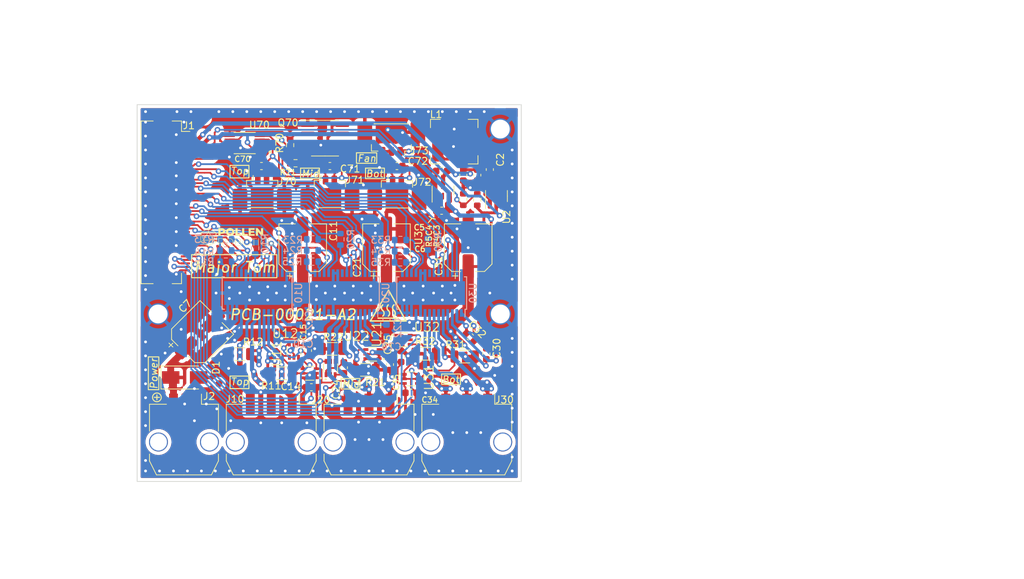
<source format=kicad_pcb>
(kicad_pcb (version 20221018) (generator pcbnew)
  (title_block (title "Major Tom") (date "2023-03-22") (rev "A2") (company "Pollen Robotics"))
  (layers (0 "F.Cu" signal) (31 "B.Cu" signal) (34 "B.Paste" user) (35 "F.Paste" user) (36 "B.SilkS" user "B.Silkscreen") (37 "F.SilkS" user "F.Silkscreen") (38 "B.Mask" user) (39 "F.Mask" user) (44 "Edge.Cuts" user))
  (net 0 "")
  (net 1 "GND")
  (net 2 "Net-(C2-Pad1)")
  (net 3 "Net-(C2-Pad2)")
  (net 4 "+5V")
  (net 5 "+3V3")
  (net 6 "+BATT")
  (net 7 "Net-(C10-Pad2)")
  (net 8 "Net-(C12-Pad1)")
  (net 9 "Net-(C12-Pad2)")
  (net 10 "Net-(C20-Pad2)")
  (net 11 "Net-(C22-Pad1)")
  (net 12 "Net-(C22-Pad2)")
  (net 13 "Net-(C30-Pad2)")
  (net 14 "Net-(C32-Pad1)")
  (net 15 "Net-(C32-Pad2)")
  (net 16 "Net-(C70-Pad1)")
  (net 17 "Net-(C72-Pad2)")
  (net 18 "/Microcontroller/MTop_En")
  (net 19 "Net-(R10-Pad2)")
  (net 20 "Net-(R11-Pad1)")
  (net 21 "Net-(R12-Pad1)")
  (net 22 "/Microcontroller/MTop_nFault")
  (net 23 "/Motors/3V3_Drv1")
  (net 24 "Net-(R14-Pad2)")
  (net 25 "/Microcontroller/MTop_nRST")
  (net 26 "/Microcontroller/MMid_En")
  (net 27 "Net-(R20-Pad2)")
  (net 28 "Net-(R21-Pad1)")
  (net 29 "Net-(R22-Pad1)")
  (net 30 "/Microcontroller/MMid_nFault")
  (net 31 "/Motors/3V3_Drv2")
  (net 32 "Net-(R24-Pad2)")
  (net 33 "/Microcontroller/MMid_nRST")
  (net 34 "/Microcontroller/MBot_En")
  (net 35 "Net-(R30-Pad2)")
  (net 36 "Net-(R31-Pad1)")
  (net 37 "Net-(R32-Pad1)")
  (net 38 "/Microcontroller/MBot_nFault")
  (net 39 "/Motors/3V3_Drv3")
  (net 40 "Net-(R34-Pad2)")
  (net 41 "/Microcontroller/MBot_nRST")
  (net 42 "/Microcontroller/MTopCurrent_A")
  (net 43 "/Microcontroller/MTopCurrent_B")
  (net 44 "/Microcontroller/MMidCurrent_A")
  (net 45 "/Microcontroller/MMidPWM_A")
  (net 46 "/Microcontroller/MMidPWM_C")
  (net 47 "/Microcontroller/MMidCurrent_B")
  (net 48 "/Microcontroller/MBotCurrent_A")
  (net 49 "/Microcontroller/MBotCurrent_B")
  (net 50 "/Microcontroller/MTopPWM_A")
  (net 51 "/Microcontroller/MTopPWM_B")
  (net 52 "/Microcontroller/MTopPWM_C")
  (net 53 "/Microcontroller/MBotPWM_A")
  (net 54 "/Microcontroller/MBotPWM_B")
  (net 55 "/Microcontroller/MBotPWM_C")
  (net 56 "/Microcontroller/MMidPWM_B")
  (net 60 "/Microcontroller/Vbatt_div_10")
  (net 61 "Net-(J73-Pad2)")
  (net 62 "Net-(Q70-Pad2)")
  (net 63 "Net-(Q70-Pad4)")
  (net 64 "/Fan control/SDA")
  (net 65 "/Fan control/SCL")
  (net 66 "/Motors/MBotPh1")
  (net 67 "/Motors/MBotPh2")
  (net 68 "/Motors/MBotPh3")
  (net 69 "/Motors/MTopPh1")
  (net 70 "/Motors/MTopPh2")
  (net 71 "/Motors/MTopPh3")
  (net 72 "/Motors/MMidPh1")
  (net 73 "/Motors/MMidPh2")
  (net 74 "/Motors/MMidPh3")
  (net 75 "Net-(C70-Pad2)")
  (net 76 "Net-(C71-Pad2)")
  (footprint "Capacitor_SMD:C_0603_1608Metric" (layer "F.Cu") (at 163.3 115.7 90)
    (fp_text reference "C30")
    (fp_text value "100n 63V")
  )
  (footprint "Lib_Pollen:SC70-6" (layer "F.Cu") (at 152.5 119.3 -90)
    (fp_text reference "U31")
    (fp_text value "NCS214")
  )
  (footprint "Lib_Pollen:SC70-6" (layer "F.Cu") (at 141 117.75)
    (fp_text reference "U22")
    (fp_text value "NCS214")
  )
  (footprint "Capacitor_SMD:C_0603_1608Metric" (layer "F.Cu") (at 156.9 95.2)
    (fp_text reference "C6")
    (fp_text value "1u 6V3")
  )
  (footprint "Fiducial:Fiducial_1mm_Mask2mm" (layer "F.Cu") (at 123 82)
    (fp_text reference "FID1" hide)
    (fp_text value "DNP Fiducial")
  )
  (footprint "Capacitor_SMD:C_0603_1608Metric" (layer "F.Cu") (at 138.25 120.5)
    (fp_text reference "C14")
    (fp_text value "100n 63V")
  )
  (footprint "MountingHole:MountingHole_2.7mm_M2.5_DIN965_Pad_TopOnly" (layer "F.Cu") (at 165.3 83.5)
    (fp_text reference "H1" hide)
    (fp_text value "DNP MountingHole_Pad")
  )
  (footprint "Resistor_SMD:R_1206_3216Metric" (layer "F.Cu") (at 134 118.5)
    (fp_text reference "R11")
    (fp_text value "10m")
  )
  (footprint "Lib_Pollen:SC70-6" (layer "F.Cu") (at 151.45 113.7 -90)
    (fp_text reference "U32")
    (fp_text value "NCS214")
  )
  (footprint "Package_SO:SOIC-8_3.9x4.9mm_P1.27mm" (layer "F.Cu") (at 140.2 84.8)
    (fp_text reference "Q70")
    (fp_text value "AUIRF7341Q")
  )
  (footprint "Resistor_SMD:R_0603_1608Metric" (layer "F.Cu") (at 160 93.6 -90)
    (fp_text reference "R5")
    (fp_text value "20k")
  )
  (footprint "MountingHole:MountingHole_2.7mm_M2.5_DIN965_Pad_TopOnly" (layer "F.Cu") (at 165.3 110)
    (fp_text reference "H2" hide)
    (fp_text value "DNP MountingHole_Pad")
  )
  (footprint "Connector_FFC-FPC:Hirose_FH12-40S-0.5SH_1x40-1MP_P0.50mm_Horizontal" (layer "F.Cu") (at 118.35 94 -90)
    (fp_text reference "J1")
    (fp_text value "FFC 0,5 mm 40w")
  )
  (footprint "Capacitor_SMD:C_0603_1608Metric" (layer "F.Cu") (at 162 90.1 -90)
    (fp_text reference "C3")
    (fp_text value "22u 6V3")
  )
  (footprint "Resistor_SMD:R_0603_1608Metric" (layer "F.Cu") (at 135.2 85.8 -90)
    (fp_text reference "R70")
    (fp_text value "100k")
  )
  (footprint "Capacitor_SMD:C_0603_1608Metric" (layer "F.Cu") (at 156.9 89.5 180)
    (fp_text reference "C5")
    (fp_text value "1u 6V3")
  )
  (footprint "Capacitor_SMD:C_0603_1608Metric" (layer "F.Cu") (at 161 113.3 135)
    (fp_text reference "C32")
    (fp_text value "10n 63V")
  )
  (footprint "Capacitor_SMD:C_0603_1608Metric" (layer "F.Cu") (at 137.75 115.25 -90)
    (fp_text reference "C15")
    (fp_text value "100n 63V")
  )
  (footprint "Capacitor_SMD:C_0603_1608Metric" (layer "F.Cu") (at 149.5 117.25 90)
    (fp_text reference "C25")
    (fp_text value "100n 63V")
  )
  (footprint "Connector_Molex:Molex_PicoBlade_53398-0371_1x03-1MP_P1.25mm_Vertical" (layer "F.Cu") (at 149.7 85.45 180)
    (fp_text reference "J73")
    (fp_text value "Pico3")
  )
  (footprint "Fiducial:Fiducial_1mm_Mask2mm" (layer "F.Cu") (at 125 120)
    (fp_text reference "FID2" hide)
    (fp_text value "DNP Fiducial")
  )
  (footprint "MountingHole:MountingHole_2.7mm_M2.5_DIN965_Pad_TopOnly" (layer "F.Cu") (at 116.3 110)
    (fp_text reference "H3" hide)
    (fp_text value "DNP MountingHole_Pad")
  )
  (footprint "Capacitor_SMD:C_0603_1608Metric" (layer "F.Cu") (at 142.9 117.7 -90)
    (fp_text reference "C24")
    (fp_text value "100n 63V")
  )
  (footprint "Inductor_SMD:L_Bourns-SRN6028" (layer "F.Cu") (at 158.7 85.3)
    (fp_text reference "L1")
    (fp_text value "6,8u 2A")
  )
  (footprint "Resistor_SMD:R_1206_3216Metric" (layer "F.Cu") (at 128 115.75 180)
    (fp_text reference "R12")
    (fp_text value "10m")
  )
  (footprint "Capacitor_SMD:C_0603_1608Metric" (layer "F.Cu") (at 152.5 121.3 180)
    (fp_text reference "C34")
    (fp_text value "100n 63V")
  )
  (footprint "Resistor_SMD:R_1206_3216Metric" (layer "F.Cu") (at 154.6 115.7 180)
    (fp_text reference "R32")
    (fp_text value "10m")
  )
  (footprint "Resistor_SMD:R_1206_3216Metric" (layer "F.Cu") (at 141.2125 115 180)
    (fp_text reference "R22")
    (fp_text value "10m")
  )
  (footprint "Capacitor_SMD:C_0603_1608Metric" (layer "F.Cu") (at 151.1 116.1 -90)
    (fp_text reference "C35")
    (fp_text value "100n 63V")
  )
  (footprint "Connector_Molex:Molex_Micro-Fit_3.0_43650-0310_1x03-1MP_P3.00mm_Horizontal" (layer "F.Cu") (at 146.5 128 180)
    (fp_text reference "J20")
    (fp_text value "MicroFit3")
  )
  (footprint "Lib_Pollen:Logo_Pollen_2021_sq" (layer "F.Cu") (at 127.497398 97.305191)
    (fp_text reference "H6" hide)
    (fp_text value "DNP Logo Pollen 2021")
  )
  (footprint "Capacitor_SMD:C_0603_1608Metric" (layer "F.Cu") (at 140.9 88.8 180)
    (fp_text reference "C71")
    (fp_text value "100p")
  )
  (footprint "Capacitor_SMD:CP_Elec_6.3x7.7" (layer "F.Cu") (at 122.3 112.9 45)
    (fp_text reference "C7")
    (fp_text value "10u 63V")
  )
  (footprint "Connector_Molex:Molex_Micro-Fit_3.0_43650-0210_1x02-1MP_P3.00mm_Horizontal" (layer "F.Cu") (at 120 128 180)
    (fp_text reference "J2")
    (fp_text value "MicroFit2")
  )
  (footprint "Lib_Pollen:logo_hot" (layer "F.Cu") (at 149.3 108.8)
    (fp_text reference "SYM1" hide)
    (fp_text value "SYM_Hot_Small")
  )
  (footprint "Resistor_SMD:R_0603_1608Metric" (layer "F.Cu") (at 135.975 88.4 180)
    (fp_text reference "R71")
    (fp_text value "100k")
  )
  (footprint "Resistor_SMD:R_1206_3216Metric" (layer "F.Cu") (at 160.2 116.1)
    (fp_text reference "R31")
    (fp_text value "10m")
  )
  (footprint "Capacitor_SMD:C_0603_1608Metric" (layer "F.Cu") (at 160 90.1 -90)
    (fp_text reference "C4")
    (fp_text value "22u 6V3")
  )
  (footprint "Diode_SMD:D_SMA" (layer "F.Cu") (at 120.1 119.1)
    (property "Reference" "D")
    (property "Value" "D_TVS_uni")
    (fp_text reference "D1")
    (fp_text value "D_TVS_uni")
  )
  (footprint "Capacitor_SMD:C_0603_1608Metric" (layer "F.Cu") (at 150.5 88.8 180)
    (fp_text reference "C72")
    (fp_text value "100p")
  )
  (footprint "Lib_Pollen:SC70-6" (layer "F.Cu") (at 138 118.5 90)
    (fp_text reference "U11")
    (fp_text value "NCS214")
  )
  (footprint "Connector_Molex:Molex_PicoBlade_53398-0271_1x02-1MP_P1.25mm_Vertical" (layer "F.Cu") (at 131.2 92.05)
    (property "Reference" "J70")
    (property "Value" "Pico2")
    (fp_text reference "J70")
    (fp_text value "Pico2")
  )
  (footprint "Lib_Pollen:SC70-6" (layer "F.Cu") (at 147 115.75 90)
    (fp_text reference "U21")
    (fp_text value "NCS214")
  )
  (footprint "Fiducial:Fiducial_1mm_Mask2mm" (layer "F.Cu") (at 165.3 105.7)
    (fp_text reference "FID3" hide)
    (fp_text value "DNP Fiducial")
  )
  (footprint "Resistor_SMD:R_0603_1608Metric" (layer "F.Cu") (at 162 93.6 -90)
    (fp_text reference "R4")
    (fp_text value "180k")
  )
  (footprint "Connector_Molex:Molex_PicoBlade_53398-0271_1x02-1MP_P1.25mm_Vertical" (layer "F.Cu") (at 150.5 92.1)
    (fp_text reference "J72")
    (fp_text value "Pico2")
  )
  (footprint "Package_TO_SOT_SMD:TSOT-23-6" (layer "F.Cu") (at 164.75 93.1 90)
    (fp_text reference "U2")
    (fp_text value "AP63205")
  )
  (footprint "Package_TO_SOT_SMD:SOT-23" (layer "F.Cu") (at 157.1 92.3 90)
    (fp_text reference "U3")
    (fp_text value "MCP1700T")
  )
  (footprint "Connector_Molex:Molex_Micro-Fit_3.0_43650-0310_1x03-1MP_P3.00mm_Horizontal" (layer "F.Cu") (at 160.5 128 180)
    (fp_text reference "J30")
    (fp_text value "MicroFit3")
  )
  (footprint "Connector_Molex:Molex_Micro-Fit_3.0_43650-0310_1x03-1MP_P3.00mm_Horizontal" (layer "F.Cu") (at 132.5 128 180)
    (fp_text reference "J10")
    (fp_text value "MicroFit3")
  )
  (footprint "Capacitor_SMD:C_0603_1608Metric" (layer "F.Cu") (at 163.8 89.3 90)
    (fp_text reference "C2")
    (fp_text value "100n 63V")
  )
  (footprint "Capacitor_SMD:CP_Elec_6.3x7.7" (layer "F.Cu") (at 160.7 100.5 90)
    (fp_text reference "C31")
    (fp_text value "10u 63V")
  )
  (footprint "Resistor_SMD:R_1206_3216Metric" (layer "F.Cu") (at 146 118)
    (fp_text reference "R21")
    (fp_text value "10m")
  )
  (footprint "Capacitor_SMD:CP_Elec_6.3x7.7" (layer "F.Cu") (at 149 100.5 90)
    (fp_text reference "C21")
    (fp_text value "10u 63V")
  )
  (footprint "Connector_Molex:Molex_PicoBlade_53398-0271_1x02-1MP_P1.25mm_Vertical" (layer "F.Cu") (at 140.9 92.05)
    (fp_text reference "J71")
    (fp_text value "Pico2")
  )
  (footprint "Capacitor_SMD:CP_Elec_6.3x7.7" (layer "F.Cu") (at 137 100.5 90)
    (fp_text reference "C11")
    (fp_text value "10u 63V")
  )
  (footprint "Capacitor_SMD:C_0603_1608Metric" (layer "F.Cu") (at 131.1 88.8 180)
    (fp_text reference "C70")
    (fp_text value "100p")
  )
  (footprint "Lib_Pollen:SC70-6" (layer "F.Cu") (at 135.75 115.25 180)
    (fp_text reference "U12")
    (fp_text value "NCS214")
  )
  (footprint "Lib_Pollen:SOP50P490X110-10N" (layer "F.Cu") (at 128.7 85.5 180)
    (fp_text reference "U70")
    (fp_text value "MAX31730")
  )
  (footprint "Capacitor_SMD:C_0603_1608Metric" (layer "B.Cu") (at 135.775 113 180)
    (fp_text reference "C10")
    (fp_text value "100n 63V")
  )
  (footprint "Resistor_SMD:R_0603_1608Metric" (layer "B.Cu") (at 142.4 99.3 -90)
    (fp_text reference "R20")
    (fp_text value "10k")
  )
  (footprint "Resistor_SMD:R_0603_1608Metric" (layer "B.Cu") (at 150.975 102.6)
    (fp_text reference "R35")
    (fp_text value "10k")
  )
  (footprint "Capacitor_SMD:C_0603_1608Metric" (layer "B.Cu") (at 148.25 113.25 180)
    (fp_text reference "C20")
    (fp_text value "100n 63V")
  )
  (footprint "Resistor_SMD:R_0603_1608Metric" (layer "B.Cu") (at 126 99.3 180)
    (fp_text reference "R13")
    (fp_text value "10k")
  )
  (footprint "Resistor_SMD:R_0603_1608Metric" (layer "B.Cu") (at 130.2 100.575 -90)
    (fp_text reference "R10")
    (fp_text value "10k")
  )
  (footprint "Package_SO:HTSSOP-28-1EP_4.4x9.7mm_P0.65mm_EP3.4x9.5mm" (layer "B.Cu") (at 143 107 90)
    (fp_text reference "U20")
    (fp_text value "DRV8313")
  )
  (footprint "Capacitor_SMD:C_0603_1608Metric" (layer "B.Cu") (at 136.5 110.75 -90)
    (fp_text reference "C12")
    (fp_text value "10n 63V")
  )
  (footprint "Resistor_SMD:R_0603_1608Metric" (layer "B.Cu") (at 151 101)
    (fp_text reference "R34")
    (fp_text value "10k")
  )
  (footprint "Resistor_SMD:R_0603_1608Metric" (layer "B.Cu") (at 138.4 102.5)
    (fp_text reference "R25")
    (fp_text value "10k")
  )
  (footprint "Package_SO:HTSSOP-28-1EP_4.4x9.7mm_P0.65mm_EP3.4x9.5mm" (layer "B.Cu") (at 155.5 107 90)
    (fp_text reference "U30")
    (fp_text value "DRV8313")
  )
  (footprint "Resistor_SMD:R_0603_1608Metric" (layer "B.Cu") (at 138.4 100.9)
    (fp_text reference "R24")
    (fp_text value "10k")
  )
  (footprint "Resistor_SMD:R_0603_1608Metric" (layer "B.Cu") (at 151 99.4 180)
    (fp_text reference "R33")
    (fp_text value "10k")
  )
  (footprint "Resistor_SMD:R_0603_1608Metric" (layer "B.Cu") (at 138.4 99.3 180)
    (fp_text reference "R23")
    (fp_text value "10k")
  )
  (footprint "Capacitor_SMD:C_0603_1608Metric" (layer "B.Cu") (at 149 110.75 -90)
    (fp_text reference "C22")
    (fp_text value "10n 63V")
  )
  (footprint "Resistor_SMD:R_0603_1608Metric" (layer "B.Cu") (at 126 100.9)
    (fp_text reference "R14")
    (fp_text value "10k")
  )
  (footprint "Package_SO:HTSSOP-28-1EP_4.4x9.7mm_P0.65mm_EP3.4x9.5mm" (layer "B.Cu") (at 130.5 107 90)
    (fp_text reference "U10")
    (fp_text value "DRV8313")
  )
  (footprint "Resistor_SMD:R_0603_1608Metric" (layer "B.Cu") (at 126 102.5)
    (fp_text reference "R15")
    (fp_text value "10k")
  )
  (footprint "Resistor_SMD:R_0603_1608Metric" (layer "B.Cu") (at 154.9 100 -90)
    (fp_text reference "R30")
    (fp_text value "10k")
  )
  (gr_line (start 155.5 96.3) (end 155.1 96) (stroke (width 0.15)) (layer "F.SilkS"))
  (gr_line (start 155.5 96.3) (end 156 96.4) (stroke (width 0.15)) (layer "F.SilkS"))
  (gr_circle (center 116.125 121.95) (end 116.7 122.2) (stroke (width 0.15)) (fill none) (layer "F.SilkS"))
  (gr_rect (start 144.7 86.9) (end 147.6 88.4) (stroke (width 0.15)) (fill none) (layer "F.SilkS"))
  (gr_rect (start 156.9 118.6) (end 159.6 120.1) (stroke (width 0.15)) (fill none) (layer "F.SilkS"))
  (gr_rect (start 142.5 119.25) (end 145.2 120.75) (stroke (width 0.15)) (fill none) (layer "F.SilkS"))
  (gr_line (start 115.75 121.95) (end 116.5 121.95) (stroke (width 0.15)) (layer "F.SilkS"))
  (gr_rect (start 121.1 101.5) (end 133.3 104.8) (stroke (width 0.15)) (fill none) (layer "F.SilkS"))
  (gr_rect (start 126.6 118.9) (end 129.3 120.7) (stroke (width 0.15)) (fill none) (layer "F.SilkS"))
  (gr_rect (start 146 89.1) (end 148.7 90.6) (stroke (width 0.15)) (fill none) (layer "F.SilkS"))
  (gr_rect (start 126.6 88.7) (end 129.3 90.5) (stroke (width 0.15)) (fill none) (layer "F.SilkS"))
  (gr_rect (start 136.7 89.1) (end 139.4 90.6) (stroke (width 0.15)) (fill none) (layer "F.SilkS"))
  (gr_line (start 116.125 121.6) (end 116.125 122.3) (stroke (width 0.15)) (layer "F.SilkS"))
  (gr_line (start 155 96.9) (end 155.5 96.3) (stroke (width 0.15)) (layer "F.SilkS"))
  (gr_rect (start 114.9 116.15) (end 116.4 120.85) (stroke (width 0.15)) (fill none) (layer "F.SilkS"))
  (gr_line (start 168.3 80) (end 113.3 80) (stroke (width 0.1)) (layer "Edge.Cuts"))
  (gr_line (start 113.3 80) (end 113.3 134) (stroke (width 0.1)) (layer "Edge.Cuts"))
  (gr_line (start 168.3 134) (end 168.3 80) (stroke (width 0.1)) (layer "Edge.Cuts"))
  (gr_line (start 113.3 134) (end 168.3 134) (stroke (width 0.1)) (layer "Edge.Cuts"))
  (gr_text "Major Tom" (at 127.3 103.3) (layer "F.SilkS") (effects (font (size 1.5 1.5) (thickness 0.22) italic)))
  (gr_text "Mid" (at 143.9 120.05) (layer "F.SilkS") (effects (font (size 1 1) (thickness 0.15) italic)))
  (gr_text "Power" (at 115.7 118.55 90) (layer "F.SilkS") (effects (font (size 1 1) (thickness 0.15) italic)))
  (gr_text "Top" (at 128 119.7) (layer "F.SilkS") (effects (font (size 1 1) (thickness 0.15) italic)))
  (gr_text "Bot" (at 147.3 89.9) (layer "F.SilkS") (effects (font (size 1 1) (thickness 0.15) italic)))
  (gr_text "PCB-00021-A2" (at 135.6 110.1) (layer "F.SilkS") (effects (font (size 1.5 1.5) (thickness 0.22) italic)))
  (gr_text "Fan" (at 146.2 87.7) (layer "F.SilkS") (effects (font (size 1 1) (thickness 0.15) italic)))
  (gr_text "Mid" (at 138.1 89.9) (layer "F.SilkS") (effects (font (size 1 1) (thickness 0.15) italic)))
  (gr_text "Top" (at 128 89.5) (layer "F.SilkS") (effects (font (size 1 1) (thickness 0.15) italic)))
  (gr_text "Bot" (at 158.2 119.4) (layer "F.SilkS") (effects (font (size 1 1) (thickness 0.15) italic)))
  (segment (start 137 122.7) (end 137 125) (width 0.6) (layer "F.Cu") (net 1))
  (segment (start 139.75 115) (end 139.75 113.45) (width 0.25) (layer "F.Cu") (net 1))
  (segment (start 121.5 122.88) (end 121.5 120.7) (width 0.25) (layer "F.Cu") (net 1))
  (segment (start 160.7 97.8) (end 159.1 97.8) (width 0.6) (layer "F.Cu") (net 1))
  (segment (start 151.45 113.7) (end 150.5 113.7) (width 0.25) (layer "F.Cu") (net 1))
  (segment (start 141 117.75) (end 140.75 117.75) (width 0.25) (layer "F.Cu") (net 1))
  (segment (start 159.5 118.5) (end 159.1 118.9) (width 0.4) (layer "F.Cu") (net 1))
  (segment (start 137.75 114.475) (end 136.575 114.475) (width 0.25) (layer "F.Cu") (net 1))
  (segment (start 149 97.8) (end 147.9 97.8) (width 0.25) (layer "F.Cu") (net 1))
  (segment (start 155.5 118.9) (end 154.9 119.5) (width 0.4) (layer "F.Cu") (net 1))
  (segment (start 135.75 114.75) (end 135.25 115.25) (width 0.25) (layer "F.Cu") (net 1))
  (segment (start 141 116.8) (end 141 117.75) (width 0.25) (layer "F.Cu") (net 1))
  (segment (start 161 91.9) (end 160.1 91.9) (width 0.25) (layer "F.Cu") (net 1))
  (segment (start 151.1 115.325) (end 151.425 115.325) (width 0.6) (layer "F.Cu") (net 1))
  (segment (start 165.7 91.9625) (end 165.7 90.8) (width 0.25) (layer "F.Cu") (net 1))
  (segment (start 142.9 116.925) (end 142.825 116.925) (width 0.25) (layer "F.Cu") (net 1))
  (segment (start 137.475 121.125) (end 137.475 120.5) (width 0.6) (layer "F.Cu") (net 1))
  (segment (start 146.05 115.75) (end 147 115.75) (width 0.25) (layer "F.Cu") (net 1))
  (segment (start 126.55 85.5) (end 127.6 85.5) (width 0.25) (layer "F.Cu") (net 1))
  (segment (start 161.6625 116.1) (end 160.3 116.1) (width 0.25) (layer "F.Cu") (net 1))
  (segment (start 160.2 117.8) (end 161.6 117.8) (width 0.4) (layer "F.Cu") (net 1))
  (segment (start 149 97.8) (end 148 97.8) (width 0.6) (layer "F.Cu") (net 1))
  (segment (start 137.475 121.125) (end 137.4 121.2) (width 0.25) (layer "F.Cu") (net 1))
  (segment (start 137.475 120.5) (end 136 120.5) (width 0.25) (layer "F.Cu") (net 1))
  (segment (start 142 117.75) (end 141 117.75) (width 0.25) (layer "F.Cu") (net 1))
  (segment (start 147.4625 118) (end 147.4625 117.0375) (width 0.25) (layer "F.Cu") (net 1))
  (segment (start 152.5 119.3) (end 151.55 119.3) (width 0.25) (layer "F.Cu") (net 1))
  (segment (start 138.25 118.5) (end 138 118.75) (width 0.25) (layer "F.Cu") (net 1))
  (segment (start 138.75 115) (end 139.75 115) (width 0.25) (layer "F.Cu") (net 1))
  (segment (start 137 125) (end 137.6 125.6) (width 0.25) (layer "F.Cu") (net 1))
  (segment (start 161.6625 117.7375) (end 161.6 117.8) (width 0.25) (layer "F.Cu") (net 1))
  (segment (start 151.55 118.65) (end 151.55 118.15) (width 0.25) (layer "F.Cu") (net 1))
  (segment (start 118.95 90.25) (end 118.9 90.2) (width 0.25) (layer "F.Cu") (net 1))
  (segment (start 151.1 115.325) (end 151.1 114.9) (width 0.25) (layer "F.Cu") (net 1))
  (segment (start 151.1 115.325) (end 150.025 115.325) (width 0.6) (layer "F.Cu") (net 1))
  (segment (start 152.4 113.7) (end 151.45 113.7) (width 0.25) (layer "F.Cu") (net 1))
  (segment (start 148 121.1) (end 147.7 120.8) (width 0.6) (layer "F.Cu") (net 1))
  (segment (start 160 90.875) (end 162 90.875) (width 0.25) (layer "F.Cu") (net 1))
  (segment (start 137 97.8) (end 136.3 97.8) (width 0.6) (layer "F.Cu") (net 1))
  (segment (start 118.95 88.25) (end 118.9 88.3) (width 0.25) (layer "F.Cu") (net 1))
  (segment (start 116.95 82.35) (end 116.95 83.85) (width 0.25) (layer "F.Cu") (net 1))
  (segment (start 153.45 119.3) (end 152.5 119.3) (width 0.25) (layer "F.Cu") (net 1))
  (segment (start 127.8 85.7) (end 128.1 86) (width 0.25) (layer "F.Cu") (net 1))
  (segment (start 126.55 85.5) (end 125.6 85.5) (width 0.25) (layer "F.Cu") (net 1))
  (segment (start 147.7 120.8) (end 147.7 119.3) (width 0.6) (layer "F.Cu") (net 1))
  (segment (start 120.2 98.25) (end 118.95 98.25) (width 0.25) (layer "F.Cu") (net 1))
  (segment (start 151.55 119.3) (end 151.55 118.65) (width 0.25) (layer "F.Cu") (net 1))
  (segment (start 135.75 115.75) (end 135.25 115.25) (width 0.25) (layer "F.Cu") (net 1))
  (segment (start 147.95 116.55) (end 147.95 116.4) (width 0.25) (layer "F.Cu") (net 1))
  (segment (start 138.95 118.5) (end 138.25 118.5) (width 0.25) (layer "F.Cu") (net 1))
  (segment (start 138.95 119.15) (end 138.4 119.15) (width 0.25) (layer "F.Cu") (net 1))
  (segment (start 160.1 91.9) (end 160 91.8) (width 0.25) (layer "F.Cu") (net 1))
  (segment (start 120.2 84.25) (end 118.95 84.25) (width 0.25) (layer "F.Cu") (net 1))
  (segment (start 136.4 114.3) (end 135.75 114.3) (width 0.25) (layer "F.Cu") (net 1))
  (segment (start 146.9245 118) (end 146.4245 117.5) (width 0.6) (layer "F.Cu") (net 1))
  (segment (start 120.2 90.25) (end 118.95 90.25) (width 0.25) (layer "F.Cu") (net 1))
  (segment (start 137.75 114.475) (end 138.225 114.475) (width 0.25) (layer "F.Cu") (net 1))
  (segment (start 147.9 97.8) (end 147.4 97.3) (width 0.6) (layer "F.Cu") (net 1))
  (segment (start 135.6 120.1) (end 136 120.5) (width 0.25) (layer "F.Cu") (net 1))
  (segment (start 118.95 100.25) (end 118.9 100.2) (width 0.25) (layer "F.Cu") (net 1))
  (segment (start 137 121.6) (end 137.4 121.2) (width 0.6) (layer "F.Cu") (net 1))
  (segment (start 135.75 114.3) (end 135.75 114.75) (width 0.25) (layer "F.Cu") (net 1))
  (segment (start 160 91.8) (end 160 90.875) (width 0.25) (layer "F.Cu") (net 1))
  (segment (start 160 118) (end 160.2 117.8) (width 0.4) (layer "F.Cu") (net 1))
  (segment (start 120.2 100.25) (end 118.95 100.25) (width 0.25) (layer "F.Cu") (net 1))
  (segment (start 166 90.5) (end 167 90.5) (width 0.25) (layer "F.Cu") (net 1))
  (segment (start 149.5 118.7) (end 149.8 119) (width 0.25) (layer "F.Cu") (net 1))
  (segment (start 140.35 118.15) (end 140.35 118.7) (width 0.25) (layer "F.Cu") (net 1))
  (segment (start 120.2 94.25) (end 118.95 94.25) (width 0.25) (layer "F.Cu") (net 1))
  (segment (start 118.9 105.5) (end 118.75 105.65) (width 0.25) (layer "F.Cu") (net 1))
  (segment (start 161.6625 116.1) (end 161.6625 117.7375) (width 0.25) (layer "F.Cu") (net 1))
  (segment (start 160.7 97.8) (end 162.1 97.8) (width 0.6) (layer "F.Cu") (net 1))
  (segment (start 137.75 118.5) (end 138 118.75) (width 0.25) (layer "F.Cu") (net 1))
  (segment (start 141 115.5) (end 140.5 115) (width 0.25) (layer "F.Cu") (net 1))
  (segment (start 154.9 121) (end 154.6 121.3) (width 0.4) (layer "F.Cu") (net 1))
  (segment (start 138.4 119.15) (end 138 118.75) (width 0.25) (layer "F.Cu") (net 1))
  (segment (start 148 97.8) (end 147.4 98.4) (width 0.6) (layer "F.Cu") (net 1))
  (segment (start 118.75 105.65) (end 116.95 105.65) (width 0.25) (layer "F.Cu") (net 1))
  (segment (start 120.2 96.25) (end 118.95 96.25) (width 0.25) (layer "F.Cu") (net 1))
  (segment (start 137 97.8) (end 136.2 97.8) (width 0.6) (layer "F.Cu") (net 1))
  (segment (start 117.4 84.3) (end 118.9 84.3) (width 0.25) (layer "F.Cu") (net 1))
  (segment (start 126.5375 115.75) (end 126.5375 117.6625) (width 0.6) (layer "F.Cu") (net 1))
  (segment (start 140.75 117.75) (end 140.35 118.15) (width 0.25) (layer "F.Cu") (net 1))
  (segment (start 120.2 92.25) (end 118.95 92.25) (width 0.25) (layer "F.Cu") (net 1))
  (segment (start 135.4625 119.6375) (end 135 120.1) (width 0.25) (layer "F.Cu") (net 1))
  (segment (start 152.4 115.7) (end 152.1 116) (width 0.6) (layer "F.Cu") (net 1))
  (segment (start 147.4625 118) (end 146.9245 118) (width 0.6) (layer "F.Cu") (net 1))
  (segment (start 136.2 97.8) (end 135.5 98.5) (width 0.6) (layer "F.Cu") (net 1))
  (segment (start 116.95 83.85) (end 117.4 84.3) (width 0.25) (layer "F.Cu") (net 1))
  (segment (start 147.4625 117.0375) (end 147.95 116.55) (width 0.25) (layer "F.Cu") (net 1))
  (segment (start 136.575 114.475) (end 136.4 114.3) (width 0.25) (layer "F.Cu") (net 1))
  (segment (start 137.75 114.475) (end 137.75 114.369294) (width 0.25) (layer "F.Cu") (net 1))
  (segment (start 141 116.8) (end 141 115.5) (width 0.25) (layer "F.Cu") (net 1))
  (segment (start 138.725 114.975) (end 138.75 115) (width 0.25) (layer "F.Cu") (net 1))
  (segment (start 118.95 98.25) (end 118.9 98.2) (width 0.25) (layer "F.Cu") (net 1))
  (segment (start 153.275 121.3) (end 154.6 121.3) (width 0.25) (layer "F.Cu") (net 1))
  (segment (start 119.45 103.75) (end 118.9 104.3) (width 0.25) (layer "F.Cu") (net 1))
  (segment (start 147.4875 118.025) (end 147.4625 118) (width 0.25) (layer "F.Cu") (net 1))
  (segment (start 138.225 114.475) (end 138.725 114.975) (width 0.25) (layer "F.Cu") (net 1))
  (segment (start 118.95 84.25) (end 118.9 84.3) (width 0.25) (layer "F.Cu") (net 1))
  (segment (start 151.1 114.9) (end 151.45 114.55) (width 0.25) (layer "F.Cu") (net 1))
  (segment (start 165.7 90.8) (end 166 90.5) (width 0.25) (layer "F.Cu") (net 1))
  (segment (start 149.5 118.025) (end 147.4875 118.025) (width 0.25) (layer "F.Cu") (net 1))
  (segment (start 118.9 104.3) (end 118.9 105.5) (width 0.25) (layer "F.Cu") (net 1))
  (segment (start 151.45 113.2) (end 151.45 113.7) (width 0.25) (layer "F.Cu") (net 1))
  (segment (start 146.4245 118.5) (end 146.9245 118) (width 0.6) (layer "F.Cu") (net 1))
  (segment (start 154.9 119.5) (end 154.9 121) (width 0.4) (layer "F.Cu") (net 1))
  (segment (start 137 122.7) (end 137 121.6) (width 0.6) (layer "F.Cu") (net 1))
  (segment (start 151.45 114.55) (end 151.45 113.7) (width 0.25) (layer "F.Cu") (net 1))
  (segment (start 125.6 85.5) (end 125.2 85.1) (width 0.25) (layer "F.Cu") (net 1))
  (segment (start 137.725 85.435) (end 139.235 85.435) (width 0.25) (layer "F.Cu") (net 1))
  (segment (start 151.425 115.325) (end 152.1 116) (width 0.6) (layer "F.Cu") (net 1))
  (segment (start 152.5 120.525) (end 153.275 121.3) (width 0.25) (layer "F.Cu") (net 1))
  (segment (start 159.5 118.5) (end 160 118) (width 0.4) (layer "F.Cu") (net 1))
  (segment (start 149.5 118.025) (end 149.5 118.7) (width 0.25) (layer "F.Cu") (net 1))
  (segment (start 152.5625 117.1375) (end 153.1375 117.1375) (width 0.25) (layer "F.Cu") (net 1))
  (segment (start 139.235 85.435) (end 139.6 85.8) (width 0.25) (layer "F.Cu") (net 1))
  (segment (start 147.95 115.75) (end 147.95 116.4) (width 0.25) (layer "F.Cu") (net 1))
  (segment (start 120.2 103.75) (end 119.45 103.75) (width 0.25) (layer "F.Cu") (net 1))
  (segment (start 137.75 114.369294) (end 138.813357 113.305937) (width 0.25) (layer "F.Cu") (net 1))
  (segment (start 150.025 115.325) (end 149.9 115.2) (width 0.6) (layer "F.Cu") (net 1))
  (segment (start 128.1 86) (end 128.1 86.2) (width 0.25) (layer "F.Cu") (net 1))
  (segment (start 125.5 84.5) (end 126.55 84.5) (width 0.25) (layer "F.Cu") (net 1))
  (segment (start 125.2 85.1) (end 125.2 84.8) (width 0.25) (layer "F.Cu") (net 1))
  (segment (start 147.7 119.3) (end 147.4625 119.0625) (width 0.6) (layer "F.Cu") (net 1))
  (segment (start 156.8 118.9) (end 155.5 118.9) (width 0.4) (layer "F.Cu") (net 1))
  (segment (start 147 115.75) (end 147.95 115.75) (width 0.25) (layer "F.Cu") (net 1))
  (segment (start 160 92.775) (end 160 91.8) (width 0.25) (layer "F.Cu") (net 1))
  (segment (start 159.1 118.9) (end 156.8 118.9) (width 0.4) (layer "F.Cu") (net 1))
  (segment (start 137.05 118.5) (end 135.4625 118.5) (width 0.25) (layer "F.Cu") (net 1))
  (segment (start 152.5 119.3) (end 152.5 120.525) (width 0.25) (layer "F.Cu") (net 1))
  (segment (start 126.5375 117.6625) (end 126.4 117.8) (width 0.6) (layer "F.Cu") (net 1))
  (segment (start 135 120.1) (end 135.6 120.1) (width 0.25) (layer "F.Cu") (net 1))
  (segment (start 139.75 113.45) (end 139.8 113.4) (width 0.25) (layer "F.Cu") (net 1))
  (segment (start 141 118.7) (end 141 117.75) (width 0.25) (layer "F.Cu") (net 1))
  (segment (start 137.05 118.5) (end 137.75 118.5) (width 0.25) (layer "F.Cu") (net 1))
  (segment (start 135.4625 118.5) (end 135.4625 119.6375) (width 0.25) (layer "F.Cu") (net 1))
  (segment (start 153.1375 115.7) (end 153.1375 117.1375) (width 0.6) (layer "F.Cu") (net 1))
  (segment (start 137 121.6) (end 137.475 121.125) (width 0.6) (layer "F.Cu") (net 1))
  (segment (start 150.5 113.05) (end 151.3 113.05) (width 0.25) (layer "F.Cu") (net 1))
  (segment (start 118.95 96.25) (end 118.9 96.2) (width 0.25) (layer "F.Cu") (net 1))
  (segment (start 151.55 118.15) (end 152.5625 117.1375) (width 0.25) (layer "F.Cu") (net 1))
  (segment (start 151.3 113.05) (end 151.45 113.2) (width 0.25) (layer "F.Cu") (net 1))
  (segment (start 148 122.5) (end 148 121.1) (width 0.6) (layer "F.Cu") (net 1))
  (segment (start 147.4625 119.0625) (end 147.4625 118) (width 0.6) (layer "F.Cu") (net 1))
  (segment (start 120.2 88.25) (end 118.95 88.25) (width 0.25) (layer "F.Cu") (net 1))
  (segment (start 142.825 116.925) (end 142 117.75) (width 0.25) (layer "F.Cu") (net 1))
  (segment (start 126.5375 115.75) (end 125.35 115.75) (width 0.6) (layer "F.Cu") (net 1))
  (segment (start 153.1375 115.7) (end 152.4 115.7) (width 0.6) (layer "F.Cu") (net 1))
  (segment (start 118.95 94.25) (end 118.9 94.2) (width 0.25) (layer "F.Cu") (net 1))
  (segment (start 118.95 92.25) (end 118.9 92.2) (width 0.25) (layer "F.Cu") (net 1))
  (segment (start 147 115.75) (end 147 115.5) (width 0.25) (layer "F.Cu") (net 1))
  (segment (start 135.75 116.2) (end 135.75 115.75) (width 0.25) (layer "F.Cu") (net 1))
  (segment (start 153.1375 115.7) (end 153.5 116.0625) (width 0.25) (layer "F.Cu") (net 1))
  (segment (start 125.2 84.8) (end 125.5 84.5) (width 0.25) (layer "F.Cu") (net 1))
  (segment (start 127.6 85.5) (end 127.8 85.7) (width 0.25) (layer "F.Cu") (net 1))
  (segment (start 136.3 97.8) (end 135.5 97) (width 0.6) (layer "F.Cu") (net 1))
  (segment (start 140.5 115) (end 139.75 115) (width 0.25) (layer "F.Cu") (net 1))
  (via (at 118.9 100.2) (size 0.8) (drill 0.4) (layers "F.Cu" "B.Cu") (net 1))
  (via (at 114.5 90.5) (size 0.8) (drill 0.4) (layers "F.Cu" "B.Cu") (net 1))
  (via (at 138.725 114.975) (size 0.8) (drill 0.4) (layers "F.Cu" "B.Cu") (net 1))
  (via (at 114.5 120) (size 0.8) (drill 0.4) (layers "F.Cu" "B.Cu") (net 1))
  (via (at 120.5 132.5) (size 0.8) (drill 0.4) (layers "F.Cu" "B.Cu") (net 1))
  (via (at 148.5 128) (size 0.8) (drill 0.4) (layers "F.Cu" "B.Cu") (net 1))
  (via (at 132 108) (size 0.8) (drill 0.4) (layers "F.Cu" "B.Cu") (net 1))
  (via (at 167 86.5) (size 0.8) (drill 0.4) (layers "F.Cu" "B.Cu") (net 1))
  (via (at 133 81) (size 0.8) (drill 0.4) (layers "F.Cu" "B.Cu") (net 1))
  (via (at 114.5 131) (size 0.8) (drill 0.4) (layers "F.Cu" "B.Cu") (net 1))
  (via (at 114.5 122) (size 0.8) (drill 0.4) (layers "F.Cu" "B.Cu") (net 1))
  (via (at 135.5 98.5) (size 0.8) (drill 0.4) (layers "F.Cu" "B.Cu") (net 1))
  (via (at 167 92.5) (size 0.8) (drill 0.4) (layers "F.Cu" "B.Cu") (net 1))
  (via (at 159 81) (size 0.8) (drill 0.4) (layers "F.Cu" "B.Cu") (net 1))
  (via (at 131 125.6) (size 0.8) (drill 0.4) (layers "F.Cu" "B.Cu") (net 1))
  (via (at 129 81) (size 0.8) (drill 0.4) (layers "F.Cu" "B.Cu") (net 1))
  (via (at 167 88.5) (size 0.8) (drill 0.4) (layers "F.Cu" "B.Cu") (net 1))
  (via (at 159.1 97.8) (size 0.8) (drill 0.4) (layers "F.Cu" "B.Cu") (net 1))
  (via (at 141.6 107.875) (size 0.8) (drill 0.4) (layers "F.Cu" "B.Cu") (net 1))
  (via (at 158.5 127) (size 0.8) (drill 0.4) (layers "F.Cu" "B.Cu") (net 1))
  (via (at 114.5 106.5) (size 0.8) (drill 0.4) (layers "F.Cu" "B.Cu") (net 1))
  (via (at 114.5 118) (size 0.8) (drill 0.4) (layers "F.Cu" "B.Cu") (net 1))
  (via (at 118.9 84.3) (size 0.8) (drill 0.4) (layers "F.Cu" "B.Cu") (net 1))
  (via (at 160.5 132.5) (size 0.8) (drill 0.4) (layers "F.Cu" "B.Cu") (net 1))
  (via (at 148 89) (size 0.8) (drill 0.4) (layers "F.Cu" "B.Cu") (net 1))
  (via (at 157 106) (size 0.8) (drill 0.4) (layers "F.Cu" "B.Cu") (net 1))
  (via (at 139 81) (size 0.8) (drill 0.4) (layers "F.Cu" "B.Cu") (net 1))
  (via (at 167 113.5) (size 0.8) (drill 0.4) (layers "F.Cu" "B.Cu") (net 1))
  (via (at 149.8 119) (size 0.8) (drill 0.4) (layers "F.Cu" "B.Cu") (net 1))
  (via (at 134.5 132.5) (size 0.8) (drill 0.4) (layers "F.Cu" "B.Cu") (net 1))
  (via (at 150.5 132.5) (size 0.8) (drill 0.4) (layers "F.Cu" "B.Cu") (net 1))
  (via (at 114.5 81) (size 0.8) (drill 0.4) (layers "F.Cu" "B.Cu") (net 1))
  (via (at 167 97) (size 0.8) (drill 0.4) (layers "F.Cu" "B.Cu") (net 1))
  (via (at 148.5 132.5) (size 0.8) (drill 0.4) (layers "F.Cu" "B.Cu") (net 1))
  (via (at 152.1 116) (size 0.8) (drill 0.4) (layers "F.Cu" "B.Cu") (net 1))
  (via (at 114.5 96.5) (size 0.8) (drill 0.4) (layers "F.Cu" "B.Cu") (net 1))
  (via (at 155 81) (size 0.8) (drill 0.4) (layers "F.Cu" "B.Cu") (net 1))
  (via (at 121.5 125.3) (size 0.8) (drill 0.4) (layers "F.Cu" "B.Cu") (net 1))
  (via (at 146.5 128) (size 0.8) (drill 0.4) (layers "F.Cu" "B.Cu") (net 1))
  (via (at 114.5 104.5) (size 0.8) (drill 0.4) (layers "F.Cu" "B.Cu") (net 1))
  (via (at 135.2 102.5) (size 0.8) (drill 0.4) (layers "F.Cu" "B.Cu") (net 1))
  (via (at 145.5 96.4) (size 0.8) (drill 0.4) (layers "F.Cu" "B.Cu") (net 1))
  (via (at 146.75 108) (size 0.8) (drill 0.4) (layers "F.Cu" "B.Cu") (net 1))
  (via (at 133.25 107) (size 0.8) (drill 0.4) (layers "F.Cu" "B.Cu") (net 1))
  (via (at 118.9 90.2) (size 0.8) (drill 0.4) (layers "F.Cu" "B.Cu") (net 1))
  (via (at 145 81) (size 0.8) (drill 0.4) (layers "F.Cu" "B.Cu") (net 1))
  (via (at 125.35 115.75) (size 0.8) (drill 0.4) (layers "F.Cu" "B.Cu") (net 1))
  (via (at 126.5 87.5) (size 0.8) (drill 0.4) (layers "F.Cu" "B.Cu") (net 1))
  (via (at 145 122.5) (size 0.8) (drill 0.4) (layers "F.Cu" "B.Cu") (net 1))
  (via (at 165 132.5) (size 0.8) (drill 0.4) (layers "F.Cu" "B.Cu") (net 1))
  (via (at 167 90.5) (size 0.8) (drill 0.4) (layers "F.Cu" "B.Cu") (net 1))
  (via (at 114.5 100.5) (size 0.8) (drill 0.4) (layers "F.Cu" "B.Cu") (net 1))
  (via (at 158.6 86) (size 0.8) (drill 0.4) (layers "F.Cu" "B.Cu") (net 1))
  (via (at 118.9 88.3) (size 0.8) (drill 0.4) (layers "F.Cu" "B.Cu") (net 1))
  (via (at 118.5 132.5) (size 0.8) (drill 0.4) (layers "F.Cu" "B.Cu") (net 1))
  (via (at 114.5 84.5) (size 0.8) (drill 0.4) (layers "F.Cu" "B.Cu") (net 1))
  (via (at 167 121.5) (size 0.8) (drill 0.4) (layers "F.Cu" "B.Cu") (net 1))
  (via (at 158.7 83.5) (size 0.8) (drill 0.4) (layers "F.Cu" "B.Cu") (net 1))
  (via (at 151.5 106) (size 0.8) (drill 0.4) (layers "F.Cu" "B.Cu") (net 1))
  (via (at 124.5 132.5) (size 0.8) (drill 0.4) (layers "F.Cu" "B.Cu") (net 1))
  (via (at 139.8 113.4) (size 0.8) (drill 0.4) (layers "F.Cu" "B.Cu") (net 1))
  (via (at 131 121.2) (size 0.8) (drill 0.4) (layers "F.Cu" "B.Cu") (net 1))
  (via (at 140.5 132.5) (size 0.8) (drill 0.4) (layers "F.Cu" "B.Cu") (net 1))
  (via (at 137.6 125.6) (size 0.8) (drill 0.4) (layers "F.Cu" "B.Cu") (net 1))
  (via (at 154.7 91.2) (size 0.8) (drill 0.4) (layers "F.Cu" "B.Cu") (net 1))
  (via (at 167 105) (size 0.8) (drill 0.4) (layers "F.Cu" "B.Cu") (net 1))
  (via (at 114.5 98.5) (size 0.8) (drill 0.4) (layers "F.Cu" "B.Cu") (net 1))
  (via (at 132 106.1) (size 0.8) (drill 0.4) (layers "F.Cu" "B.Cu") (net 1))
  (via (at 129.5 87.5) (size 0.8) (drill 0.4) (layers "F.Cu" "B.Cu") (net 1))
  (via (at 145.5 107) (size 0.8) (drill 0.4) (layers "F.Cu" "B.Cu") (net 1))
  (via (at 125.4 112) (size 0.8) (drill 0.4) (layers "F.Cu" "B.Cu") (net 1))
  (via (at 117.3 115.6) (size 0.8) (drill 0.4) (layers "F.Cu" "B.Cu") (net 1))
  (via (at 132.5 132.5) (size 0.8) (drill 0.4) (layers "F.Cu" "B.Cu") (net 1))
  (via (at 125 81) (size 0.8) (drill 0.4) (layers "F.Cu" "B.Cu") (net 1))
  (via (at 153.1 124.4) (size 0.8) (drill 0.4) (layers "F.Cu" "B.Cu") (net 1))
  (via (at 126.7 125.3) (size 0.8) (drill 0.4) (layers "F.Cu" "B.Cu") (net 1))
  (via (at 145.7 91.5) (size 0.8) (drill 0.4) (layers "F.Cu" "B.Cu") (net 1))
  (via (at 163.8 107) (size 0.8) (drill 0.4) (layers "F.Cu" "B.Cu") (net 1))
  (via (at 158.8 108) (size 0.8) (drill 0.4) (layers "F.Cu" "B.Cu") (net 1))
  (via (at 151 81) (size 0.8) (drill 0.4) (layers "F.Cu" "B.Cu") (net 1))
  (via (at 138.813357 113.305937) (size 0.8) (drill 0.4) (layers "F.Cu" "B.Cu") (net 1))
  (via (at 158.8 105.9) (size 0.8) (drill 0.4) (layers "F.Cu" "B.Cu") (net 1))
  (via (at 153.1375 117.1375) (size 0.8) (drill 0.4) (layers "F.Cu" "B.Cu") (net 1))
  (via (at 136.5 132.5) (size 0.8) (drill 0.4) (layers "F.Cu" "B.Cu") (net 1))
  (via (at 130.75 107) (size 0.8) (drill 0.4) (layers "F.Cu" "B.Cu") (net 1))
  (via (at 143 107) (size 0.8) (drill 0.4) (layers "F.Cu" "B.Cu") (net 1))
  (via (at 119.6 106.8) (size 0.8) (drill 0.4) (layers "F.Cu" "B.Cu") (net 1))
  (via (at 148 125.5) (size 0.8) (drill 0.4) (layers "F.Cu" "B.Cu") (net 1))
  (via (at 134 125.6) (size 0.8) (drill 0.4) (layers "F.Cu" "B.Cu") (net 1))
  (via (at 152.5 132.5) (size 0.8) (drill 0.4) (layers "F.Cu" "B.Cu") (net 1))
  (via (at 135 120.1) (size 0.8) (drill 0.4) (layers "F.Cu" "B.Cu") (net 1))
  (via (at 167 119.5) (size 0.8) (drill 0.4) (layers "F.Cu" "B.Cu") (net 1))
  (via (at 114.5 132.5) (size 0.8) (drill 0.4) (layers "F.Cu" "B.Cu") (net 1))
  (via (at 160.7 100.5) (size 0.8) (drill 0.4) (layers "F.Cu" "B.Cu") (net 1))
  (via (at 146.5 132.5) (size 0.8) (drill 0.4) (layers "F.Cu" "B.Cu") (net 1))
  (via (at 144.25 108) (size 0.8) (drill 0.4) (layers "F.Cu" "B.Cu") (net 1))
  (via (at 119 81) (size 0.8) (drill 0.4) (layers "F.Cu" "B.Cu") (net 1))
  (via (at 147 81) (size 0.8) (drill 0.4) (layers "F.Cu" "B.Cu") (net 1))
  (via (at 129.4 106.1) (size 0.8) (drill 0.4) (layers "F.Cu" "B.Cu") (net 1))
  (via (at 147 115.5) (size 0.8) (drill 0.4) (layers "F.Cu" "B.Cu") (net 1))
  (via (at 157 108) (size 0.8) (drill 0.4) (layers "F.Cu" "B.Cu") (net 1))
  (via (at 144 89) (size 0.8) (drill 0.4) (layers "F.Cu" "B.Cu") (net 1))
  (via (at 149 81) (size 0.8) (drill 0.4) (layers "F.Cu" "B.Cu") (net 1))
  (via (at 153.6 90.1) (size 0.8) (drill 0.4) (layers "F.Cu" "B.Cu") (net 1))
  (via (at 162.5 132.5) (size 0.8) (drill 0.4) (layers "F.Cu" "B.Cu") (net 1))
  (via (at 124.6 107) (size 0.8) (drill 0.4) (layers "F.Cu" "B.Cu") (net 1))
  (via (at 128.1 86.2) (size 0.8) (drill 0.4) (layers "F.Cu" "B.Cu") (net 1))
  (via (at 144.5 132.5) (size 0.8) (drill 0.4) (layers "F.Cu" "B.Cu") (net 1))
  (via (at 156.5 132.5) (size 0.8) (drill 0.4) (layers "F.Cu" "B.Cu") (net 1))
  (via (at 154.25 108) (size 0.8) (drill 0.4) (layers "F.Cu" "B.Cu") (net 1))
  (via (at 114.5 126) (size 0.8) (drill 0.4) (layers "F.Cu" "B.Cu") (net 1))
  (via (at 146.75 106) (size 0.8) (drill 0.4) (layers "F.Cu" "B.Cu") (net 1))
  (via (at 139.6 85.8) (size 0.8) (drill 0.4) (layers "F.Cu" "B.Cu") (net 1))
  (via (at 164.5 118.8) (size 0.8) (drill 0.4) (layers "F.Cu" "B.Cu") (net 1))
  (via (at 120.1 122.9) (size 0.8) (drill 0.4) (layers "F.Cu" "B.Cu") (net 1))
  (via (at 126.4 117.8) (size 0.8) (drill 0.4) (layers "F.Cu" "B.Cu") (net 1))
  (via (at 161.6 117.8) (size 0.8) (drill 0.4) (layers "F.Cu" "B.Cu") (net 1))
  (via (at 154.6 121.3) (size 0.8) (drill 0.4) (layers "F.Cu" "B.Cu") (net 1))
  (via (at 155.75 107) (size 0.8) (drill 0.4) (layers "F.Cu" "B.Cu") (net 1))
  (via (at 114.5 86.5) (size 0.8) (drill 0.4) (layers "F.Cu" "B.Cu") (net 1))
  (via (at 158.5 132.5) (size 0.8) (drill 0.4) (layers "F.Cu" "B.Cu") (net 1))
  (via (at 161 81) (size 0.8) (drill 0.4) (layers "F.Cu" "B.Cu") (net 1))
  (via (at 155.7 124.4) (size 0.8) (drill 0.4) (layers "F.Cu" "B.Cu") (net 1))
  (via (at 167 117.5) (size 0.8) (drill 0.4) (layers "F.Cu" "B.Cu") (net 1))
  (via (at 124.7 123.6) (size 0.8) (drill 0.4) (layers "F.Cu" "B.Cu") (net 1))
  (via (at 146.4245 118.5) (size 0.8) (drill 0.4) (layers "F.Cu" "B.Cu") (net 1))
  (via (at 160.3 116.1) (size 0.8) (drill 0.4) (layers "F.Cu" "B.Cu") (net 1))
  (via (at 137 81) (size 0.8) (drill 0.4) (layers "F.Cu" "B.Cu") (net 1))
  (via (at 121.5 120.7) (size 0.8) (drill 0.4) (layers "F.Cu" "B.Cu") (net 1))
  (via (at 134.5 106) (size 0.8) (drill 0.4) (layers "F.Cu" "B.Cu") (net 1))
  (via (at 118.9 98.2) (size 0.8) (drill 0.4) (layers "F.Cu" "B.Cu") (net 1))
  (via (at 153 81) (size 0.8) (drill 0.4) (layers "F.Cu" "B.Cu") (net 1))
  (via (at 127 81) (size 0.8) (drill 0.4) (layers "F.Cu" "B.Cu") (net 1))
  (via (at 147.4 97.3) (size 0.8) (drill 0.4) (layers "F.Cu" "B.Cu") (net 1))
  (via (at 158.25 107) (size 0.8) (drill 0.4) (layers "F.Cu" "B.Cu") (net 1))
  (via (at 122.5 132.5) (size 0.8) (drill 0.4) (layers "F.Cu" "B.Cu") (net 1))
  (via (at 128.5 132.5) (size 0.8) (drill 0.4) (layers "F.Cu" "B.Cu") (net 1))
  (via (at 147.7 100.5) (size 0.8) (drill 0.4) (layers "F.Cu" "B.Cu") (net 1))
  (via (at 160.5 127) (size 0.8) (drill 0.4) (layers "F.Cu" "B.Cu") (net 1))
  (via (at 157 81) (size 0.8) (drill 0.4) (layers "F.Cu" "B.Cu") (net 1))
  (via (at 121 81) (size 0.8) (drill 0.4) (layers "F.Cu" "B.Cu") (net 1))
  (via (at 135.25 115.25) (size 0.8) (drill 0.4) (layers "F.Cu" "B.Cu") (net 1))
  (via (at 118.9 96.2) (size 0.8) (drill 0.4) (layers "F.Cu" "B.Cu") (net 1))
  (via (at 151.5 108) (size 0.8) (drill 0.4) (layers "F.Cu" "B.Cu") (net 1))
  (via (at 118.9 104.3) (size 0.8) (drill 0.4) (layers "F.Cu" "B.Cu") (net 1))
  (via (at 114.5 88.5) (size 0.8) (drill 0.4) (layers "F.Cu" "B.Cu") (net 1))
  (via (at 116.5 132.5) (size 0.8) (drill 0.4) (layers "F.Cu" "B.Cu") (net 1))
  (via (at 135 81) (size 0.8) (drill 0.4) (layers "F.Cu" "B.Cu") (net 1))
  (via (at 148 122.5) (size 0.8) (drill 0.4) (layers "F.Cu" "B.Cu") (net 1))
  (via (at 161 91.9) (size 0.8) (drill 0.4) (layers "F.Cu" "B.Cu") (net 1))
  (via (at 167 115.5) (size 0.8) (drill 0.4) (layers "F.Cu" "B.Cu") (net 1))
  (via (at 129 89.5) (size 0.8) (drill 0.4) (layers "F.Cu" "B.Cu") (net 1))
  (via (at 163 81) (size 0.8) (drill 0.4) (layers "F.Cu" "B.Cu") (net 1))
  (via (at 141.2 123.1) (size 0.8) (drill 0.4) (layers "F.Cu" "B.Cu") (net 1))
  (via (at 167 130.5) (size 0.8) (drill 0.4) (layers "F.Cu" "B.Cu") (net 1))
  (via (at 167 132.5) (size 0.8) (drill 0.4) (layers "F.Cu" "B.Cu") (net 1))
  (via (at 131 81) (size 0.8) (drill 0.4) (layers "F.Cu" "B.Cu") (net 1))
  (via (at 144.5 128) (size 0.8) (drill 0.4) (layers "F.Cu" "B.Cu") (net 1))
  (via (at 167 103) (size 0.8) (drill 0.4) (layers "F.Cu" "B.Cu") (net 1))
  (via (at 167 125.5) (size 0.8) (drill 0.4) (layers "F.Cu" "B.Cu") (net 1))
  (via (at 119.6 112.2) (size 0.8) (drill 0.4) (layers "F.Cu" "B.Cu") (net 1))
  (via (at 140.25 107) (size 0.8) (drill 0.4) (layers "F.Cu" "B.Cu") (net 1))
  (via (at 149.2 83.6) (size 0.8) (drill 0.4) (layers "F.Cu" "B.Cu") (net 1))
  (via (at 167 99) (size 0.8) (drill 0.4) (layers "F.Cu" "B.Cu") (net 1))
  (via (at 138.5 132.5) (size 0.8) (drill 0.4) (layers "F.Cu" "B.Cu") (net 1))
  (via (at 136 120.5) (size 0.8) (drill 0.4) (layers "F.Cu" "B.Cu") (net 1))
  (via (at 129.4 108) (size 0.8) (drill 0.4) (layers "F.Cu" "B.Cu") (net 1))
  (via (at 146.4245 117.5) (size 0.8) (drill 0.4) (layers "F.Cu" "B.Cu") (net 1))
  (via (at 141 81) (size 0.8) (drill 0.4) (layers "F.Cu" "B.Cu") (net 1))
  (via (at 126.5 132.5) (size 0.8) (drill 0.4) (layers "F.Cu" "B.Cu") (net 1))
  (via (at 134 96.6) (size 0.8) (drill 0.4) (layers "F.Cu" "B.Cu") (net 1))
  (via (at 135.2 101.5) (size 0.8) (drill 0.4) (layers "F.Cu" "B.Cu") (net 1))
  (via (at 157.6 96.6) (size 0.8) (drill 0.4) (layers "F.Cu" "B.Cu") (net 1))
  (via (at 141.6 106) (size 0.8) (drill 0.4) (layers "F.Cu" "B.Cu") (net 1))
  (via (at 128 107) (size 0.8) (drill 0.4) (layers "F.Cu" "B.Cu") (net 1))
  (via (at 118.9 92.2) (size 0.8) (drill 0.4) (layers "F.Cu" "B.Cu") (net 1))
  (via (at 118.9 94.2) (size 0.8) (drill 0.4) (layers "F.Cu" "B.Cu") (net 1))
  (via (at 144.25 106) (size 0.8) (drill 0.4) (layers "F.Cu" "B.Cu") (net 1))
  (via (at 135.5 97) (size 0.8) (drill 0.4) (layers "F.Cu" "B.Cu") (net 1))
  (via (at 151.3 84) (size 0.8) (drill 0.4) (layers "F.Cu" "B.Cu") (net 1))
  (via (at 114.5 82.5) (size 0.8) (drill 0.4) (layers "F.Cu" "B.Cu") (net 1))
  (via (at 138 118.75) (size 0.8) (drill 0.4) (layers "F.Cu" "B.Cu") (net 1))
  (via (at 126.5 107.8) (size 0.8) (drill 0.4) (layers "F.Cu" "B.Cu") (net 1))
  (via (at 162.1 97.8) (size 0.8) (drill 0.4) (layers "F.Cu" "B.Cu") (net 1))
  (via (at 142.5 132.5) (size 0.8) (drill 0.4) (layers "F.Cu" "B.Cu") (net 1))
  (via (at 126.5 106.2) (size 0.8) (drill 0.4) (layers "F.Cu" "B.Cu") (net 1))
  (via (at 130.5 132.5) (size 0.8) (drill 0.4) (layers "F.Cu" "B.Cu") (net 1))
  (via (at 114.5 124) (size 0.8) (drill 0.4) (layers "F.Cu" "B.Cu") (net 1))
  (via (at 114.5 114) (size 0.8) (drill 0.4) (layers "F.Cu" "B.Cu") (net 1))
  (via (at 162.5 127) (size 0.8) (drill 0.4) (layers "F.Cu" "B.Cu") (net 1))
  (via (at 124.7 104.3) (size 0.8) (drill 0.4) (layers "F.Cu" "B.Cu") (net 1))
  (via (at 114.5 92.5) (size 0.8) (drill 0.4) (layers "F.Cu" "B.Cu") (net 1))
  (via (at 152.75 107) (size 0.8) (drill 0.4) (layers "F.Cu" "B.Cu") (net 1))
  (via (at 114.5 94.5) (size 0.8) (drill 0.4) (layers "F.Cu" "B.Cu") (net 1))
  (via (at 167 101) (size 0.8) (drill 0.4) (layers "F.Cu" "B.Cu") (net 1))
  (via (at 145 125.5) (size 0.8) (drill 0.4) (layers "F.Cu" "B.Cu") (net 1))
  (via (at 138.95 107.95) (size 0.8) (drill 0.4) (layers "F.Cu" "B.Cu") (net 1))
  (via (at 167 94.5) (size 0.8) (drill 0.4) (layers "F.Cu" "B.Cu") (net 1))
  (via (at 134.5 108) (size 0.8) (drill 0.4) (layers "F.Cu" "B.Cu") (net 1))
  (via (at 149.9 115.2) (size 0.8) (drill 0.4) (layers "F.Cu" "B.Cu") (net 1))
  (via (at 154.5 132.5) (size 0.8) (drill 0.4) (layers "F.Cu" "B.Cu") (net 1))
  (via (at 123.2 122.9) (size 0.8) (drill 0.4) (layers "F.Cu" "B.Cu") (net 1))
  (via (at 154.25 106) (size 0.8) (drill 0.4) (layers "F.Cu" "B.Cu") (net 1))
  (via (at 167 123.5) (size 0.8) (drill 0.4) (layers "F.Cu" "B.Cu") (net 1))
  (via (at 120 82.5) (size 0.8) (drill 0.4) (layers "F.Cu" "B.Cu") (net 1))
  (via (at 114.5 102.5) (size 0.8) (drill 0.4) (layers "F.Cu" "B.Cu") (net 1))
  (via (at 147.4 98.4) (size 0.8) (drill 0.4) (layers "F.Cu" "B.Cu") (net 1))
  (via (at 143 81) (size 0.8) (drill 0.4) (layers "F.Cu" "B.Cu") (net 1))
  (via (at 139 106) (size 0.8) (drill 0.4) (layers "F.Cu" "B.Cu") (net 1))
  (via (at 114.5 116) (size 0.8) (drill 0.4) (layers "F.Cu" "B.Cu") (net 1))
  (segment (start 141.7 107) (end 141.375 106.675) (width 0.4) (layer "B.Cu") (net 1))
  (segment (start 139.425 107.975) (end 139.425 109.85) (width 0.4) (layer "B.Cu") (net 1))
  (segment (start 154.6 107) (end 153.8 106.2) (width 0.4) (layer "B.Cu") (net 1))
  (segment (start 128.875 108.625) (end 129.75 107.75) (width 0.4) (layer "B.Cu") (net 1))
  (segment (start 140.25 107) (end 139.9 107) (width 0.4) (layer "B.Cu") (net 1))
  (segment (start 140.075 107.525) (end 140.075 109.85) (width 0.4) (layer "B.Cu") (net 1))
  (segment (start 155.5 107) (end 153 107) (width 0.4) (layer "B.Cu") (net 1))
  (segment (start 125.5 112) (end 125.3 112) (width 0.4) (layer "B.Cu") (net 1))
  (segment (start 153.8 106.2) (end 153.875 106.125) (width 0.4) (layer "B.Cu") (net 1))
  (segment (start 128.875 109.85) (end 128.875 108.625) (width 0.4) (layer "B.Cu") (net 1))
  (segment (start 155.75 106.75) (end 156.1 106.4) (width 0.4) (layer "B.Cu") (net 1))
  (segment (start 127.575 110.925) (end 126.55 111.95) (width 0.4) (layer "B.Cu") (net 1))
  (segment (start 143 107) (end 145.8 107) (width 0.4) (layer "B.Cu") (net 1))
  (segment (start 147.225 105.575) (end 147.225 104.15) (width 0.4) (layer "B.Cu") (net 1))
  (segment (start 126.275 108.025) (end 126.275 109.85) (width 0.4) (layer "B.Cu") (net 1))
  (segment (start 133.25 107) (end 133.4 107) (width 0.4) (layer "B.Cu") (net 1))
  (segment (start 128.8 107) (end 127.9 107.9) (width 0.4) (layer "B.Cu") (net 1))
  (segment (start 157.1 106.4) (end 159.3 106.4) (width 0.4) (layer "B.Cu") (net 1))
  (segment (start 126.525 107.775) (end 126.275 108.025) (width 0.4) (layer "B.Cu") (net 1))
  (segment (start 153.875 108.125) (end 153.875 109.85) (width 0.4) (layer "B.Cu") (net 1))
  (segment (start 153.9 107) (end 152.575 108.325) (width 0.4) (layer "B.Cu") (net 1))
  (segment (start 145.8 107) (end 146.9 105.9) (width 0.4) (layer "B.Cu") (net 1))
  (segment (start 130.5 107) (end 127.3 107) (width 0.4) (layer "B.Cu") (net 1))
  (segment (start 155.5 107) (end 155.75 106.75) (width 0.4) (layer "B.Cu") (net 1))
  (segment (start 130.5 107) (end 143 107) (width 3) (layer "B.Cu") (net 1))
  (segment (start 127.9 107.9) (end 127.575 108.225) (width 0.4) (layer "B.Cu") (net 1))
  (segment (start 151.275 108.325) (end 151.275 109.85) (width 0.4) (layer "B.Cu") (net 1))
  (segment (start 141.375 107.525) (end 141.375 107.875) (width 0.4) (layer "B.Cu") (net 1))
  (segment (start 141.9 107) (end 141.375 107.525) (width 0.4) (layer "B.Cu") (net 1))
  (segment (start 161.6 117.9) (end 161.6 117.8) (width 0.6) (layer "B.Cu") (net 1))
  (segment (start 130.5 107) (end 131 107) (width 0.4) (layer "B.Cu") (net 1))
  (segment (start 138.775 108.125) (end 138.775 109.85) (width 0.4) (layer "B.Cu") (net 1))
  (segment (start 152.6 107) (end 151.675 107.925) (width 0.4) (layer "B.Cu") (net 1))
  (segment (start 141.375 106.125) (end 141.375 104.15) (width 0.4) (layer "B.Cu") (net 1))
  (segment (start 155.5 107) (end 154.6 107) (width 0.4) (layer "B.Cu") (net 1))
  (segment (start 155.5 107) (end 153.9 107) (width 0.4) (layer "B.Cu") (net 1))
  (segment (start 155 107) (end 154.375 107.625) (width 0.4) (layer "B.Cu") (net 1))
  (segment (start 129.75 106.25) (end 129.525 106.025) (width 0.4) (layer "B.Cu") (net 1))
  (segment (start 155.5 107) (end 155 107) (width 0.4) (layer "B.Cu") (net 1))
  (segment (start 146.4245 117.5) (end 146.4245 118.5) (width 0.25) (layer "B.Cu") (net 1))
  (segment (start 128 107) (end 126.925 108.075) (width 0.4) (layer "B.Cu") (net 1))
  (segment (start 154.525 106.025) (end 154.525 104.15) (width 0.4) (layer "B.Cu") (net 1))
  (segment (start 130.5 107) (end 128.8 107) (width 0.4) (layer "B.Cu") (net 1))
  (segment (start 143 107) (end 142 106) (width 0.4) (layer "B.Cu") (net 1))
  (segment (start 134.2 106.2) (end 134.725 105.675) (width 0.4) (layer "B.Cu") (net 1))
  (segment (start 153.875 106.125) (end 153.875 104.15) (width 0.4) (layer "B.Cu") (net 1))
  (segment (start 141.3 106.2) (end 142.1 107) (width 0.4) (layer "B.Cu") (net 1))
  (segment (start 127.575 108.225) (end 127.575 109.85) (width 0.4) (layer "B.Cu") (net 1))
  (segment (start 142 106) (end 142.025 105.975) (width 0.4) (layer "B.Cu") (net 1))
  (segment (start 155.5 107) (end 152.6 107) (width 0.4) (layer "B.Cu") (net 1))
  (segment (start 141.375 106.675) (end 141.375 106.125) (width 0.4) (layer "B.Cu") (net 1))
  (segment (start 129.525 106.025) (end 129.525 104.15) (width 0.4) (layer "B.Cu") (net 1))
  (segment (start 143 107) (end 140.25 107) (width 0.4) (layer "B.Cu") (net 1))
  (segment (start 154.375 107.625) (end 153.875 108.125) (width 0.4) (layer "B.Cu") (net 1))
  (segment (start 130.5 107) (end 129.7 106.2) (width 0.4) (layer "B.Cu") (net 1))
  (segment (start 130.5 107) (end 128 107) (width 0.4) (layer "B.Cu") (net 1))
  (segment (start 127.3 107) (end 126.525 107.775) (width 0.4) (layer "B.Cu") (net 1))
  (segment (start 134.725 105.675) (end 134.725 104.15) (width 0.4) (layer "B.Cu") (net 1))
  (segment (start 145.25 107) (end 155.5 107) (width 3) (layer "B.Cu") (net 1))
  (segment (start 155.5 107) (end 154.525 106.025) (width 0.4) (layer "B.Cu") (net 1))
  (segment (start 126.925 109.85) (end 126.925 110.575) (width 0.4) (layer "B.Cu") (net 1))
  (segment (start 130.5 107) (end 129.75 106.25) (width 0.4) (layer "B.Cu") (net 1))
  (segment (start 126.925 108.075) (end 126.925 109.85) (width 0.4) (layer "B.Cu") (net 1))
  (segment (start 142.025 105.975) (end 142.025 104.15) (width 0.4) (layer "B.Cu") (net 1))
  (segment (start 159.725 105.975) (end 159.725 104.15) (width 0.4) (layer "B.Cu") (net 1))
  (segment (start 129.75 107.75) (end 130.5 107) (width 0.4) (layer "B.Cu") (net 1))
  (segment (start 156.1 106.4) (end 157.1 106.4) (width 0.4) (layer "B.Cu") (net 1))
  (segment (start 146.9 105.9) (end 147.225 105.575) (width 0.4) (layer "B.Cu") (net 1))
  (segment (start 162.5 118.8) (end 161.6 117.9) (width 0.6) (layer "B.Cu") (net 1))
  (segment (start 126.55 111.95) (end 126.5 112) (width 0.4) (layer "B.Cu") (net 1))
  (segment (start 138.95 107.95) (end 138.775 108.125) (width 0.4) (layer "B.Cu") (net 1))
  (segment (start 141.375 107.875) (end 141.375 109.85) (width 0.4) (layer "B.Cu") (net 1))
  (segment (start 143 107) (end 142.75 107) (width 0.4) (layer "B.Cu") (net 1))
  (segment (start 153 107) (end 151.925 108.075) (width 0.4) (layer "B.Cu") (net 1))
  (segment (start 139.9 107) (end 138.95 107.95) (width 0.4) (layer "B.Cu") (net 1))
  (segment (start 129 106.2) (end 128.875 106.075) (width 0.4) (layer "B.Cu") (net 1))
  (segment (start 159.3 106.4) (end 159.475 106.225) (width 0.4) (layer "B.Cu") (net 1))
  (segment (start 128.875 106.075) (end 128.875 104.15) (width 0.4) (layer "B.Cu") (net 1))
  (segment (start 164.5 118.8) (end 162.5 118.8) (width 0.6) (layer "B.Cu") (net 1))
  (segment (start 152.575 108.325) (end 152.575 109.85) (width 0.4) (layer "B.Cu") (net 1))
  (segment (start 140.4 107) (end 139.425 107.975) (width 0.4) (layer "B.Cu") (net 1))
  (segment (start 126.925 110.575) (end 125.5 112) (width 0.4) (layer "B.Cu") (net 1))
  (segment (start 143 107) (end 140.6 107) (width 0.4) (layer "B.Cu") (net 1))
  (segment (start 143 107) (end 141.9 107) (width 0.4) (layer "B.Cu") (net 1))
  (segment (start 143 107) (end 141.7 107) (width 0.4) (layer "B.Cu") (net 1))
  (segment (start 159.475 106.225) (end 159.725 105.975) (width 0.4) (layer "B.Cu") (net 1))
  (segment (start 151.925 108.075) (end 151.925 109.85) (width 0.4) (layer "B.Cu") (net 1))
  (segment (start 140.6 107) (end 140.075 107.525) (width 0.4) (layer "B.Cu") (net 1))
  (segment (start 151.675 107.925) (end 151.275 108.325) (width 0.4) (layer "B.Cu") (net 1))
  (segment (start 142.75 107) (end 142.1 107) (width 0.4) (layer "B.Cu") (net 1))
  (segment (start 126.5 112) (end 125.3 112) (width 0.4) (layer "B.Cu") (net 1))
  (segment (start 143 107) (end 145.25 107) (width 0.2) (layer "B.Cu") (net 1))
  (segment (start 133.4 107) (end 134.2 106.2) (width 0.4) (layer "B.Cu") (net 1))
  (segment (start 129.7 106.2) (end 129 106.2) (width 0.4) (layer "B.Cu") (net 1))
  (segment (start 143 107) (end 140.4 107) (width 0.4) (layer "B.Cu") (net 1))
  (segment (start 127.575 109.85) (end 127.575 110.925) (width 0.4) (layer "B.Cu") (net 1))
  (segment (start 163.8 91.9625) (end 163.8 90.075) (width 0.25) (layer "F.Cu") (net 2))
  (segment (start 164.75 91.9625) (end 164.75 91.05) (width 0.6) (layer "F.Cu") (net 3))
  (segment (start 164.8 91) (end 164.75 91.05) (width 0.6) (layer "F.Cu") (net 3))
  (segment (start 161.05 86.65) (end 161.05 85.3) (width 0.6) (layer "F.Cu") (net 3))
  (segment (start 162.1 87.7) (end 161.05 86.65) (width 0.6) (layer "F.Cu") (net 3))
  (segment (start 163.8 88.525) (end 163.825 88.525) (width 0.6) (layer "F.Cu") (net 3))
  (segment (start 163.825 88.525) (end 164.3 89) (width 0.6) (layer "F.Cu") (net 3))
  (segment (start 164.8 89.5) (end 164.8 91) (width 0.6) (layer "F.Cu") (net 3))
  (segment (start 163 87.7) (end 162.1 87.7) (width 0.6) (layer "F.Cu") (net 3))
  (segment (start 164.3 89) (end 164.8 89.5) (width 0.6) (layer "F.Cu") (net 3))
  (segment (start 164.3 89) (end 163 87.7) (width 0.6) (layer "F.Cu") (net 3))
  (segment (start 162.025 89.325) (end 162 89.325) (width 0.25) (layer "F.Cu") (net 4))
  (segment (start 163.8 94.2375) (end 163.8 93.7) (width 0.25) (layer "F.Cu") (net 4))
  (segment (start 157.675 89.5) (end 157.675 89.725) (width 0.6) (layer "F.Cu") (net 4))
  (segment (start 157.675 89.5) (end 158.4 89.5) (width 0.6) (layer "F.Cu") (net 4))
  (segment (start 158.5 87.8) (end 157.3 87.8) (width 0.4) (layer "F.Cu") (net 4))
  (segment (start 162 89.325) (end 161.025 89.325) (width 0.4) (layer "F.Cu") (net 4))
  (segment (start 156.35 86.85) (end 156.35 85.3) (width 0.4) (layer "F.Cu") (net 4))
  (segment (start 122 85) (end 121.5 85) (width 0.6) (layer "F.Cu") (net 4))
  (segment (start 121.25 84.75) (end 121.5 85) (width 0.25) (layer "F.Cu") (net 4))
  (segment (start 121.25 85.25) (end 120.2 85.25) (width 0.25) (layer "F.Cu") (net 4))
  (segment (start 157.3 87.8) (end 156.35 86.85) (width 0.4) (layer "F.Cu") (net 4))
  (segment (start 161.025 89.875) (end 161 89.9) (width 0.4) (layer "F.Cu") (net 4))
  (segment (start 160 89.3) (end 158.5 87.8) (width 0.4) (layer "F.Cu") (net 4))
  (segment (start 163 90.3) (end 162.025 89.325) (width 0.25) (layer "F.Cu") (net 4))
  (segment (start 163.8 93.7) (end 163 92.9) (width 0.25) (layer "F.Cu") (net 4))
  (segment (start 121.5 85) (end 121.25 85.25) (width 0.25) (layer "F.Cu") (net 4))
  (segment (start 160 89.325) (end 160 89.3) (width 0.4) (layer "F.Cu") (net 4))
  (segment (start 157.675 89.725) (end 157.1 90.3) (width 0.6) (layer "F.Cu") (net 4))
  (segment (start 158.4 89.5) (end 158.9 90) (width 0.6) (layer "F.Cu") (net 4))
  (segment (start 122 85) (end 122.7 84.3) (width 0.6) (layer "F.Cu") (net 4))
  (segment (start 157.1 90.3) (end 157.1 91.3625) (width 0.6) (layer "F.Cu") (net 4))
  (segment (start 163 92.9) (end 163 90.3) (width 0.25) (layer "F.Cu") (net 4))
  (segment (start 161.025 89.325) (end 160 89.325) (width 0.4) (layer "F.Cu") (net 4))
  (segment (start 120.2 84.75) (end 121.25 84.75) (width 0.25) (layer "F.Cu") (net 4))
  (segment (start 161.025 89.325) (end 161.025 89.875) (width 0.4) (layer "F.Cu") (net 4))
  (via (at 161 89.9) (size 0.8) (drill 0.4) (layers "F.Cu" "B.Cu") (net 4))
  (via (at 122.7 84.3) (size 0.8) (drill 0.4) (layers "F.Cu" "B.Cu") (net 4))
  (via (at 158.9 90) (size 0.8) (drill 0.4) (layers "F.Cu" "B.Cu") (net 4))
  (segment (start 151.6 82.7) (end 158.9 90) (width 0.6) (layer "B.Cu") (net 4))
  (segment (start 124.3 82.7) (end 151.6 82.7) (width 0.6) (layer "B.Cu") (net 4))
  (segment (start 159 89.9) (end 158.9 90) (width 0.4) (layer "B.Cu") (net 4))
  (segment (start 161 89.9) (end 159 89.9) (width 0.6) (layer "B.Cu") (net 4))
  (segment (start 122.7 84.3) (end 124.3 82.7) (width 0.6) (layer "B.Cu") (net 4))
  (segment (start 135.2 86) (end 135.2 86.625) (width 0.25) (layer "F.Cu") (net 5))
  (segment (start 150.475 116.875) (end 151.1 116.875) (width 0.25) (layer "F.Cu") (net 5))
  (segment (start 157.675 94.225) (end 157.675 95.2) (width 0.6) (layer "F.Cu") (net 5))
  (segment (start 148.4 115.1) (end 149.15 114.35) (width 0.25) (layer "F.Cu") (net 5))
  (segment (start 134.9 114.3) (end 134.3 114.9) (width 0.25) (layer "F.Cu") (net 5))
  (segment (start 151.7 125.7) (end 165 125.7) (width 0.4) (layer "F.Cu") (net 5))
  (segment (start 121.15 85.75) (end 121.4 86) (width 0.25) (layer "F.Cu") (net 5))
  (segment (start 123.6755 84.7245) (end 123.6755 84.7) (width 0.6) (layer "F.Cu") (net 5))
  (segment (start 138.95 117.85) (end 139.55 117.85) (width 0.25) (layer "F.Cu") (net 5))
  (segment (start 141.139282 119.825) (end 139.7 119.825) (width 0.25) (layer "F.Cu") (net 5))
  (segment (start 135.1 114.3) (end 134.9 114.3) (width 0.25) (layer "F.Cu") (net 5))
  (segment (start 141.1 126.3) (end 143.2 126.3) (width 0.4) (layer "F.Cu") (net 5))
  (segment (start 141.65 118.7) (end 141.65 119.314282) (width 0.25) (layer "F.Cu") (net 5))
  (segment (start 135.2 86.625) (end 135.2 88.35) (width 0.25) (layer "F.Cu") (net 5))
  (segment (start 165 125.7) (end 165.7 125) (width 0.4) (layer "F.Cu") (net 5))
  (segment (start 141.65 119.314282) (end 141.139282 119.825) (width 0.25) (layer "F.Cu") (net 5))
  (segment (start 134 85.1) (end 134.7 85.8) (width 0.25) (layer "F.Cu") (net 5))
  (segment (start 151.725 120.525) (end 151.725 121.3) (width 0.25) (layer "F.Cu") (net 5))
  (segment (start 162.5 111.9) (end 162.5 111.5) (width 0.4) (layer "F.Cu") (net 5))
  (segment (start 150.075 116.475) (end 150.475 116.875) (width 0.25) (layer "F.Cu") (net 5))
  (segment (start 120.2 85.75) (end 121.15 85.75) (width 0.25) (layer "F.Cu") (net 5))
  (segment (start 142.675 118.7) (end 142.9 118.475) (width 0.25) (layer "F.Cu") (net 5))
  (segment (start 158.8 95.2) (end 158.9 95.3) (width 0.6) (layer "F.Cu") (net 5))
  (segment (start 135.2 88.35) (end 135.15 88.4) (width 0.25) (layer "F.Cu") (net 5))
  (segment (start 150.75 119.95) (end 151.55 119.95) (width 0.25) (layer "F.Cu") (net 5))
  (segment (start 135 85.8) (end 135.2 86) (width 0.25) (layer "F.Cu") (net 5))
  (segment (start 130.85 86.5) (end 130.022621 86.5) (width 0.25) (layer "F.Cu") (net 5))
  (segment (start 121.15 86.25) (end 120.2 86.25) (width 0.25) (layer "F.Cu") (net 5))
  (segment (start 137.769899 116.025) (end 138.95 117.205101) (width 0.25) (layer "F.Cu") (net 5))
  (segment (start 138.95 117.205101) (end 138.95 117.85) (width 0.25) (layer "F.Cu") (net 5))
  (segment (start 157.675 95.2) (end 158.8 95.2) (width 0.6) (layer "F.Cu") (net 5))
  (segment (start 151.1 125.7) (end 151.7 125.7) (width 0.4) (layer "F.Cu") (net 5))
  (segment (start 139.025 124.225) (end 141.1 126.3) (width 0.4) (layer "F.Cu") (net 5))
  (segment (start 121.4 86) (end 121.15 86.25) (width 0.25) (layer "F.Cu") (net 5))
  (segment (start 121.4 86) (end 122.4 86) (width 0.6) (layer "F.Cu") (net 5))
  (segment (start 165.7 125) (end 165.7 115.1) (width 0.4) (layer "F.Cu") (net 5))
  (segment (start 165.7 115.1) (end 162.5 111.9) (width 0.4) (layer "F.Cu") (net 5))
  (segment (start 149.5 116.475) (end 150.075 116.475) (width 0.25) (layer "F.Cu") (net 5))
  (segment (start 143.45 126.55) (end 150.25 126.55) (width 0.4) (layer "F.Cu") (net 5))
  (segment (start 148.5 115.1) (end 149.5 116.1) (width 0.25) (layer "F.Cu") (net 5))
  (segment (start 147.95 115.1) (end 148.4 115.1) (width 0.25) (layer "F.Cu") (net 5))
  (segment (start 134.7 85.8) (end 135 85.8) (width 0.25) (layer "F.Cu") (net 5))
  (segment (start 151.725 121.3) (end 151.725 125.675) (width 0.4) (layer "F.Cu") (net 5))
  (segment (start 130.022621 86.5) (end 129.1 85.577379) (width 0.25) (layer "F.Cu") (net 5))
  (segment (start 162.2 111.2) (end 162.2 104.9) (width 0.4) (layer "F.Cu") (net 5))
  (segment (start 162.5 111.5) (end 162.2 111.2) (width 0.4) (layer "F.Cu") (net 5))
  (segment (start 139.025 120.5) (end 139.025 124.225) (width 0.4) (layer "F.Cu") (net 5))
  (segment (start 139.7 118) (end 139.7 119.825) (width 0.25) (layer "F.Cu") (net 5))
  (segment (start 158.05 93.85) (end 157.675 94.225) (width 0.6) (layer "F.Cu") (net 5))
  (segment (start 136.985168 115.260168) (end 137.75 116.025) (width 0.25) (layer "F.Cu") (net 5))
  (segment (start 122.4 86) (end 123.6755 84.7245) (width 0.6) (layer "F.Cu") (net 5))
  (segment (start 139.7 119.825) (end 139.025 120.5) (width 0.25) (layer "F.Cu") (net 5))
  (segment (start 150.6 117.7) (end 150.6 119.8) (width 0.25) (layer "F.Cu") (net 5))
  (segment (start 151.725 125.675) (end 151.7 125.7) (width 0.25) (layer "F.Cu") (net 5))
  (segment (start 136.707242 115.260168) (end 136.985168 115.260168) (width 0.25) (layer "F.Cu") (net 5))
  (segment (start 129.1 85.577379) (end 129.1 85.4) (width 0.25) (layer "F.Cu") (net 5))
  (segment (start 141.65 118.7) (end 142.675 118.7) (width 0.25) (layer "F.Cu") (net 5))
  (segment (start 137.75 116.025) (end 137.769899 116.025) (width 0.25) (layer "F.Cu") (net 5))
  (segment (start 150.6 119.8) (end 150.75 119.95) (width 0.25) (layer "F.Cu") (net 5))
  (segment (start 164 103.1) (end 164 96.4) (width 0.4) (layer "F.Cu") (net 5))
  (segment (start 151.1 117.2) (end 150.6 117.7) (width 0.25) (layer "F.Cu") (net 5))
  (segment (start 143.2 126.3) (end 143.45 126.55) (width 0.4) (layer "F.Cu") (net 5))
  (segment (start 158.05 93.2375) (end 158.05 93.85) (width 0.6) (layer "F.Cu") (net 5))
  (segment (start 151.55 120.35) (end 151.725 120.525) (width 0.25) (layer "F.Cu") (net 5))
  (segment (start 147.95 115.1) (end 148.5 115.1) (width 0.25) (layer "F.Cu") (net 5))
  (segment (start 149.15 114.35) (end 150.5 114.35) (width 0.25) (layer "F.Cu") (net 5))
  (segment (start 150.25 126.55) (end 151.1 125.7) (width 0.4) (layer "F.Cu") (net 5))
  (segment (start 149.5 116.1) (end 149.5 116.475) (width 0.25) (layer "F.Cu") (net 5))
  (segment (start 151.1 116.875) (end 151.1 117.2) (width 0.25) (layer "F.Cu") (net 5))
  (segment (start 139.55 117.85) (end 139.7 118) (width 0.25) (layer "F.Cu") (net 5))
  (segment (start 162.2 104.9) (end 164 103.1) (width 0.4) (layer "F.Cu") (net 5))
  (segment (start 151.55 119.95) (end 151.55 120.35) (width 0.25) (layer "F.Cu") (net 5))
  (via (at 164 96.4) (size 0.8) (drill 0.4) (layers "F.Cu" "B.Cu") (net 5))
  (via (at 158.9 95.3) (size 0.8) (drill 0.4) (layers "F.Cu" "B.Cu") (net 5))
  (via (at 134.3 114.9) (size 0.8) (drill 0.4) (layers "F.Cu" "B.Cu") (net 5))
  (via (at 123.6755 84.7) (size 0.8) (drill 0.4) (layers "F.Cu" "B.Cu") (net 5))
  (via (at 129.1 85.4) (size 0.8) (drill 0.4) (layers "F.Cu" "B.Cu") (net 5))
  (via (at 134 85.1) (size 0.8) (drill 0.4) (layers "F.Cu" "B.Cu") (net 5))
  (via (at 136.707242 115.260168) (size 0.8) (drill 0.4) (layers "F.Cu" "B.Cu") (net 5))
  (segment (start 134 84.3) (end 134.07548 84.22452) (width 0.25) (layer "B.Cu") (net 5))
  (segment (start 136.707242 115.292758) (end 136.707242 115.260168) (width 0.25) (layer "B.Cu") (net 5))
  (segment (start 134.3 115.4) (end 135.1 116.2) (width 0.25) (layer "B.Cu") (net 5))
  (segment (start 129.1 85.4) (end 129.1 84.3) (width 0.4) (layer "B.Cu") (net 5))
  (segment (start 157.9 92.583204) (end 157.9 94.3) (width 0.6) (layer "B.Cu") (net 5))
  (segment (start 125.5 84.22452) (end 129.17548 84.22452) (width 0.6) (layer "B.Cu") (net 5))
  (segment (start 157.9 94.3) (end 158.9 95.3) (width 0.6) (layer "B.Cu") (net 5))
  (segment (start 123.6755 84.7) (end 125.02452 84.7) (width 0.6) (layer "B.Cu") (net 5))
  (segment (start 163.5 95.9) (end 164 96.4) (width 0.6) (layer "B.Cu") (net 5))
  (segment (start 129.1 84.3) (end 129.17548 84.22452) (width 0.25) (layer "B.Cu") (net 5))
  (segment (start 134.3 114.9) (end 134.3 115.4) (width 0.25) (layer "B.Cu") (net 5))
  (segment (start 158.9 95.3) (end 159.5 95.9) (width 0.6) (layer "B.Cu") (net 5))
  (segment (start 151.465826 88.04903) (end 153.365827 88.049031) (width 0.6) (layer "B.Cu") (net 5))
  (segment (start 129.17548 84.22452) (end 134.07548 84.22452) (width 0.6) (layer "B.Cu") (net 5))
  (segment (start 147.641316 84.22452) (end 151.465826 88.04903) (width 0.6) (layer "B.Cu") (net 5))
  (segment (start 153.365827 88.049031) (end 157.9 92.583204) (width 0.6) (layer "B.Cu") (net 5))
  (segment (start 135.1 116.2) (end 135.8 116.2) (width 0.25) (layer "B.Cu") (net 5))
  (segment (start 159.5 95.9) (end 163.5 95.9) (width 0.6) (layer "B.Cu") (net 5))
  (segment (start 125.02452 84.7) (end 125.5 84.22452) (width 0.6) (layer "B.Cu") (net 5))
  (segment (start 135.8 116.2) (end 136.707242 115.292758) (width 0.25) (layer "B.Cu") (net 5))
  (segment (start 134 85.1) (end 134 84.3) (width 0.4) (layer "B.Cu") (net 5))
  (segment (start 134.07548 84.22452) (end 147.641316 84.22452) (width 0.6) (layer "B.Cu") (net 5))
  (segment (start 162.1 103.2) (end 162.5 102.8) (width 0.4) (layer "F.Cu") (net 6))
  (segment (start 164.8 95.5) (end 165.2 95.9) (width 0.4) (layer "F.Cu") (net 6))
  (segment (start 139.9 111) (end 138.2 111) (width 0.4) (layer "F.Cu") (net 6))
  (segment (start 145.5 114) (end 148.4 114) (width 0.4) (layer "F.Cu") (net 6))
  (segment (start 160.7 109.420791) (end 158.2 111.920791) (width 1.6) (layer "F.Cu") (net 6))
  (segment (start 149 111.5) (end 147.25 113.25) (width 0.6) (layer "F.Cu") (net 6))
  (segment (start 160.7 103.2) (end 162.1 103.2) (width 0.4) (layer "F.Cu") (net 6))
  (segment (start 137.2 112) (end 137.85 111.35) (width 0.4) (layer "F.Cu") (net 6))
  (segment (start 156.9 111.2) (end 158.2 112.5) (width 0.4) (layer "F.Cu") (net 6))
  (segment (start 138.2 111) (end 137.85 111.35) (width 0.4) (layer "F.Cu") (net 6))
  (segment (start 137 110.5) (end 137.85 111.35) (width 0.6) (layer "F.Cu") (net 6))
  (segment (start 145.5 114) (end 145 113.5) (width 0.4) (layer "F.Cu") (net 6))
  (segment (start 127.299511 113.700489) (end 132.700489 113.700489) (width 0.4) (layer "F.Cu") (net 6))
  (segment (start 157.4 113.3) (end 157.3 113.3) (width 0.4) (layer "F.Cu") (net 6))
  (segment (start 147.25 113.25) (end 146.25 113.25) (width 0.6) (layer "F.Cu") (net 6))
  (segment (start 137.85 111.35) (end 138.5 112) (width 0.6) (layer "F.Cu") (net 6))
  (segment (start 137 103.2) (end 137 110.5) (width 1.6) (layer "F.Cu") (net 6))
  (segment (start 158 114) (end 158.5 114.5) (width 0.4) (layer "F.Cu") (net 6))
  (segment (start 118.1 119.1) (end 118.1 117.235941) (width 1) (layer "F.Cu") (net 6))
  (segment (start 136.2 112) (end 134 112) (width 0.4) (layer "F.Cu") (net 6))
  (segment (start 126.25 113.5) (end 125.1 113.5) (width 1) (layer "F.Cu") (net 6))
  (segment (start 150.95 86.7) (end 152.2 86.7) (width 0.6) (layer "F.Cu") (net 6))
  (segment (start 139.9 111) (end 144 111) (width 0.4) (layer "F.Cu") (net 6))
  (segment (start 149.9 111.2) (end 152.3 111.2) (width 0.6) (layer "F.Cu") (net 6))
  (segment (start 134 112) (end 133.25 112.75) (width 0.4) (layer "F.Cu") (net 6))
  (segment (start 139 112.5) (end 145.5 112.5) (width 0.4) (layer "F.Cu") (net 6))
  (segment (start 164 95.5) (end 164.5 95.5) (width 0.4) (layer "F.Cu") (net 6))
  (segment (start 165.7 94.2375) (end 164.75 94.2375) (width 0.4) (layer "F.Cu") (net 6))
  (segment (start 163 95.5) (end 163.4 95.5) (width 0.4) (layer "F.Cu") (net 6))
  (segment (start 163.3 117.357548) (end 163.242453 117.415095) (width 0.25) (layer "F.Cu") (net 6))
  (segment (start 127.25 112.5) (end 133 112.5) (width 0.4) (layer "F.Cu") (net 6))
  (segment (start 150.3 112.1) (end 152.9 112.1) (width 0.4) (layer "F.Cu") (net 6))
  (segment (start 158.2 112.5) (end 157.4 113.3) (width 0.4) (layer "F.Cu") (net 6))
  (segment (start 163.4 95.5) (end 164 95.5) (width 0.4) (layer "F.Cu") (net 6))
  (segment (start 158.65 113.35) (end 158 114) (width 0.4) (layer "F.Cu") (net 6))
  (segment (start 152.9 112.1) (end 156.1 112.1) (width 0.4) (layer "F.Cu") (net 6))
  (segment (start 164.5 95.5) (end 164.75 95.25) (width 0.4) (layer "F.Cu") (net 6))
  (segment (start 149 103.2) (end 149 110.3) (width 1.6) (layer "F.Cu") (net 6))
  (segment (start 133.990315 113.503124) (end 136.296876 113.503124) (width 0.4) (layer "F.Cu") (net 6))
  (segment (start 158.9 113.35) (end 158.65 113.35) (width 0.4) (layer "F.Cu") (net 6))
  (segment (start 158.2 111.920791) (end 158.2 112.5) (width 1.6) (layer "F.Cu") (net 6))
  (segment (start 162 94.425) (end 162 94.8) (width 0.4) (layer "F.Cu") (net 6))
  (segment (start 138.5 112) (end 139 112.5) (width 0.4) (layer "F.Cu") (net 6))
  (segment (start 164.75 95.25) (end 164.75 94.2375) (width 0.4) (layer "F.Cu") (net 6))
  (segment (start 145.5 114) (end 144 112.5) (width 0.4) (layer "F.Cu") (net 6))
  (segment (start 136.2 112) (end 137.2 112) (width 0.4) (layer "F.Cu") (net 6))
  (segment (start 149 110.3) (end 149.9 111.2) (width 0.6) (layer "F.Cu") (net 6))
  (segment (start 133 112.5) (end 133.25 112.75) (width 0.4) (layer "F.Cu") (net 6))
  (segment (start 121.704391 116.2) (end 120.420166 114.915775) (width 1) (layer "F.Cu") (net 6))
  (segment (start 118.1 117.235941) (end 120.420166 114.915775) (width 1) (layer "F.Cu") (net 6))
  (segment (start 137.296876 113.503124) (end 137.9 112.9) (width 0.4) (layer "F.Cu") (net 6))
  (segment (start 162.7 95.5) (end 163 95.5) (width 0.4) (layer "F.Cu") (net 6))
  (segment (start 164.5 95.5) (end 164.8 95.5) (width 0.4) (layer "F.Cu") (net 6))
  (segment (start 136.296876 113.503124) (end 137.296876 113.503124) (width 0.4) (layer "F.Cu") (net 6))
  (segment (start 118.5 122.88) (end 118.5 119.5) (width 1) (layer "F.Cu") (net 6))
  (segment (start 158.5 114.5) (end 160.2 114.5) (width 0.4) (layer "F.Cu") (net 6))
  (segment (start 127.25 113.75) (end 127.299511 113.700489) (width 0.4) (layer "F.Cu") (net 6))
  (segment (start 160.7 103.2) (end 160.7 109.420791) (width 1.6) (layer "F.Cu") (net 6))
  (segment (start 149 110.3) (end 149 111.5) (width 0.6) (layer "F.Cu") (net 6))
  (segment (start 118.5 119.5) (end 118.1 119.1) (width 1) (layer "F.Cu") (net 6))
  (segment (start 122.4 116.2) (end 121.704391 116.2) (width 1) (layer "F.Cu") (net 6))
  (segment (start 133.25 114) (end 133.25 112.75) (width 0.4) (layer "F.Cu") (net 6))
  (segment (start 144 111) (end 145.5 112.5) (width 0.4) (layer "F.Cu") (net 6))
  (segment (start 162.95 102.35) (end 162.95 95.55) (width 0.4) (layer "F.Cu") (net 6))
  (segment (start 125.1 113.5) (end 122.4 116.2) (width 1) (layer "F.Cu") (net 6))
  (segment (start 163.3 116.475) (end 163.3 117.357548) (width 0.25) (layer "F.Cu") (net 6))
  (segment (start 162.95 95.55) (end 163 95.5) (width 0.4) (layer "F.Cu") (net 6))
  (segment (start 162.5 102.8) (end 162.95 102.35) (width 0.4) (layer "F.Cu") (net 6))
  (segment (start 156.1 112.1) (end 157.3 113.3) (width 0.4) (layer "F.Cu") (net 6))
  (segment (start 153.5 111.2) (end 156.9 111.2) (width 0.4) (layer "F.Cu") (net 6))
  (segment (start 148.4 114) (end 150.3 112.1) (width 0.4) (layer "F.Cu") (net 6))
  (segment (start 157.3 113.3) (end 158 114) (width 0.4) (layer "F.Cu") (net 6))
  (segment (start 162 94.8) (end 162.7 95.5) (width 0.4) (layer "F.Cu") (net 6))
  (segment (start 132.700489 113.700489) (end 133.25 114.25) (width 0.4) (layer "F.Cu") (net 6))
  (via (at 145.5 114) (size 0.8) (drill 0.4) (layers "F.Cu" "B.Cu") (net 6))
  (via (at 133.25 114.25) (size 0.8) (drill 0.4) (layers "F.Cu" "B.Cu") (net 6))
  (via (at 158.9 113.35) (size 0.8) (drill 0.4) (layers "F.Cu" "B.Cu") (net 6))
  (via (at 146.25 113.25) (size 0.8) (drill 0.4) (layers "F.Cu" "B.Cu") (net 6))
  (via (at 127.25 113.75) (size 0.8) (drill 0.4) (layers "F.Cu" "B.Cu") (net 6))
  (via (at 152.9 112.1) (size 0.8) (drill 0.4) (layers "F.Cu" "B.Cu") (net 6))
  (via (at 160.2 114.5) (size 0.8) (drill 0.4) (layers "F.Cu" "B.Cu") (net 6))
  (via (at 126.25 113.5) (size 0.8) (drill 0.4) (layers "F.Cu" "B.Cu") (net 6))
  (via (at 165.2 95.9) (size 0.8) (drill 0.4) (layers "F.Cu" "B.Cu") (net 6))
  (via (at 152.3 111.2) (size 0.8) (drill 0.4) (layers "F.Cu" "B.Cu") (net 6))
  (via (at 127.25 112.5) (size 0.8) (drill 0.4) (layers "F.Cu" "B.Cu") (net 6))
  (via (at 158.2 112.5) (size 0.8) (drill 0.4) (layers "F.Cu" "B.Cu") (net 6))
  (via (at 138.5 112) (size 0.8) (drill 0.4) (layers "F.Cu" "B.Cu") (net 6))
  (via (at 152.2 86.7) (size 0.8) (drill 0.4) (layers "F.Cu" "B.Cu") (net 6))
  (via (at 133.25 112.75) (size 0.8) (drill 0.4) (layers "F.Cu" "B.Cu") (net 6))
  (via (at 163.242453 117.415095) (size 0.8) (drill 0.4) (layers "F.Cu" "B.Cu") (net 6))
  (via (at 137.9 112.9) (size 0.8) (drill 0.4) (layers "F.Cu" "B.Cu") (net 6))
  (via (at 145.5 112.5) (size 0.8) (drill 0.4) (layers "F.Cu" "B.Cu") (net 6))
  (via (at 133.990315 113.503124) (size 0.8) (drill 0.4) (layers "F.Cu" "B.Cu") (net 6))
  (via (at 137.85 111.35) (size 0.8) (drill 0.4) (layers "F.Cu" "B.Cu") (net 6))
  (via (at 153.5 111.2) (size 0.8) (drill 0.4) (layers "F.Cu" "B.Cu") (net 6))
  (segment (start 137.9 112.9) (end 137.9 112.6) (width 0.4) (layer "B.Cu") (net 6))
  (segment (start 127.25 112.25) (end 128.225 111.275) (width 0.4) (layer "B.Cu") (net 6))
  (segment (start 132.775 109.85) (end 132.775 112.275) (width 0.4) (layer "B.Cu") (net 6))
  (segment (start 133.990315 113.503124) (end 133.990315 113.740315) (width 0.4) (layer "B.Cu") (net 6))
  (segment (start 140 111.5) (end 139.5 112) (width 0.4) (layer "B.Cu") (net 6))
  (segment (start 154.3 86.7) (end 152.2 86.7) (width 0.4) (layer "B.Cu") (net 6))
  (segment (start 127.25 112.5) (end 126.25 113.5) (width 0.4) (layer "B.Cu") (net 6))
  (segment (start 165.2 95.9) (end 162.4 93.1) (width 0.4) (layer "B.Cu") (net 6))
  (segment (start 159.3 113.9) (end 158.9 113.5) (width 0.4) (layer "B.Cu") (net 6))
  (segment (start 158 112.5) (end 158.2 112.5) (width 0.4) (layer "B.Cu") (net 6))
  (segment (start 136.55 113.45) (end 136.55 113) (width 0.4) (layer "B.Cu") (net 6))
  (segment (start 157.775 112.075) (end 158.2 112.5) (width 0.4) (layer "B.Cu") (net 6))
  (segment (start 133.55 112.75) (end 133.990315 113.190315) (width 0.4) (layer "B.Cu") (net 6))
  (segment (start 140.725 110.775) (end 140 111.5) (width 0.4) (layer "B.Cu") (net 6))
  (segment (start 128.225 111.025) (end 128.225 112.775) (width 0.4) (layer "B.Cu") (net 6))
  (segment (start 137.85 112.85) (end 137.9 112.9) (width 0.4) (layer "B.Cu") (net 6))
  (segment (start 133 113) (end 133.25 112.75) (width 0.4) (layer "B.Cu") (net 6))
  (segment (start 128.225 112.775) (end 127.5 113.5) (width 0.4) (layer "B.Cu") (net 6))
  (segment (start 153.225 110.925) (end 153.5 111.2) (width 0.4) (layer "B.Cu") (net 6))
  (segment (start 139.5 112) (end 138.5 112) (width 0.4) (layer "B.Cu") (net 6))
  (segment (start 133.990315 113.740315) (end 134.25 114) (width 0.4) (layer "B.Cu") (net 6))
  (segment (start 128.225 111.275) (end 128.225 111.025) (width 0.4) (layer "B.Cu") (net 6))
  (segment (start 146.25 113.25) (end 145.5 114) (width 0.4) (layer "B.Cu") (net 6))
  (segment (start 133.25 114.25) (end 133 114) (width 0.4) (layer "B.Cu") (net 6))
  (segment (start 149.025 113.975) (end 149.025 113.25) (width 0.4) (layer "B.Cu") (net 6))
  (segment (start 160.2 114.5) (end 163.115095 117.415095) (width 0.4) (layer "B.Cu") (net 6))
  (segment (start 152.3 111.5) (end 152.9 112.1) (width 0.4) (layer "B.Cu") (net 6))
  (segment (start 145.5 112.5) (end 146.25 113.25) (width 0.4) (layer "B.Cu") (net 6))
  (segment (start 159.6 113.9) (end 159.3 113.9) (width 0.4) (layer "B.Cu") (net 6))
  (segment (start 126.5 113.75) (end 126.25 113.5) (width 0.4) (layer "B.Cu") (net 6))
  (segment (start 128.225 109.85) (end 128.225 111.025) (width 0.4) (layer "B.Cu") (net 6))
  (segment (start 160.2 114.5) (end 159.6 113.9) (width 0.4) (layer "B.Cu") (net 6))
  (segment (start 152.3 111.2) (end 152.3 111.5) (width 0.4) (layer "B.Cu") (net 6))
  (segment (start 148.5 114.5) (end 149.025 113.975) (width 0.4) (layer "B.Cu") (net 6))
  (segment (start 133.25 114.25) (end 133.25 114.243439) (width 0.4) (layer "B.Cu") (net 6))
  (segment (start 162.4 93.1) (end 160.7 93.1) (width 0.4) (layer "B.Cu") (net 6))
  (segment (start 134.25 114) (end 136 114) (width 0.4) (layer "B.Cu") (net 6))
  (segment (start 133.25 112.75) (end 133.55 112.75) (width 0.4) (layer "B.Cu") (net 6))
  (segment (start 127.25 112.5) (end 127.25 112.25) (width 0.4) (layer "B.Cu") (net 6))
  (segment (start 137.85 111.35) (end 137.85 112.85) (width 0.4) (layer "B.Cu") (net 6))
  (segment (start 163.115095 117.415095) (end 163.242453 117.415095) (width 0.4) (layer "B.Cu") (net 6))
  (segment (start 127.25 113.75) (end 126.5 113.75) (width 0.4) (layer "B.Cu") (net 6))
  (segment (start 157.775 109.85) (end 157.775 112.075) (width 0.4) (layer "B.Cu") (net 6))
  (segment (start 153.5 111.2) (end 152.3 111.2) (width 0.4) (layer "B.Cu") (net 6))
  (segment (start 158.2 112.65) (end 158.9 113.35) (width 0.4) (layer "B.Cu") (net 6))
  (segment (start 140.725 109.85) (end 140.725 110.775) (width 0.4) (layer "B.Cu") (net 6))
  (segment (start 136 114) (end 136.55 113.45) (width 0.4) (layer "B.Cu") (net 6))
  (segment (start 153.225 109.85) (end 153.225 110.925) (width 0.4) (layer "B.Cu") (net 6))
  (segment (start 145.5 114) (end 146 114.5) (width 0.4) (layer "B.Cu") (net 6))
  (segment (start 132.775 112.275) (end 133.25 112.75) (width 0.4) (layer "B.Cu") (net 6))
  (segment (start 160.7 93.1) (end 154.3 86.7) (width 0.4) (layer "B.Cu") (net 6))
  (segment (start 145.275 109.85) (end 145.275 112.275) (width 0.4) (layer "B.Cu") (net 6))
  (segment (start 145.275 112.275) (end 145.5 112.5) (width 0.4) (layer "B.Cu") (net 6))
  (segment (start 158.9 113.5) (end 158.9 113.35) (width 0.4) (layer "B.Cu") (net 6))
  (segment (start 146 114.5) (end 148.5 114.5) (width 0.4) (layer "B.Cu") (net 6))
  (segment (start 127.5 113.5) (end 127.25 113.75) (width 0.4) (layer "B.Cu") (net 6))
  (segment (start 158.2 112.5) (end 158.2 112.65) (width 0.4) (layer "B.Cu") (net 6))
  (segment (start 133 114) (end 133 113) (width 0.4) (layer "B.Cu") (net 6))
  (segment (start 137.9 112.6) (end 138.5 112) (width 0.4) (layer "B.Cu") (net 6))
  (segment (start 133.990315 113.190315) (end 133.990315 113.503124) (width 0.4) (layer "B.Cu") (net 6))
  (segment (start 133.25 114.243439) (end 133.990315 113.503124) (width 0.4) (layer "B.Cu") (net 6))
  (segment (start 133.425 111.425) (end 135 113) (width 0.4) (layer "B.Cu") (net 7))
  (segment (start 133.425 109.85) (end 133.425 111.425) (width 0.4) (layer "B.Cu") (net 7))
  (segment (start 134.725 109.85) (end 136.375 109.85) (width 0.4) (layer "B.Cu") (net 8))
  (segment (start 136.375 109.85) (end 136.5 109.975) (width 0.4) (layer "B.Cu") (net 8))
  (segment (start 136.5 111.525) (end 134.775 111.525) (width 0.4) (layer "B.Cu") (net 9))
  (segment (start 134.075 110.825) (end 134.075 109.85) (width 0.4) (layer "B.Cu") (net 9))
  (segment (start 134.775 111.525) (end 134.075 110.825) (width 0.4) (layer "B.Cu") (net 9))
  (segment (start 145.925 109.85) (end 145.925 111.7) (width 0.4) (layer "B.Cu") (net 10))
  (segment (start 145.925 111.7) (end 147.475 113.25) (width 0.4) (layer "B.Cu") (net 10))
  (segment (start 148.875 109.85) (end 149 109.975) (width 0.4) (layer "B.Cu") (net 11))
  (segment (start 147.225 109.85) (end 148.875 109.85) (width 0.4) (layer "B.Cu") (net 11))
  (segment (start 146.575 110.825) (end 147.275 111.525) (width 0.4) (layer "B.Cu") (net 12))
  (segment (start 146.575 109.85) (end 146.575 110.825) (width 0.4) (layer "B.Cu") (net 12))
  (segment (start 147.275 111.525) (end 149 111.525) (width 0.4) (layer "B.Cu") (net 12))
  (segment (start 164.125 114.925) (end 163.3 114.925) (width 0.4) (layer "F.Cu") (net 13))
  (segment (start 164.7 116.7) (end 164.7 115.5) (width 0.4) (layer "F.Cu") (net 13))
  (segment (start 164.7 115.5) (end 164.125 114.925) (width 0.4) (layer "F.Cu") (net 13))
  (via (at 164.7 116.7) (size 0.8) (drill 0.4) (layers "F.Cu" "B.Cu") (net 13))
  (segment (start 158.425 111.525) (end 160.5 113.6) (width 0.4) (layer "B.Cu") (net 13))
  (segment (start 160.5 113.6) (end 161 114.1) (width 0.4) (layer "B.Cu") (net 13))
  (segment (start 158.425 109.85) (end 158.425 111.525) (width 0.4) (layer "B.Cu") (net 13))
  (segment (start 163.6 116.7) (end 164.7 116.7) (width 0.4) (layer "B.Cu") (net 13))
  (segment (start 161 114.1) (end 163.6 116.7) (width 0.4) (layer "B.Cu") (net 13))
  (segment (start 161.548008 113.048008) (end 161.548008 113.848008) (width 0.4) (layer "F.Cu") (net 14))
  (segment (start 161.548008 111.748008) (end 161.5 111.7) (width 0.4) (layer "F.Cu") (net 14))
  (segment (start 161.548008 113.048008) (end 161.548008 111.748008) (width 0.4) (layer "F.Cu") (net 14))
  (via (at 161.5 111.7) (size 0.8) (drill 0.4) (layers "F.Cu" "B.Cu") (net 14))
  (segment (start 161.5 111.7) (end 161.5 111.625) (width 0.4) (layer "B.Cu") (net 14))
  (segment (start 161.5 111.625) (end 159.725 109.85) (width 0.4) (layer "B.Cu") (net 14))
  (segment (start 160.451992 112.751992) (end 160.451992 111.751992) (width 0.4) (layer "F.Cu") (net 15))
  (segment (start 160.451992 111.751992) (end 160.4 111.7) (width 0.4) (layer "F.Cu") (net 15))
  (via (at 160.4 111.7) (size 0.8) (drill 0.4) (layers "F.Cu" "B.Cu") (net 15))
  (segment (start 159.075 109.85) (end 159.075 110.975) (width 0.4) (layer "B.Cu") (net 15))
  (segment (start 159.075 110.975) (end 159.25 111.15) (width 0.4) (layer "B.Cu") (net 15))
  (segment (start 160.4 111.7) (end 159.85 111.15) (width 0.4) (layer "B.Cu") (net 15))
  (segment (start 159.85 111.15) (end 159.25 111.15) (width 0.4) (layer "B.Cu") (net 15))
  (segment (start 151.275 89.925) (end 151.275 88.8) (width 0.25) (layer "F.Cu") (net 16))
  (segment (start 141.525 89.975) (end 141.675 89.825) (width 0.25) (layer "F.Cu") (net 16))
  (segment (start 141.675 88.8) (end 142.4 88.8) (width 0.25) (layer "F.Cu") (net 16))
  (segment (start 152 88.8) (end 151.275 88.8) (width 0.25) (layer "F.Cu") (net 16))
  (segment (start 152.3 90.5) (end 152.3 89.1) (width 0.25) (layer "F.Cu") (net 16))
  (segment (start 132 85.5) (end 132.5 86) (width 0.25) (layer "F.Cu") (net 16))
  (segment (start 141.525 90.8) (end 141.525 89.975) (width 0.25) (layer "F.Cu") (net 16))
  (segment (start 142.6 89) (end 142.6 90.5) (width 0.25) (layer "F.Cu") (net 16))
  (segment (start 131.875 88.225) (end 132.7 87.4) (width 0.25) (layer "F.Cu") (net 16))
  (segment (start 130.85 85.5) (end 132 85.5) (width 0.25) (layer "F.Cu") (net 16))
  (segment (start 132.7 86.2) (end 132.7 87.4) (width 0.25) (layer "F.Cu") (net 16))
  (segment (start 131.9 89.7) (end 131.9 88.825) (width 0.25) (layer "F.Cu") (net 16))
  (segment (start 141.675 89.825) (end 141.675 88.8) (width 0.25) (layer "F.Cu") (net 16))
  (segment (start 131.825 89.775) (end 131.9 89.7) (width 0.25) (layer "F.Cu") (net 16))
  (segment (start 131.9 88.825) (end 131.875 88.8) (width 0.25) (layer "F.Cu") (net 16))
  (segment (start 132.5 86) (end 132.7 86.2) (width 0.25) (layer "F.Cu") (net 16))
  (segment (start 142.4 88.8) (end 142.6 89) (width 0.25) (layer "F.Cu") (net 16))
  (segment (start 151.125 90.075) (end 151.275 89.925) (width 0.25) (layer "F.Cu") (net 16))
  (segment (start 152.3 89.1) (end 152 88.8) (width 0.25) (layer "F.Cu") (net 16))
  (segment (start 131.875 88.8) (end 131.875 88.225) (width 0.25) (layer "F.Cu") (net 16))
  (segment (start 131.825 90.8) (end 131.825 89.775) (width 0.25) (layer "F.Cu") (net 16))
  (segment (start 151.125 90.85) (end 151.125 90.075) (width 0.25) (layer "F.Cu") (net 16))
  (via (at 152.3 90.5) (size 0.8) (drill 0.4) (layers "F.Cu" "B.Cu") (net 16))
  (via (at 132.7 87.4) (size 0.8) (drill 0.4) (layers "F.Cu" "B.Cu") (net 16))
  (via (at 142.6 90.5) (size 0.8) (drill 0.4) (layers "F.Cu" "B.Cu") (net 16))
  (segment (start 142.6 90.5) (end 152.3 90.5) (width 0.25) (layer "B.Cu") (net 16))
  (segment (start 132.7 87.4) (end 135.8 90.5) (width 0.25) (layer "B.Cu") (net 16))
  (segment (start 135.8 90.5) (end 142.6 90.5) (width 0.25) (layer "B.Cu") (net 16))
  (segment (start 134.1 89.1) (end 134.8 89.8) (width 0.25) (layer "F.Cu") (net 17))
  (segment (start 149.7 89.9) (end 149.7 88.825) (width 0.25) (layer "F.Cu") (net 17))
  (segment (start 134.1 86.328566) (end 134.1 89.1) (width 0.25) (layer "F.Cu") (net 17))
  (segment (start 149.7 88.825) (end 149.725 88.8) (width 0.25) (layer "F.Cu") (net 17))
  (segment (start 139.5 87.8) (end 148.725 87.8) (width 0.25) (layer "F.Cu") (net 17))
  (segment (start 134.8 89.8) (end 137.5 89.8) (width 0.25) (layer "F.Cu") (net 17))
  (segment (start 148.725 87.8) (end 149.725 88.8) (width 0.25) (layer "F.Cu") (net 17))
  (segment (start 130.85 84.5) (end 132.271435 84.5) (width 0.25) (layer "F.Cu") (net 17))
  (segment (start 149.875 90.075) (end 149.7 89.9) (width 0.25) (layer "F.Cu") (net 17))
  (segment (start 137.5 89.8) (end 139.5 87.8) (width 0.25) (layer "F.Cu") (net 17))
  (segment (start 132.271435 84.5) (end 134.1 86.328566) (width 0.25) (layer "F.Cu") (net 17))
  (segment (start 149.875 90.85) (end 149.875 90.075) (width 0.25) (layer "F.Cu") (net 17))
  (segment (start 122.45395 98.75) (end 120.2 98.75) (width 0.25) (layer "F.Cu") (net 18))
  (segment (start 124.4 98.576449) (end 122.627501 98.576449) (width 0.25) (layer "F.Cu") (net 18))
  (segment (start 129 99.7) (end 127.875489 98.575489) (width 0.25) (layer "F.Cu") (net 18))
  (segment (start 124.40096 98.575489) (end 124.4 98.576449) (width 0.25) (layer "F.Cu") (net 18))
  (segment (start 122.627501 98.576449) (end 122.45395 98.75) (width 0.25) (layer "F.Cu") (net 18))
  (segment (start 127.875489 98.575489) (end 124.40096 98.575489) (width 0.25) (layer "F.Cu") (net 18))
  (via (at 129 99.7) (size 0.8) (drill 0.4) (layers "F.Cu" "B.Cu") (net 18))
  (segment (start 129 99.7) (end 129.05 99.75) (width 0.25) (layer "B.Cu") (net 18))
  (segment (start 129.05 99.75) (end 130.2 99.75) (width 0.25) (layer "B.Cu") (net 18))
  (segment (start 132.5 99.9) (end 132.5 101.1) (width 0.25) (layer "F.Cu") (net 19))
  (segment (start 130.3 103.000498) (end 130.599502 103.000498) (width 0.25) (layer "F.Cu") (net 19))
  (segment (start 130.599502 103.000498) (end 131.9 101.7) (width 0.25) (layer "F.Cu") (net 19))
  (segment (start 132.5 101.1) (end 131.9 101.7) (width 0.25) (layer "F.Cu") (net 19))
  (via (at 131.9 101.7) (size 0.8) (drill 0.4) (layers "F.Cu" "B.Cu") (net 19))
  (via (at 132.5 99.9) (size 0.8) (drill 0.4) (layers "F.Cu" "B.Cu") (net 19))
  (via (at 130.3 103.000498) (size 0.8) (drill 0.4) (layers "F.Cu" "B.Cu") (net 19))
  (segment (start 133.425 104.15) (end 133.425 102.775) (width 0.25) (layer "B.Cu") (net 19))
  (segment (start 130.2 101.9) (end 130.2 102.900498) (width 0.25) (layer "B.Cu") (net 19))
  (segment (start 132.125 104.15) (end 132.125 101.925) (width 0.25) (layer "B.Cu") (net 19))
  (segment (start 130.2 101.4) (end 130.2 101.9) (width 0.25) (layer "B.Cu") (net 19))
  (segment (start 130.2 102.900498) (end 130.3 103.000498) (width 0.25) (layer "B.Cu") (net 19))
  (segment (start 133.425 100.825) (end 133.425 102.775) (width 0.25) (layer "B.Cu") (net 19))
  (segment (start 130.825 104.15) (end 130.825 103.525498) (width 0.25) (layer "B.Cu") (net 19))
  (segment (start 130.825 103.525498) (end 130.3 103.000498) (width 0.25) (layer "B.Cu") (net 19))
  (segment (start 132.125 101.925) (end 131.9 101.7) (width 0.25) (layer "B.Cu") (net 19))
  (segment (start 132.5 99.9) (end 133.425 100.825) (width 0.25) (layer "B.Cu") (net 19))
  (segment (start 132.25 115.75) (end 132.25 116) (width 0.4) (layer "F.Cu") (net 20))
  (segment (start 136.6 117.1) (end 137.05 117.55) (width 0.25) (layer "F.Cu") (net 20))
  (segment (start 132.25 116.35) (end 132.2 116.4) (width 0.4) (layer "F.Cu") (net 20))
  (segment (start 134.874614 117.1) (end 136.6 117.1) (width 0.25) (layer "F.Cu") (net 20))
  (segment (start 132.25 116) (end 133 116.75) (width 0.4) (layer "F.Cu") (net 20))
  (segment (start 133 116.75) (end 133 118.0375) (width 0.4) (layer "F.Cu") (net 20))
  (segment (start 133 116.75) (end 133.25 116.5) (width 0.25) (layer "F.Cu") (net 20))
  (segment (start 132 116.75) (end 132 117.9625) (width 0.4) (layer "F.Cu") (net 20))
  (segment (start 133 118.0375) (end 132.5375 118.5) (width 0.4) (layer "F.Cu") (net 20))
  (segment (start 137.05 117.55) (end 137.05 117.85) (width 0.25) (layer "F.Cu") (net 20))
  (segment (start 133.25 116.5) (end 134.274614 116.5) (width 0.25) (layer "F.Cu") (net 20))
  (segment (start 134.274614 116.5) (end 134.874614 117.1) (width 0.25) (layer "F.Cu") (net 20))
  (segment (start 132 117.9625) (end 132.5375 118.5) (width 0.4) (layer "F.Cu") (net 20))
  (segment (start 132.25 115.75) (end 132.25 116.35) (width 0.4) (layer "F.Cu") (net 20))
  (via (at 133 116.75) (size 0.8) (drill 0.4) (layers "F.Cu" "B.Cu") (net 20))
  (via (at 132.25 115.75) (size 0.8) (drill 0.4) (layers "F.Cu" "B.Cu") (net 20))
  (via (at 132 116.75) (size 0.8) (drill 0.4) (layers "F.Cu" "B.Cu") (net 20))
  (segment (start 133 116.75) (end 132 116.75) (width 0.4) (layer "B.Cu") (net 20))
  (segment (start 133 116.25) (end 133 116.75) (width 0.4) (layer "B.Cu") (net 20))
  (segment (start 132.25 115.75) (end 132 116) (width 0.4) (layer "B.Cu") (net 20))
  (segment (start 131.475 109.85) (end 131.475 114.725) (width 0.4) (layer "B.Cu") (net 20))
  (segment (start 132 116) (end 132 116.75) (width 0.4) (layer "B.Cu") (net 20))
  (segment (start 131.475 114.725) (end 133 116.25) (width 0.4) (layer "B.Cu") (net 20))
  (segment (start 130.75 116.25) (end 129.9625 116.25) (width 0.6) (layer "F.Cu") (net 21))
  (segment (start 129.9625 116.25) (end 129.4625 115.75) (width 0.6) (layer "F.Cu") (net 21))
  (segment (start 132.524614 115) (end 133.3 115) (width 0.25) (layer "F.Cu") (net 21))
  (segment (start 130.75 115.25) (end 131.5 114.5) (width 0.25) (layer "F.Cu") (net 21))
  (segment (start 129.9625 115.25) (end 129.4625 115.75) (width 0.4) (layer "F.Cu") (net 21))
  (segment (start 133.3 115) (end 134.3 116) (width 0.25) (layer "F.Cu") (net 21))
  (segment (start 130.75 115.25) (end 129.9625 115.25) (width 0.4) (layer "F.Cu") (net 21))
  (segment (start 134.9 116) (end 135.1 116.2) (width 0.25) (layer "F.Cu") (net 21))
  (segment (start 131.5 114.5) (end 132.024614 114.5) (width 0.25) (layer "F.Cu") (net 21))
  (segment (start 134.3 116) (end 134.9 116) (width 0.25) (layer "F.Cu") (net 21))
  (segment (start 130.75 117.25) (end 130.75 117.0375) (width 0.6) (layer "F.Cu") (net 21))
  (segment (start 132.024614 114.5) (end 132.524614 115) (width 0.25) (layer "F.Cu") (net 21))
  (segment (start 130.75 117.0375) (end 129.4625 115.75) (width 0.6) (layer "F.Cu") (net 21))
  (via (at 130.75 115.25) (size 0.8) (drill 0.4) (layers "F.Cu" "B.Cu") (net 21))
  (via (at 130.75 116.25) (size 0.8) (drill 0.4) (layers "F.Cu" "B.Cu") (net 21))
  (via (at 130.75 117.25) (size 0.8) (drill 0.4) (layers "F.Cu" "B.Cu") (net 21))
  (segment (start 130.825 115.175) (end 130.75 115.25) (width 0.4) (layer "B.Cu") (net 21))
  (segment (start 130.75 115.25) (end 130.75 116.25) (width 0.6) (layer "B.Cu") (net 21))
  (segment (start 130.75 117.25) (end 130.75 116.25) (width 0.6) (layer "B.Cu") (net 21))
  (segment (start 130.825 109.85) (end 130.825 115.175) (width 0.4) (layer "B.Cu") (net 21))
  (segment (start 122.8137 99.025969) (end 126.025969 99.025969) (width 0.25) (layer "F.Cu") (net 22))
  (segment (start 122.589668 99.25) (end 122.8137 99.025969) (width 0.25) (layer "F.Cu") (net 22))
  (segment (start 126.025969 99.025969) (end 126.65 99.65) (width 0.25) (layer "F.Cu") (net 22))
  (segment (start 127.9 100.9) (end 129.1 100.9) (width 0.25) (layer "F.Cu") (net 22))
  (segment (start 126.65 99.65) (end 127.9 100.9) (width 0.25) (layer "F.Cu") (net 22))
  (segment (start 120.2 99.25) (end 122.589668 99.25) (width 0.25) (layer "F.Cu") (net 22))
  (via (at 129.1 100.9) (size 0.8) (drill 0.4) (layers "F.Cu" "B.Cu") (net 22))
  (segment (start 129.1 100.9) (end 129.2 101) (width 0.25) (layer "B.Cu") (net 22))
  (segment (start 129.2 101) (end 129.2 102) (width 0.25) (layer "B.Cu") (net 22))
  (segment (start 126.825 99.3) (end 127.5 99.3) (width 0.25) (layer "B.Cu") (net 22))
  (segment (start 128.225 104.15) (end 128.225 103.375) (width 0.25) (layer "B.Cu") (net 22))
  (segment (start 127.5 99.3) (end 129.1 100.9) (width 0.25) (layer "B.Cu") (net 22))
  (segment (start 129.2 102.4) (end 129.2 102) (width 0.25) (layer "B.Cu") (net 22))
  (segment (start 128.225 103.375) (end 129.2 102.4) (width 0.25) (layer "B.Cu") (net 22))
  (segment (start 126.275 104.15) (end 126.275 103.6) (width 0.25) (layer "B.Cu") (net 23))
  (segment (start 125.175 100.9) (end 125.175 102.5) (width 0.25) (layer "B.Cu") (net 23))
  (segment (start 126.275 103.6) (end 125.175 102.5) (width 0.25) (layer "B.Cu") (net 23))
  (segment (start 125.175 99.3) (end 125.175 100.9) (width 0.25) (layer "B.Cu") (net 23))
  (segment (start 127.575 104.15) (end 127.575 103.325) (width 0.25) (layer "B.Cu") (net 24))
  (segment (start 127.575 103.325) (end 128.7 102.2) (width 0.25) (layer "B.Cu") (net 24))
  (segment (start 126.825 100.9) (end 128 100.9) (width 0.25) (layer "B.Cu") (net 24))
  (segment (start 128.7 102.2) (end 128.7 101.6) (width 0.25) (layer "B.Cu") (net 24))
  (segment (start 128 100.9) (end 128.7 101.6) (width 0.25) (layer "B.Cu") (net 24))
  (segment (start 125.475489 99.475489) (end 123.724511 99.475489) (width 0.25) (layer "F.Cu") (net 25))
  (segment (start 122.6 99.75048) (end 122.59952 99.75) (width 0.25) (layer "F.Cu") (net 25))
  (segment (start 123.724511 99.475489) (end 122.999897 99.475489) (width 0.25) (layer "F.Cu") (net 25))
  (segment (start 122.59952 99.75) (end 120.2 99.75) (width 0.25) (layer "F.Cu") (net 25))
  (segment (start 122.999897 99.475489) (end 122.724906 99.75048) (width 0.25) (layer "F.Cu") (net 25))
  (segment (start 122.724906 99.75048) (end 122.6 99.75048) (width 0.25) (layer "F.Cu") (net 25))
  (segment (start 127.937701 101.937701) (end 125.475489 99.475489) (width 0.25) (layer "F.Cu") (net 25))
  (via (at 127.937701 101.937701) (size 0.8) (drill 0.4) (layers "F.Cu" "B.Cu") (net 25))
  (segment (start 126.925 104.15) (end 126.925 103.375) (width 0.25) (layer "B.Cu") (net 25))
  (segment (start 126.825 102.5) (end 127.375402 102.5) (width 0.25) (layer "B.Cu") (net 25))
  (segment (start 126.825 103.275) (end 126.925 103.375) (width 0.25) (layer "B.Cu") (net 25))
  (segment (start 126.825 102.5) (end 126.825 103.275) (width 0.25) (layer "B.Cu") (net 25))
  (segment (start 127.375402 102.5) (end 127.937701 101.937701) (width 0.25) (layer "B.Cu") (net 25))
  (segment (start 121.4755 94.75) (end 121.7 94.5255) (width 0.25) (layer "F.Cu") (net 26))
  (segment (start 120.2 94.75) (end 121.4755 94.75) (width 0.25) (layer "F.Cu") (net 26))
  (via (at 121.7 94.5255) (size 0.8) (drill 0.4) (layers "F.Cu" "B.Cu") (net 26))
  (segment (start 123.4 95.10096) (end 123.4 95.092007) (width 0.25) (layer "B.Cu") (net 26))
  (segment (start 121.725489 94.550989) (end 121.7 94.5255) (width 0.25) (layer "B.Cu") (net 26))
  (segment (start 139.575 98.475) (end 136.20096 95.10096) (width 0.25) (layer "B.Cu") (net 26))
  (segment (start 123.4 95.092007) (end 122.858982 94.550989) (width 0.25) (layer "B.Cu") (net 26))
  (segment (start 142.4 98.475) (end 139.575 98.475) (width 0.25) (layer "B.Cu") (net 26))
  (segment (start 136.20096 95.10096) (end 123.4 95.10096) (width 0.25) (layer "B.Cu") (net 26))
  (segment (start 122.858982 94.550989) (end 121.725489 94.550989) (width 0.25) (layer "B.Cu") (net 26))
  (segment (start 143.2 102.3) (end 144.3 101.2) (width 0.25) (layer "F.Cu") (net 27))
  (segment (start 145 99.5) (end 145 100.5) (width 0.25) (layer "F.Cu") (net 27))
  (segment (start 145 100.5) (end 144.3 101.2) (width 0.25) (layer "F.Cu") (net 27))
  (via (at 143.2 102.3) (size 0.8) (drill 0.4) (layers "F.Cu" "B.Cu") (net 27))
  (via (at 145 99.5) (size 0.8) (drill 0.4) (layers "F.Cu" "B.Cu") (net 27))
  (via (at 144.3 101.2) (size 0.8) (drill 0.4) (layers "F.Cu" "B.Cu") (net 27))
  (segment (start 144.625 104.15) (end 144.625 101.525) (width 0.25) (layer "B.Cu") (net 27))
  (segment (start 144.625 101.525) (end 144.3 101.2) (width 0.25) (layer "B.Cu") (net 27))
  (segment (start 143.325 104.15) (end 143.325 102.425) (width 0.25) (layer "B.Cu") (net 27))
  (segment (start 143.325 102.425) (end 143.2 102.3) (width 0.25) (layer "B.Cu") (net 27))
  (segment (start 145.925 100.425) (end 145 99.5) (width 0.25) (layer "B.Cu") (net 27))
  (segment (start 145.925 104.15) (end 145.925 100.425) (width 0.25) (layer "B.Cu") (net 27))
  (segment (start 142.4 101.5) (end 142.4 100.125) (width 0.25) (layer "B.Cu") (net 27))
  (segment (start 143.2 102.3) (end 142.4 101.5) (width 0.25) (layer "B.Cu") (net 27))
  (segment (start 144.684668 116.434668) (end 144.75 116.5) (width 0.6) (layer "F.Cu") (net 28))
  (segment (start 144.5375 118) (end 144.5375 116.7125) (width 0.6) (layer "F.Cu") (net 28))
  (segment (start 145.1 115.1) (end 144.684668 115.515332) (width 0.25) (layer "F.Cu") (net 28))
  (segment (start 146.05 115.1) (end 145.1 115.1) (width 0.25) (layer "F.Cu") (net 28))
  (segment (start 144.684668 115.515332) (end 144.684668 116.434668) (width 0.6) (layer "F.Cu") (net 28))
  (segment (start 144.5375 116.7125) (end 144.75 116.5) (width 0.6) (layer "F.Cu") (net 28))
  (via (at 144.75 116.5) (size 0.8) (drill 0.4) (layers "F.Cu" "B.Cu") (net 28))
  (via (at 144.684668 115.515332) (size 0.8) (drill 0.4) (layers "F.Cu" "B.Cu") (net 28))
  (segment (start 143.975 109.85) (end 143.975 112.475) (width 0.4) (layer "B.Cu") (net 28))
  (segment (start 144.684668 116.434668) (end 144.75 116.5) (width 0.6) (layer "B.Cu") (net 28))
  (segment (start 143.975 112.475) (end 143.975 114.175) (width 0.4) (layer "B.Cu") (net 28))
  (segment (start 144.684668 115.515332) (end 144.684668 116.434668) (width 0.6) (layer "B.Cu") (net 28))
  (segment (start 144.684668 115.232518) (end 144.684668 115.515332) (width 0.4) (layer "B.Cu") (net 28))
  (segment (start 143.975 114.52285) (end 144.676075 115.223925) (width 0.4) (layer "B.Cu") (net 28))
  (segment (start 143.975 114.175) (end 143.975 114.52285) (width 0.4) (layer "B.Cu") (net 28))
  (segment (start 144.676075 115.223925) (end 144.684668 115.232518) (width 0.4) (layer "B.Cu") (net 28))
  (segment (start 143.92548 114.82548) (end 143.92548 114.52285) (width 0.6) (layer "B.Cu") (net 28))
  (segment (start 144.684668 115.584668) (end 143.92548 114.82548) (width 0.6) (layer "B.Cu") (net 28))
  (segment (start 143.7 116) (end 143.675 116) (width 0.6) (layer "F.Cu") (net 29))
  (segment (start 143.675 116) (end 142.675 115) (width 0.6) (layer "F.Cu") (net 29))
  (segment (start 143 113.2995) (end 143 113.4) (width 0.4) (layer "F.Cu") (net 29))
  (segment (start 141.65 116.8) (end 141.65 116.025) (width 0.25) (layer "F.Cu") (net 29))
  (segment (start 143 113.4) (end 142.675 113.725) (width 0.4) (layer "F.Cu") (net 29))
  (segment (start 142.675 113.725) (end 142.675 115) (width 0.4) (layer "F.Cu") (net 29))
  (segment (start 141.65 116.025) (end 142.675 115) (width 0.25) (layer "F.Cu") (net 29))
  (via (at 143 113.2995) (size 0.8) (drill 0.4) (layers "F.Cu" "B.Cu") (net 29))
  (via (at 143.7 116) (size 0.8) (drill 0.4) (layers "F.Cu" "B.Cu") (net 29))
  (segment (start 143 112) (end 143 113.2995) (width 0.4) (layer "B.Cu") (net 29))
  (segment (start 143.325 109.85) (end 143.325 111.675) (width 0.4) (layer "B.Cu") (net 29))
  (segment (start 143 113.2995) (end 143 114) (width 0.6) (layer "B.Cu") (net 29))
  (segment (start 143 114) (end 143 115.3) (width 0.6) (layer "B.Cu") (net 29))
  (segment (start 143.325 111.675) (end 143 112) (width 0.4) (layer "B.Cu") (net 29))
  (segment (start 143 115.3) (end 143.7 116) (width 0.6) (layer "B.Cu") (net 29))
  (segment (start 122.533379 95.25) (end 122.558879 95.2755) (width 0.25) (layer "F.Cu") (net 30))
  (segment (start 120.2 95.25) (end 122.533379 95.25) (width 0.25) (layer "F.Cu") (net 30))
  (via (at 122.558879 95.2755) (size 0.8) (drill 0.4) (layers "F.Cu" "B.Cu") (net 30))
  (segment (start 140.1 99.3) (end 141.9 101.1) (width 0.25) (layer "B.Cu") (net 30))
  (segment (start 140.725 103.475) (end 140.725 104.15) (width 0.25) (layer "B.Cu") (net 30))
  (segment (start 139.225 98.925) (end 139.225 99.3) (width 0.25) (layer "B.Cu") (net 30))
  (segment (start 139.225 99.3) (end 140.1 99.3) (width 0.25) (layer "B.Cu") (net 30))
  (segment (start 122.558879 95.2755) (end 122.833859 95.55048) (width 0.25) (layer "B.Cu") (net 30))
  (segment (start 141.9 102.3) (end 140.725 103.475) (width 0.25) (layer "B.Cu") (net 30))
  (segment (start 135.85048 95.55048) (end 139.225 98.925) (width 0.25) (layer "B.Cu") (net 30))
  (segment (start 141.9 101.1) (end 141.9 102.3) (width 0.25) (layer "B.Cu") (net 30))
  (segment (start 122.833859 95.55048) (end 135.85048 95.55048) (width 0.25) (layer "B.Cu") (net 30))
  (segment (start 137.575 103.575) (end 138.15 104.15) (width 0.25) (layer "B.Cu") (net 31))
  (segment (start 137.575 102.5) (end 137.575 100.9) (width 0.25) (layer "B.Cu") (net 31))
  (segment (start 138.15 104.15) (end 138.775 104.15) (width 0.25) (layer "B.Cu") (net 31))
  (segment (start 137.575 99.3) (end 137.575 100.9) (width 0.25) (layer "B.Cu") (net 31))
  (segment (start 137.575 102.5) (end 137.575 103.575) (width 0.25) (layer "B.Cu") (net 31))
  (segment (start 140.075 103.489283) (end 140.075 104.15) (width 0.25) (layer "B.Cu") (net 32))
  (segment (start 141.3 101.5) (end 141.3 102.264282) (width 0.25) (layer "B.Cu") (net 32))
  (segment (start 140.7 100.9) (end 141.3 101.5) (width 0.25) (layer "B.Cu") (net 32))
  (segment (start 141.3 102.264282) (end 140.075 103.489283) (width 0.25) (layer "B.Cu") (net 32))
  (segment (start 139.225 100.9) (end 140.7 100.9) (width 0.25) (layer "B.Cu") (net 32))
  (segment (start 138.2 100.5) (end 135.7 100.5) (width 0.25) (layer "F.Cu") (net 33))
  (segment (start 121.55 95.75) (end 121.8 96) (width 0.25) (layer "F.Cu") (net 33))
  (segment (start 135.5 100.3) (end 133.6 98.4) (width 0.25) (layer "F.Cu") (net 33))
  (segment (start 120.2 95.75) (end 121.55 95.75) (width 0.25) (layer "F.Cu") (net 33))
  (segment (start 139.1 100.5) (end 140.5 101.9) (width 0.25) (layer "F.Cu") (net 33))
  (segment (start 138.2 100.5) (end 139.1 100.5) (width 0.25) (layer "F.Cu") (net 33))
  (segment (start 135.7 100.5) (end 135.5 100.3) (width 0.25) (layer "F.Cu") (net 33))
  (via (at 133.6 98.4) (size 0.8) (drill 0.4) (layers "F.Cu" "B.Cu") (net 33))
  (via (at 140.5 101.9) (size 0.8) (drill 0.4) (layers "F.Cu" "B.Cu") (net 33))
  (via (at 121.8 96) (size 0.8) (drill 0.4) (layers "F.Cu" "B.Cu") (net 33))
  (segment (start 131.2 96) (end 133.6 98.4) (width 0.25) (layer "B.Cu") (net 33))
  (segment (start 139.425 103.475) (end 140.5 102.4) (width 0.25) (layer "B.Cu") (net 33))
  (segment (start 121.8 96) (end 131.2 96) (width 0.25) (layer "B.Cu") (net 33))
  (segment (start 139.425 103.475) (end 139.225 103.275) (width 0.25) (layer "B.Cu") (net 33))
  (segment (start 139.225 103.275) (end 139.225 102.5) (width 0.25) (layer "B.Cu") (net 33))
  (segment (start 140.5 102.4) (end 140.5 101.9) (width 0.25) (layer "B.Cu") (net 33))
  (segment (start 139.425 104.15) (end 139.425 103.475) (width 0.25) (layer "B.Cu") (net 33))
  (segment (start 120.2 90.75) (end 122.143548 90.75) (width 0.25) (layer "F.Cu") (net 34))
  (segment (start 122.143548 90.75) (end 122.368048 90.5255) (width 0.25) (layer "F.Cu") (net 34))
  (via (at 122.368048 90.5255) (size 0.8) (drill 0.4) (layers "F.Cu" "B.Cu") (net 34))
  (segment (start 138.408113 92.40096) (end 140.208114 94.20096) (width 0.25) (layer "B.Cu") (net 34))
  (segment (start 122.368048 90.5255) (end 123.442453 90.5255) (width 0.25) (layer "B.Cu") (net 34))
  (segment (start 123.442453 90.5255) (end 123.966953 91.05) (width 0.25) (layer "B.Cu") (net 34))
  (segment (start 150.80096 94.20096) (end 154.9 98.3) (width 0.25) (layer "B.Cu") (net 34))
  (segment (start 140.208114 94.20096) (end 150.80096 94.20096) (width 0.25) (layer "B.Cu") (net 34))
  (segment (start 125.85 91.05) (end 127.20096 92.40096) (width 0.25) (layer "B.Cu") (net 34))
  (segment (start 127.20096 92.40096) (end 138.408113 92.40096) (width 0.25) (layer "B.Cu") (net 34))
  (segment (start 154.9 98.3) (end 154.9 99.175) (width 0.25) (layer "B.Cu") (net 34))
  (segment (start 123.966953 91.05) (end 125.85 91.05) (width 0.25) (layer "B.Cu") (net 34))
  (segment (start 155.987701 102.512299) (end 157 101.5) (width 0.25) (layer "F.Cu") (net 35))
  (segment (start 157.8 100.7) (end 157 101.5) (width 0.25) (layer "F.Cu") (net 35))
  (segment (start 157.8 99.4) (end 157.8 100.7) (width 0.25) (layer "F.Cu") (net 35))
  (segment (start 155.687701 102.512299) (end 155.987701 102.512299) (width 0.25) (layer "F.Cu") (net 35))
  (via (at 157.8 99.4) (size 0.8) (drill 0.4) (layers "F.Cu" "B.Cu") (net 35))
  (via (at 155.687701 102.512299) (size 0.8) (drill 0.4) (layers "F.Cu" "B.Cu") (net 35))
  (via (at 157 101.5) (size 0.8) (drill 0.4) (layers "F.Cu" "B.Cu") (net 35))
  (segment (start 155.825 102.649598) (end 155.687701 102.512299) (width 0.25) (layer "B.Cu") (net 35))
  (segment (start 158.425 104.15) (end 158.425 100.025) (width 0.25) (layer "B.Cu") (net 35))
  (segment (start 157.125 104.15) (end 157.125 101.625) (width 0.25) (layer "B.Cu") (net 35))
  (segment (start 157.125 101.625) (end 157 101.5) (width 0.25) (layer "B.Cu") (net 35))
  (segment (start 154.9 100.825) (end 154.9 101.724598) (width 0.25) (layer "B.Cu") (net 35))
  (segment (start 155.825 104.15) (end 155.825 102.649598) (width 0.25) (layer "B.Cu") (net 35))
  (segment (start 158.425 100.025) (end 157.8 99.4) (width 0.25) (layer "B.Cu") (net 35))
  (segment (start 154.9 101.724598) (end 155.687701 102.512299) (width 0.25) (layer "B.Cu") (net 35))
  (segment (start 153.85 119.95) (end 153.45 119.95) (width 0.25) (layer "F.Cu") (net 36))
  (segment (start 158.7375 116.1) (end 158.7375 117.3625) (width 0.25) (layer "F.Cu") (net 36))
  (segment (start 154.15 118.95) (end 154.15 119.65) (width 0.25) (layer "F.Cu") (net 36))
  (segment (start 157.5 116.1) (end 157.4 116.2) (width 0.4) (layer "F.Cu") (net 36))
  (segment (start 155 118.1) (end 154.15 118.95) (width 0.25) (layer "F.Cu") (net 36))
  (segment (start 157.4 116.2) (end 157.41875 116.18125) (width 0.4) (layer "F.Cu") (net 36))
  (segment (start 157.41875 114.78125) (end 158.7375 116.1) (width 0.4) (layer "F.Cu") (net 36))
  (segment (start 154.15 119.65) (end 153.85 119.95) (width 0.25) (layer "F.Cu") (net 36))
  (segment (start 158.7375 117.3625) (end 158 118.1) (width 0.25) (layer "F.Cu") (net 36))
  (segment (start 157.41875 116.18125) (end 157.41875 114.78125) (width 0.4) (layer "F.Cu") (net 36))
  (segment (start 157.1 114.4625) (end 157.41875 114.78125) (width 0.4) (layer "F.Cu") (net 36))
  (segment (start 158.7375 116.1) (end 157.5 116.1) (width 0.4) (layer "F.Cu") (net 36))
  (segment (start 157.1 114.4) (end 157.1 114.4625) (width 0.4) (layer "F.Cu") (net 36))
  (segment (start 158 118.1) (end 155 118.1) (width 0.25) (layer "F.Cu") (net 36))
  (via (at 157.1 114.4) (size 0.8) (drill 0.4) (layers "F.Cu" "B.Cu") (net 36))
  (via (at 157.4 116.2) (size 0.8) (drill 0.4) (layers "F.Cu" "B.Cu") (net 36))
  (segment (start 156.475 113.475) (end 156.85 113.85) (width 0.4) (layer "B.Cu") (net 36))
  (segment (start 156.85 113.85) (end 157.1 114.1) (width 0.4) (layer "B.Cu") (net 36))
  (segment (start 157.1 115.9) (end 157.4 116.2) (width 0.4) (layer "B.Cu") (net 36))
  (segment (start 157.1 114.4) (end 157.1 115.9) (width 0.4) (layer "B.Cu") (net 36))
  (segment (start 156.475 109.85) (end 156.475 113.475) (width 0.4) (layer "B.Cu") (net 36))
  (segment (start 157.1 114.1) (end 157.1 114.4) (width 0.4) (layer "B.Cu") (net 36))
  (segment (start 155.4 115.7) (end 156.0625 115.7) (width 0.25) (layer "F.Cu") (net 37))
  (segment (start 156 115.6375) (end 156.0625 115.7) (width 0.4) (layer "F.Cu") (net 37))
  (segment (start 156 114.2) (end 156 115.6375) (width 0.4) (layer "F.Cu") (net 37))
  (segment (start 156.0625 116.8625) (end 156.0625 115.7) (width 0.4) (layer "F.Cu") (net 37))
  (segment (start 156.6 117.2) (end 156.4 117.2) (width 0.4) (layer "F.Cu") (net 37))
  (segment (start 156.4 117.2) (end 156.0625 116.8625) (width 0.4) (layer "F.Cu") (net 37))
  (segment (start 154.05 114.35) (end 155.4 115.7) (width 0.25) (layer "F.Cu") (net 37))
  (segment (start 152.4 114.35) (end 154.05 114.35) (width 0.25) (layer "F.Cu") (net 37))
  (via (at 156 114.2) (size 0.8) (drill 0.4) (layers "F.Cu" "B.Cu") (net 37))
  (via (at 156.6 117.2) (size 0.8) (drill 0.4) (layers "F.Cu" "B.Cu") (net 37))
  (segment (start 155.825 114.025) (end 156 114.2) (width 0.4) (layer "B.Cu") (net 37))
  (segment (start 156 114.2) (end 156 114.6) (width 0.4) (layer "B.Cu") (net 37))
  (segment (start 156 114.6) (end 156.5 115.1) (width 0.4) (layer "B.Cu") (net 37))
  (segment (start 155.825 109.85) (end 155.825 114.025) (width 0.4) (layer "B.Cu") (net 37))
  (segment (start 156.5 117.1) (end 156.6 117.2) (width 0.4) (layer "B.Cu") (net 37))
  (segment (start 156.5 115.1) (end 156.5 117.1) (width 0.4) (layer "B.Cu") (net 37))
  (segment (start 120.2 91.25) (end 123.142339 91.25) (width 0.25) (layer "F.Cu") (net 38))
  (segment (start 123.142339 91.25) (end 123.167839 91.2755) (width 0.25) (layer "F.Cu") (net 38))
  (via (at 123.167839 91.2755) (size 0.8) (drill 0.4) (layers "F.Cu" "B.Cu") (net 38))
  (segment (start 154.2 102.6) (end 154.2 101.7) (width 0.25) (layer "B.Cu") (net 38))
  (segment (start 151.825 96.025) (end 150.45048 94.65048) (width 0.25) (layer "B.Cu") (net 38))
  (segment (start 140.021916 94.65048) (end 138.221915 92.85048) (width 0.25) (layer "B.Cu") (net 38))
  (segment (start 151.825 99.4) (end 151.825 96.025) (width 0.25) (layer "B.Cu") (net 38))
  (segment (start 150.45048 94.65048) (end 140.021916 94.65048) (width 0.25) (layer "B.Cu") (net 38))
  (segment (start 153.225 104.15) (end 153.225 103.575) (width 0.25) (layer "B.Cu") (net 38))
  (segment (start 126.886198 92.85048) (end 125.535717 91.5) (width 0.25) (layer "B.Cu") (net 38))
  (segment (start 125.535717 91.5) (end 123.392339 91.5) (width 0.25) (layer "B.Cu") (net 38))
  (segment (start 153.225 103.575) (end 154.2 102.6) (width 0.25) (layer "B.Cu") (net 38))
  (segment (start 154.2 101.7) (end 153 100.5) (width 0.25) (layer "B.Cu") (net 38))
  (segment (start 153 100.5) (end 153 99.7) (width 0.25) (layer "B.Cu") (net 38))
  (segment (start 138.221915 92.85048) (end 126.886198 92.85048) (width 0.25) (layer "B.Cu") (net 38))
  (segment (start 153 99.7) (end 152.7 99.4) (width 0.25) (layer "B.Cu") (net 38))
  (segment (start 152.7 99.4) (end 151.825 99.4) (width 0.25) (layer "B.Cu") (net 38))
  (segment (start 123.392339 91.5) (end 123.167839 91.2755) (width 0.25) (layer "B.Cu") (net 38))
  (segment (start 151.275 103.725) (end 150.15 102.6) (width 0.25) (layer "B.Cu") (net 39))
  (segment (start 150.15 102.6) (end 150.15 101.025) (width 0.25) (layer "B.Cu") (net 39))
  (segment (start 151.275 104.15) (end 151.275 103.725) (width 0.25) (layer "B.Cu") (net 39))
  (segment (start 150.15 101.025) (end 150.175 101) (width 0.25) (layer "B.Cu") (net 39))
  (segment (start 150.175 99.4) (end 150.175 101) (width 0.25) (layer "B.Cu") (net 39))
  (segment (start 152.575 103.589282) (end 153.7 102.464282) (width 0.25) (layer "B.Cu") (net 40))
  (segment (start 153.7 102.464282) (end 153.7 101.9) (width 0.25) (layer "B.Cu") (net 40))
  (segment (start 152.575 104.15) (end 152.575 103.589282) (width 0.25) (layer "B.Cu") (net 40))
  (segment (start 152.8 101) (end 153.3 101.5) (width 0.25) (layer "B.Cu") (net 40))
  (segment (start 151.825 101) (end 152.8 101) (width 0.25) (layer "B.Cu") (net 40))
  (segment (start 153.7 101.9) (end 153.3 101.5) (width 0.25) (layer "B.Cu") (net 40))
  (segment (start 122.15 91.75) (end 122.4 92) (width 0.25) (layer "F.Cu") (net 41))
  (segment (start 149.216527 100.472176) (end 151.247578 100.472176) (width 0.25) (layer "F.Cu") (net 41))
  (segment (start 120.2 91.75) (end 122.15 91.75) (width 0.25) (layer "F.Cu") (net 41))
  (segment (start 151.247578 100.472176) (end 152.957543 102.182141) (width 0.25) (layer "F.Cu") (net 41))
  (via (at 122.4 92) (size 0.8) (drill 0.4) (layers "F.Cu" "B.Cu") (net 41))
  (via (at 152.957543 102.182141) (size 0.8) (drill 0.4) (layers "F.Cu" "B.Cu") (net 41))
  (via (at 149.216527 100.472176) (size 0.8) (drill 0.4) (layers "F.Cu" "B.Cu") (net 41))
  (segment (start 147.6 95.1) (end 149.216527 96.716527) (width 0.25) (layer "B.Cu") (net 41))
  (segment (start 126.7 93.3) (end 138.035717 93.3) (width 0.25) (layer "B.Cu") (net 41))
  (segment (start 149.216527 96.716527) (end 149.216527 100.472176) (width 0.25) (layer "B.Cu") (net 41))
  (segment (start 139.835718 95.1) (end 147.6 95.1) (width 0.25) (layer "B.Cu") (net 41))
  (segment (start 151.925 102.725) (end 151.8 102.6) (width 0.25) (layer "B.Cu") (net 41))
  (segment (start 122.4 92) (end 125.4 92) (width 0.25) (layer "B.Cu") (net 41))
  (segment (start 151.925 104.15) (end 151.925 102.725) (width 0.25) (layer "B.Cu") (net 41))
  (segment (start 138.035717 93.3) (end 139.835718 95.1) (width 0.25) (layer "B.Cu") (net 41))
  (segment (start 125.4 92) (end 126.7 93.3) (width 0.25) (layer "B.Cu") (net 41))
  (segment (start 152.539684 102.6) (end 152.957543 102.182141) (width 0.25) (layer "B.Cu") (net 41))
  (segment (start 151.8 102.6) (end 152.539684 102.6) (width 0.25) (layer "B.Cu") (net 41))
  (segment (start 122.5 100.7) (end 122.5 100.849) (width 0.25) (layer "F.Cu") (net 42))
  (segment (start 138.00048 119.70048) (end 138.25048 119.95048) (width 0.25) (layer "F.Cu") (net 42))
  (segment (start 138.25048 122.04952) (end 138.25048 119.95048) (width 0.25) (layer "F.Cu") (net 42))
  (segment (start 121.95 101.25) (end 122.5 100.7) (width 0.25) (layer "F.Cu") (net 42))
  (segment (start 122.5 100.849) (end 122.5755 100.9245) (width 0.25) (layer "F.Cu") (net 42))
  (segment (start 120.2 101.25) (end 121.95 101.25) (width 0.25) (layer "F.Cu") (net 42))
  (segment (start 138.2 122.1) (end 138.25048 122.04952) (width 0.25) (layer "F.Cu") (net 42))
  (segment (start 137.60048 119.70048) (end 138.00048 119.70048) (width 0.25) (layer "F.Cu") (net 42))
  (segment (start 137.05 119.15) (end 137.60048 119.70048) (width 0.25) (layer "F.Cu") (net 42))
  (via (at 138.2 122.1) (size 0.8) (drill 0.4) (layers "F.Cu" "B.Cu") (net 42))
  (via (at 122.5755 100.9245) (size 0.8) (drill 0.4) (layers "F.Cu" "B.Cu") (net 42))
  (segment (start 122.85048 117.05048) (end 125.1 119.3) (width 0.25) (layer "B.Cu") (net 42))
  (segment (start 122.85048 101.6) (end 122.85048 117.05048) (width 0.25) (layer "B.Cu") (net 42))
  (segment (start 137.7 122.6) (end 138.2 122.1) (width 0.25) (layer "B.Cu") (net 42))
  (segment (start 136.5 122.6) (end 137.7 122.6) (width 0.25) (layer "B.Cu") (net 42))
  (segment (start 134.1 122.6) (end 136.5 122.6) (width 0.25) (layer "B.Cu") (net 42))
  (segment (start 122.85048 101.19948) (end 122.85048 101.6) (width 0.25) (layer "B.Cu") (net 42))
  (segment (start 125.1 119.3) (end 128.4 122.6) (width 0.25) (layer "B.Cu") (net 42))
  (segment (start 122.5755 100.9245) (end 122.85048 101.19948) (width 0.25) (layer "B.Cu") (net 42))
  (segment (start 128.4 122.6) (end 134.1 122.6) (width 0.25) (layer "B.Cu") (net 42))
  (segment (start 121.9 100.2) (end 122.3 100.2) (width 0.25) (layer "F.Cu") (net 43))
  (segment (start 120.2 100.75) (end 121.35 100.75) (width 0.25) (layer "F.Cu") (net 43))
  (segment (start 121.7 100.4) (end 121.9 100.2) (width 0.25) (layer "F.Cu") (net 43))
  (segment (start 123.3 100.2) (end 123.8 100.7) (width 0.25) (layer "F.Cu") (net 43))
  (segment (start 137 116.6) (end 137.7 117.3) (width 0.25) (layer "F.Cu") (net 43))
  (segment (start 137.7 117.3) (end 138 117.3) (width 0.25) (layer "F.Cu") (net 43))
  (segment (start 136.4 116.2) (end 136.4 116.6) (width 0.25) (layer "F.Cu") (net 43))
  (segment (start 121.35 100.75) (end 121.7 100.4) (width 0.25) (layer "F.Cu") (net 43))
  (segment (start 136.4 116.6) (end 137 116.6) (width 0.25) (layer "F.Cu") (net 43))
  (segment (start 122.3 100.2) (end 123.3 100.2) (width 0.25) (layer "F.Cu") (net 43))
  (via (at 138 117.3) (size 0.8) (drill 0.4) (layers "F.Cu" "B.Cu") (net 43))
  (via (at 123.8 100.7) (size 0.8) (drill 0.4) (layers "F.Cu" "B.Cu") (net 43))
  (segment (start 136.75 118.55) (end 136.75 119.05) (width 0.25) (layer "B.Cu") (net 43))
  (segment (start 128.6 122.1) (end 135.7 122.1) (width 0.25) (layer "B.Cu") (net 43))
  (segment (start 135.7 122.1) (end 136.75 121.05) (width 0.25) (layer "B.Cu") (net 43))
  (segment (start 123.8 100.7) (end 123.3 101.2) (width 0.25) (layer "B.Cu") (net 43))
  (segment (start 138 117.3) (end 136.75 118.55) (width 0.25) (layer "B.Cu") (net 43))
  (segment (start 123.3 101.5) (end 123.3 101.7) (width 0.25) (layer "B.Cu") (net 43))
  (segment (start 123.3 101.2) (end 123.3 101.5) (width 0.25) (layer "B.Cu") (net 43))
  (segment (start 123.3 116.8) (end 128.6 122.1) (width 0.25) (layer "B.Cu") (net 43))
  (segment (start 136.75 119.05) (end 136.75 121.05) (width 0.25) (layer "B.Cu") (net 43))
  (segment (start 123.3 101.7) (end 123.3 116.8) (width 0.25) (layer "B.Cu") (net 43))
  (segment (start 145.7 116.8) (end 146.05 116.45) (width 0.25) (layer "F.Cu") (net 44))
  (segment (start 145.7 119.2) (end 145.7 116.8) (width 0.25) (layer "F.Cu") (net 44))
  (segment (start 145.3 119.6) (end 145.7 119.2) (width 0.25) (layer "F.Cu") (net 44))
  (segment (start 120.2 102.25) (end 121.149022 102.25) (width 0.25) (layer "F.Cu") (net 44))
  (segment (start 121.149022 102.25) (end 121.6 102.700978) (width 0.25) (layer "F.Cu") (net 44))
  (segment (start 142 119.6) (end 145.3 119.6) (width 0.25) (layer "F.Cu") (net 44))
  (segment (start 141.85 119.75) (end 141 120.6) (width 0.25) (layer "F.Cu") (net 44))
  (segment (start 141 120.6) (end 140.3 120.6) (width 0.25) (layer "F.Cu") (net 44))
  (segment (start 141.85 119.75) (end 142 119.6) (width 0.25) (layer "F.Cu") (net 44))
  (segment (start 146.05 116.45) (end 146.05 116.4) (width 0.25) (layer "F.Cu") (net 44))
  (segment (start 121.6 102.700978) (end 121.6 102.9) (width 0.25) (layer "F.Cu") (net 44))
  (via (at 140.3 120.6) (size 0.8) (drill 0.4) (layers "F.Cu" "B.Cu") (net 44))
  (via (at 121.6 102.9) (size 0.8) (drill 0.4) (layers "F.Cu" "B.Cu") (net 44))
  (segment (start 140.3 122.1) (end 138.85048 123.54952) (width 0.25) (layer "B.Cu") (net 44))
  (segment (start 128.078085 123.54952) (end 121.95144 117.422876) (width 0.25) (layer "B.Cu") (net 44))
  (segment (start 121.95144 117.422876) (end 121.95144 103.25144) (width 0.25) (layer "B.Cu") (net 44))
  (segment (start 138.85048 123.54952) (end 128.078085 123.54952) (width 0.25) (layer "B.Cu") (net 44))
  (segment (start 121.95144 103.25144) (end 121.6 102.9) (width 0.25) (layer "B.Cu") (net 44))
  (segment (start 140.3 120.6) (end 140.3 122.1) (width 0.25) (layer "B.Cu") (net 44))
  (segment (start 120.2 92.75) (end 124.9745 92.75) (width 0.25) (layer "F.Cu") (net 45))
  (segment (start 124.9745 92.75) (end 125.7 93.4755) (width 0.25) (layer "F.Cu") (net 45))
  (via (at 125.7 93.4755) (size 0.8) (drill 0.4) (layers "F.Cu" "B.Cu") (net 45))
  (segment (start 143.4 96.1) (end 140.2 96.1) (width 0.25) (layer "B.Cu") (net 45))
  (segment (start 140.2 96.1) (end 137.85048 93.75048) (width 0.25) (layer "B.Cu") (net 45))
  (segment (start 146.575 99.875) (end 144.65 97.95) (width 0.25) (layer "B.Cu") (net 45))
  (segment (start 137.85048 93.75048) (end 125.97498 93.75048) (width 0.25) (layer "B.Cu") (net 45))
  (segment (start 144.65 97.95) (end 144.65 97.35) (width 0.25) (layer "B.Cu") (net 45))
  (segment (start 144.65 97.35) (end 143.4 96.1) (width 0.25) (layer "B.Cu") (net 45))
  (segment (start 146.575 104.15) (end 146.575 99.875) (width 0.25) (layer "B.Cu") (net 45))
  (segment (start 125.97498 93.75048) (end 125.7 93.4755) (width 0.25) (layer "B.Cu") (net 45))
  (segment (start 123.25 93.75) (end 123.8 94.3) (width 0.25) (layer "F.Cu") (net 46))
  (segment (start 120.2 93.75) (end 123.25 93.75) (width 0.25) (layer "F.Cu") (net 46))
  (via (at 123.8 94.3) (size 0.8) (drill 0.4) (layers "F.Cu" "B.Cu") (net 46))
  (segment (start 124.15144 94.65144) (end 137.05144 94.65144) (width 0.25) (layer "B.Cu") (net 46))
  (segment (start 123.8 94.3) (end 124.15144 94.65144) (width 0.25) (layer "B.Cu") (net 46))
  (segment (start 143.5 101.5) (end 143.975 101.975) (width 0.25) (layer "B.Cu") (net 46))
  (segment (start 139.5 97.1) (end 142.7 97.1) (width 0.25) (layer "B.Cu") (net 46))
  (segment (start 142.7 97.1) (end 143.5 97.9) (width 0.25) (layer "B.Cu") (net 46))
  (segment (start 137.05144 94.65144) (end 139.5 97.1) (width 0.25) (layer "B.Cu") (net 46))
  (segment (start 143.975 101.975) (end 143.975 104.15) (width 0.25) (layer "B.Cu") (net 46))
  (segment (start 143.5 97.9) (end 143.5 101.5) (width 0.25) (layer "B.Cu") (net 46))
  (segment (start 140.35 116.8) (end 139.569513 116.8) (width 0.25) (layer "F.Cu") (net 47))
  (segment (start 120.2 101.75) (end 121.87598 101.75) (width 0.25) (layer "F.Cu") (net 47))
  (segment (start 139.569513 116.8) (end 139.510732 116.741219) (width 0.25) (layer "F.Cu") (net 47))
  (segment (start 121.87598 101.75) (end 122.12598 102) (width 0.25) (layer "F.Cu") (net 47))
  (via (at 122.12598 102) (size 0.8) (drill 0.4) (layers "F.Cu" "B.Cu") (net 47))
  (via (at 139.510732 116.741219) (size 0.8) (drill 0.4) (layers "F.Cu" "B.Cu") (net 47))
  (segment (start 139.5 116.751951) (end 139.5 122.2) (width 0.25) (layer "B.Cu") (net 47))
  (segment (start 139.5 122.2) (end 138.6 123.1) (width 0.25) (layer "B.Cu") (net 47))
  (segment (start 122.40096 117.236678) (end 122.40096 102.27498) (width 0.25) (layer "B.Cu") (net 47))
  (segment (start 139.510732 116.741219) (end 139.5 116.751951) (width 0.25) (layer "B.Cu") (net 47))
  (segment (start 128.264282 123.1) (end 122.40096 117.236678) (width 0.25) (layer "B.Cu") (net 47))
  (segment (start 138.6 123.1) (end 128.264282 123.1) (width 0.25) (layer "B.Cu") (net 47))
  (segment (start 122.40096 102.27498) (end 122.12598 102) (width 0.25) (layer "B.Cu") (net 47))
  (segment (start 120.2 103.25) (end 118.65 103.25) (width 0.25) (layer "F.Cu") (net 48))
  (segment (start 153.45 118.65) (end 153.15 118.65) (width 0.25) (layer "F.Cu") (net 48))
  (segment (start 118.65 103.25) (end 118.6 103.2) (width 0.25) (layer "F.Cu") (net 48))
  (segment (start 153.15 118.65) (end 152.612299 118.112299) (width 0.25) (layer "F.Cu") (net 48))
  (via (at 118.6 103.2) (size 0.8) (drill 0.4) (layers "F.Cu" "B.Cu") (net 48))
  (via (at 152.612299 118.112299) (size 0.8) (drill 0.4) (layers "F.Cu" "B.Cu") (net 48))
  (segment (start 152.612299 118.112299) (end 152.6 118.124598) (width 0.25) (layer "B.Cu") (net 48))
  (segment (start 121.0524 117.888117) (end 122.482141 119.317859) (width 0.25) (layer "B.Cu") (net 48))
  (segment (start 122.482141 119.317859) (end 127.613803 124.44952) (width 0.25) (layer "B.Cu") (net 48))
  (segment (start 120.064282 103.2) (end 121.0524 104.188118) (width 0.25) (layer "B.Cu") (net 48))
  (segment (start 118.6 103.2) (end 120.064282 103.2) (width 0.25) (layer "B.Cu") (net 48))
  (segment (start 121.0524 104.188118) (end 121.0524 117.888117) (width 0.25) (layer "B.Cu") (net 48))
  (segment (start 150.05048 124.44952) (end 152.6 121.9) (width 0.25) (layer "B.Cu") (net 48))
  (segment (start 127.613803 124.44952) (end 150.05048 124.44952) (width 0.25) (layer "B.Cu") (net 48))
  (segment (start 152.6 118.124598) (end 152.6 121.9) (width 0.25) (layer "B.Cu") (net 48))
  (segment (start 153.3 113.05) (end 153.55 113.3) (width 0.25) (layer "F.Cu") (net 49))
  (segment (start 119.35 102.75) (end 118.7 102.1) (width 0.25) (layer "F.Cu") (net 49))
  (segment (start 120.2 102.75) (end 119.35 102.75) (width 0.25) (layer "F.Cu") (net 49))
  (segment (start 152.4 113.05) (end 153.3 113.05) (width 0.25) (layer "F.Cu") (net 49))
  (via (at 118.7 102.1) (size 0.8) (drill 0.4) (layers "F.Cu" "B.Cu") (net 49))
  (via (at 153.55 113.3) (size 0.8) (drill 0.4) (layers "F.Cu" "B.Cu") (net 49))
  (segment (start 119.6 102.1) (end 118.7 102.1) (width 0.25) (layer "B.Cu") (net 49))
  (segment (start 151.175 115.675) (end 151.175 122.425) (width 0.25) (layer "B.Cu") (net 49))
  (segment (start 149.6 124) (end 127.8 124) (width 0.25) (layer "B.Cu") (net 49))
  (segment (start 153.55 113.3) (end 151.175 115.675) (width 0.25) (layer "B.Cu") (net 49))
  (segment (start 121.50192 117.70192) (end 121.50192 104.00192) (width 0.25) (layer "B.Cu") (net 49))
  (segment (start 151.175 122.425) (end 149.6 124) (width 0.25) (layer "B.Cu") (net 49))
  (segment (start 121.50192 104.00192) (end 119.6 102.1) (width 0.25) (layer "B.Cu") (net 49))
  (segment (start 127.8 124) (end 121.50192 117.70192) (width 0.25) (layer "B.Cu") (net 49))
  (segment (start 120.2 96.75) (end 122.65 96.75) (width 0.25) (layer "F.Cu") (net 50))
  (segment (start 122.65 96.75) (end 123.2 97.3) (width 0.25) (layer "F.Cu") (net 50))
  (via (at 123.2 97.3) (size 0.8) (drill 0.4) (layers "F.Cu" "B.Cu") (net 50))
  (segment (start 125.30096 97.30096) (end 124.7 96.7) (width 0.25) (layer "B.Cu") (net 50))
  (segment (start 131.00096 97.30096) (end 125.30096 97.30096) (width 0.25) (layer "B.Cu") (net 50))
  (segment (start 134.075 100.375) (end 131.00096 97.30096) (width 0.25) (layer "B.Cu") (net 50))
  (segment (start 124.7 96.7) (end 123.8 96.7) (width 0.25) (layer "B.Cu") (net 50))
  (segment (start 123.8 96.7) (end 123.2 97.3) (width 0.25) (layer "B.Cu") (net 50))
  (segment (start 134.075 104.15) (end 134.075 100.375) (width 0.25) (layer "B.Cu") (net 50))
  (segment (start 122.8 98.1) (end 123 98.1) (width 0.25) (layer "F.Cu") (net 51))
  (segment (start 123 98.1) (end 123.6755 98.1) (width 0.25) (layer "F.Cu") (net 51))
  (segment (start 121.95 97.25) (end 122.3 97.6) (width 0.25) (layer "F.Cu") (net 51))
  (segment (start 120.2 97.25) (end 121.05 97.25) (width 0.25) (layer "F.Cu") (net 51))
  (segment (start 121.05 97.25) (end 121.95 97.25) (width 0.25) (layer "F.Cu") (net 51))
  (segment (start 122.3 97.6) (end 122.8 98.1) (width 0.25) (layer "F.Cu") (net 51))
  (segment (start 123.6755 98.1) (end 124.3 97.4755) (width 0.25) (layer "F.Cu") (net 51))
  (via (at 124.3 97.4755) (size 0.8) (drill 0.4) (layers "F.Cu" "B.Cu") (net 51))
  (segment (start 131.7 99) (end 130.45048 97.75048) (width 0.25) (layer "B.Cu") (net 51))
  (segment (start 132.775 101.375) (end 131.7 100.3) (width 0.25) (layer "B.Cu") (net 51))
  (segment (start 124.57498 97.75048) (end 124.3 97.4755) (width 0.25) (layer "B.Cu") (net 51))
  (segment (start 130.45048 97.75048) (end 124.57498 97.75048) (width 0.25) (layer "B.Cu") (net 51))
  (segment (start 131.7 100.3) (end 131.7 99) (width 0.25) (layer "B.Cu") (net 51))
  (segment (start 132.775 104.15) (end 132.775 101.375) (width 0.25) (layer "B.Cu") (net 51))
  (segment (start 121.3245 97.75) (end 121.6 98.0255) (width 0.25) (layer "F.Cu") (net 52))
  (segment (start 120.2 97.75) (end 121.3245 97.75) (width 0.25) (layer "F.Cu") (net 52))
  (via (at 121.6 98.0255) (size 0.8) (drill 0.4) (layers "F.Cu" "B.Cu") (net 52))
  (segment (start 131.475 104.15) (end 131.475 102.375) (width 0.25) (layer "B.Cu") (net 52))
  (segment (start 121.6 98.0255) (end 121.7745 98.2) (width 0.25) (layer "B.Cu") (net 52))
  (segment (start 130.1 98.2) (end 130.65 98.75) (width 0.25) (layer "B.Cu") (net 52))
  (segment (start 131.475 102.375) (end 131.1 102) (width 0.25) (layer "B.Cu") (net 52))
  (segment (start 131.1 102) (end 131.1 99.2) (width 0.25) (layer "B.Cu") (net 52))
  (segment (start 131.1 99.2) (end 130.65 98.75) (width 0.25) (layer "B.Cu") (net 52))
  (segment (start 121.7745 98.2) (end 130.1 98.2) (width 0.25) (layer "B.Cu") (net 52))
  (segment (start 120.2 88.75) (end 121.35 88.75) (width 0.25) (layer "F.Cu") (net 53))
  (segment (start 121.5745 88.5255) (end 121.35 88.75) (width 0.25) (layer "F.Cu") (net 53))
  (segment (start 122.1 88.5255) (end 121.5745 88.5255) (width 0.25) (layer "F.Cu") (net 53))
  (via (at 122.1 88.5255) (size 0.8) (drill 0.4) (layers "F.Cu" "B.Cu") (net 53))
  (segment (start 126.1255 88.5255) (end 122.1 88.5255) (width 0.25) (layer "B.Cu") (net 53))
  (segment (start 128.6 91) (end 126.1255 88.5255) (width 0.25) (layer "B.Cu") (net 53))
  (segment (start 140.714306 92.8) (end 138.914306 91) (width 0.25) (layer "B.Cu") (net 53))
  (segment (start 159.075 104.15) (end 159.075 99.650386) (width 0.25) (layer "B.Cu") (net 53))
  (segment (start 152.224614 92.8) (end 140.714306 92.8) (width 0.25) (layer "B.Cu") (net 53))
  (segment (start 138.914306 91) (end 128.6 91) (width 0.25) (layer "B.Cu") (net 53))
  (segment (start 156.912307 97.487693) (end 152.224614 92.8) (width 0.25) (layer "B.Cu") (net 53))
  (segment (start 159.075 99.650386) (end 156.912307 97.487693) (width 0.25) (layer "B.Cu") (net 53))
  (segment (start 123.25 89.25) (end 124.659347 89.25) (width 0.25) (layer "F.Cu") (net 54))
  (segment (start 124.659347 89.25) (end 124.950468 89.541121) (width 0.25) (layer "F.Cu") (net 54))
  (segment (start 120.2 89.25) (end 123.25 89.25) (width 0.25) (layer "F.Cu") (net 54))
  (via (at 124.950468 89.541121) (size 0.8) (drill 0.4) (layers "F.Cu" "B.Cu") (net 54))
  (segment (start 156.7 99.7) (end 157.775 100.775) (width 0.25) (layer "B.Cu") (net 54))
  (segment (start 138.729068 91.45048) (end 140.580508 93.30192) (width 0.25) (layer "B.Cu") (net 54))
  (segment (start 127.95048 91.45048) (end 138.729068 91.45048) (width 0.25) (layer "B.Cu") (net 54))
  (segment (start 126.041121 89.541121) (end 127.95048 91.45048) (width 0.25) (layer "B.Cu") (net 54))
  (segment (start 157.775 100.775) (end 157.775 104.15) (width 0.25) (layer "B.Cu") (net 54))
  (segment (start 151.90192 93.30192) (end 156.7 98.1) (width 0.25) (layer "B.Cu") (net 54))
  (segment (start 124.950468 89.541121) (end 126.041121 89.541121) (width 0.25) (layer "B.Cu") (net 54))
  (segment (start 140.580508 93.30192) (end 151.90192 93.30192) (width 0.25) (layer "B.Cu") (net 54))
  (segment (start 156.7 98.1) (end 156.7 99.7) (width 0.25) (layer "B.Cu") (net 54))
  (segment (start 122.95 89.75) (end 123.75 89.75) (width 0.25) (layer "F.Cu") (net 55))
  (segment (start 123.75 89.75) (end 124.3 90.3) (width 0.25) (layer "F.Cu") (net 55))
  (segment (start 120.2 89.75) (end 122.95 89.75) (width 0.25) (layer "F.Cu") (net 55))
  (via (at 124.3 90.3) (size 0.8) (drill 0.4) (layers "F.Cu" "B.Cu") (net 55))
  (segment (start 156.475 102.275) (end 156.475 104.15) (width 0.25) (layer "B.Cu") (net 55))
  (segment (start 127.724598 91.9) (end 138.542871 91.9) (width 0.25) (layer "B.Cu") (net 55))
  (segment (start 156.1 98.3) (end 156.1 101.9) (width 0.25) (layer "B.Cu") (net 55))
  (segment (start 124.3 90.3) (end 126.124598 90.3) (width 0.25) (layer "B.Cu") (net 55))
  (segment (start 151.55144 93.75144) (end 156.1 98.3) (width 0.25) (layer "B.Cu") (net 55))
  (segment (start 126.124598 90.3) (end 126.912299 91.087701) (width 0.25) (layer "B.Cu") (net 55))
  (segment (start 138.542871 91.9) (end 140.39431 93.75144) (width 0.25) (layer "B.Cu") (net 55))
  (segment (start 126.912299 91.087701) (end 127.724598 91.9) (width 0.25) (layer "B.Cu") (net 55))
  (segment (start 140.39431 93.75144) (end 151.55144 93.75144) (width 0.25) (layer "B.Cu") (net 55))
  (segment (start 156.1 101.9) (end 156.475 102.275) (width 0.25) (layer "B.Cu") (net 55))
  (segment (start 124.15 93.25) (end 124.7 93.8) (width 0.25) (layer "F.Cu") (net 56))
  (segment (start 120.2 93.25) (end 124.15 93.25) (width 0.25) (layer "F.Cu") (net 56))
  (via (at 124.7 93.8) (size 0.8) (drill 0.4) (layers "F.Cu" "B.Cu") (net 56))
  (segment (start 125.1 94.2) (end 137.5 94.2) (width 0.25) (layer "B.Cu") (net 56))
  (segment (start 124.7 93.8) (end 125.1 94.2) (width 0.25) (layer "B.Cu") (net 56))
  (segment (start 144.1 99.3) (end 144.1 97.6) (width 0.25) (layer "B.Cu") (net 56))
  (segment (start 144.1 99.8) (end 144.1 99.3) (width 0.25) (layer "B.Cu") (net 56))
  (segment (start 143.1 96.6) (end 144.1 97.6) (width 0.25) (layer "B.Cu") (net 56))
  (segment (start 137.5 94.2) (end 139.9 96.6) (width 0.25) (layer "B.Cu") (net 56))
  (segment (start 144.5 100.2) (end 144.1 99.8) (width 0.25) (layer "B.Cu") (net 56))
  (segment (start 145.275 100.975) (end 144.5 100.2) (width 0.25) (layer "B.Cu") (net 56))
  (segment (start 145.275 104.15) (end 145.275 100.975) (width 0.25) (layer "B.Cu") (net 56))
  (segment (start 139.9 96.6) (end 143.1 96.6) (width 0.25) (layer "B.Cu") (net 56))
  (segment (start 161.825 92.775) (end 162 92.775) (width 0.25) (layer "F.Cu") (net 60))
  (segment (start 124.4 85.4) (end 123.05 86.75) (width 0.25) (layer "F.Cu") (net 60))
  (segment (start 124.4 84) (end 124.4 85.4) (width 0.25) (layer "F.Cu") (net 60))
  (segment (start 124.8 83.6) (end 124.4 84) (width 0.25) (layer "F.Cu") (net 60))
  (segment (start 160 94.425) (end 160.175 94.425) (width 0.25) (layer "F.Cu") (net 60))
  (segment (start 159.925 94.425) (end 159.1 93.6) (width 0.25) (layer "F.Cu") (net 60))
  (segment (start 160.175 94.425) (end 161.825 92.775) (width 0.25) (layer "F.Cu") (net 60))
  (segment (start 160 94.425) (end 159.925 94.425) (width 0.25) (layer "F.Cu") (net 60))
  (segment (start 123.05 86.75) (end 120.2 86.75) (width 0.25) (layer "F.Cu") (net 60))
  (via (at 159.1 93.6) (size 0.8) (drill 0.4) (layers "F.Cu" "B.Cu") (net 60))
  (via (at 124.8 83.6) (size 0.8) (drill 0.4) (layers "F.Cu" "B.Cu") (net 60))
  (segment (start 147.9 83.6) (end 124.8 83.6) (width 0.25) (layer "B.Cu") (net 60))
  (segment (start 151.724511 87.424511) (end 147.9 83.6) (width 0.25) (layer "B.Cu") (net 60))
  (segment (start 153.624511 87.424511) (end 151.724511 87.424511) (width 0.25) (layer "B.Cu") (net 60))
  (segment (start 159.1 93.6) (end 159.1 92.9) (width 0.25) (layer "B.Cu") (net 60))
  (segment (start 159.1 92.9) (end 153.624511 87.424511) (width 0.25) (layer "B.Cu") (net 60))
  (segment (start 141.505 86.705) (end 142.675 86.705) (width 0.4) (layer "F.Cu") (net 61))
  (segment (start 141.3 86.5) (end 141.505 86.705) (width 0.4) (layer "F.Cu") (net 61))
  (segment (start 148.45 86.7) (end 142.68 86.7) (width 0.4) (layer "F.Cu") (net 61))
  (segment (start 142.675 85.435) (end 141.565 85.435) (width 0.4) (layer "F.Cu") (net 61))
  (segment (start 149.7 86.7) (end 148.45 86.7) (width 0.4) (layer "F.Cu") (net 61))
  (segment (start 141.3 85.7) (end 141.3 86.5) (width 0.4) (layer "F.Cu") (net 61))
  (segment (start 141.565 85.435) (end 141.3 85.7) (width 0.4) (layer "F.Cu") (net 61))
  (segment (start 142.68 86.7) (end 142.675 86.705) (width 0.4) (layer "F.Cu") (net 61))
  (segment (start 127.8 85) (end 128.9 83.9) (width 0.25) (layer "F.Cu") (net 62))
  (segment (start 135.2 84.975) (end 135.175 84.975) (width 0.25) (layer "F.Cu") (net 62))
  (segment (start 128.9 83.9) (end 134.1 83.9) (width 0.25) (layer "F.Cu") (net 62))
  (segment (start 135.175 84.975) (end 134.1 83.9) (width 0.25) (layer "F.Cu") (net 62))
  (segment (start 126.55 85) (end 127.8 85) (width 0.25) (layer "F.Cu") (net 62))
  (segment (start 137.725 84.165) (end 136.01 84.165) (width 0.25) (layer "F.Cu") (net 62))
  (segment (start 136.01 84.165) (end 135.2 84.975) (width 0.25) (layer "F.Cu") (net 62))
  (segment (start 141.2 83.1) (end 141.2 83.9) (width 0.4) (layer "F.Cu") (net 63))
  (segment (start 136.8 88.4) (end 136.8 88) (width 0.4) (layer "F.Cu") (net 63))
  (segment (start 141.405 82.895) (end 141.2 83.1) (width 0.4) (layer "F.Cu") (net 63))
  (segment (start 137.725 87.075) (end 137.725 86.705) (width 0.4) (layer "F.Cu") (net 63))
  (segment (start 141.2 83.9) (end 141.3 84) (width 0.4) (layer "F.Cu") (net 63))
  (segment (start 136.8 88) (end 137.725 87.075) (width 0.4) (layer "F.Cu") (net 63))
  (segment (start 140.095 86.705) (end 140.6 86.2) (width 0.4) (layer "F.Cu") (net 63))
  (segment (start 142.675 82.895) (end 141.405 82.895) (width 0.4) (layer "F.Cu") (net 63))
  (segment (start 140.6 84.7) (end 141.3 84) (width 0.4) (layer "F.Cu") (net 63))
  (segment (start 140.6 86.2) (end 140.6 84.7) (width 0.4) (layer "F.Cu") (net 63))
  (segment (start 141.465 84.165) (end 142.675 84.165) (width 0.4) (layer "F.Cu") (net 63))
  (segment (start 141.3 84) (end 141.465 84.165) (width 0.4) (layer "F.Cu") (net 63))
  (segment (start 137.725 86.705) (end 140.095 86.705) (width 0.4) (layer "F.Cu") (net 63))
  (segment (start 126.55 86) (end 124.9 86) (width 0.25) (layer "F.Cu") (net 64))
  (segment (start 124.9 86) (end 123.65 87.25) (width 0.25) (layer "F.Cu") (net 64))
  (segment (start 123.65 87.25) (end 120.2 87.25) (width 0.25) (layer "F.Cu") (net 64))
  (segment (start 124.124511 87.775489) (end 120.2 87.775489) (width 0.25) (layer "F.Cu") (net 65))
  (segment (start 125.4 86.5) (end 124.124511 87.775489) (width 0.25) (layer "F.Cu") (net 65))
  (segment (start 126.55 86.5) (end 125.4 86.5) (width 0.25) (layer "F.Cu") (net 65))
  (segment (start 163.5 121.4) (end 162.8 120.7) (width 0.25) (layer "F.Cu") (net 66))
  (segment (start 163.5 122.88) (end 163.5 121.4) (width 0.25) (layer "F.Cu") (net 66))
  (segment (start 163.5 121.2) (end 164 120.7) (width 0.25) (layer "F.Cu") (net 66))
  (segment (start 163.5 122.88) (end 163.5 121.2) (width 0.25) (layer "F.Cu") (net 66))
  (via (at 163.4 119.8) (size 0.8) (drill 0.4) (layers "F.Cu" "B.Cu") (net 66))
  (via (at 162.8 120.7) (size 0.8) (drill 0.4) (layers "F.Cu" "B.Cu") (net 66))
  (via (at 164 120.7) (size 0.8) (drill 0.4) (layers "F.Cu" "B.Cu") (net 66))
  (segment (start 163.7 120.1) (end 163.6 120.1) (width 0.6) (layer "B.Cu") (net 66))
  (segment (start 164 120.7) (end 164 120.4) (width 0.6) (layer "B.Cu") (net 66))
  (segment (start 163.4 119.8) (end 162.5 119.8) (width 0.6) (layer "B.Cu") (net 66))
  (segment (start 163.2 120.5) (end 163.4 120.7) (width 0.6) (layer "B.Cu") (net 66))
  (segment (start 162.8 120.5) (end 162.8 120.7) (width 0.6) (layer "B.Cu") (net 66))
  (segment (start 158.5 114.5) (end 158.5 116.2) (width 0.6) (layer "B.Cu") (net 66))
  (segment (start 164 120.4) (end 163.7 120.1) (width 0.6) (layer "B.Cu") (net 66))
  (segment (start 163.7 120.1) (end 163.4 119.8) (width 0.6) (layer "B.Cu") (net 66))
  (segment (start 162.1 119.8) (end 161.9 119.6) (width 0.6) (layer "B.Cu") (net 66))
  (segment (start 163.6 120.1) (end 163.2 120.5) (width 0.6) (layer "B.Cu") (net 66))
  (segment (start 161.9 119.6) (end 162.8 120.5) (width 0.6) (layer "B.Cu") (net 66))
  (segment (start 157.125 109.85) (end 157.125 112.825) (width 0.4) (layer "B.Cu") (net 66))
  (segment (start 158.5 116.2) (end 161.9 119.6) (width 0.6) (layer "B.Cu") (net 66))
  (segment (start 157.125 112.825) (end 157.95 113.65) (width 0.4) (layer "B.Cu") (net 66))
  (segment (start 162.8 120.7) (end 164 120.7) (width 0.6) (layer "B.Cu") (net 66))
  (segment (start 157.95 113.95) (end 158.5 114.5) (width 0.6) (layer "B.Cu") (net 66))
  (segment (start 157.95 113.65) (end 157.95 113.95) (width 0.6) (layer "B.Cu") (net 66))
  (segment (start 163.4 120.7) (end 164 120.7) (width 0.6) (layer "B.Cu") (net 66))
  (segment (start 162.5 119.8) (end 163.2 120.5) (width 0.6) (layer "B.Cu") (net 66))
  (segment (start 162.5 119.8) (end 162.1 119.8) (width 0.6) (layer "B.Cu") (net 66))
  (segment (start 160.5 121.3) (end 159.9 120.7) (width 0.25) (layer "F.Cu") (net 67))
  (segment (start 160.5 121.2) (end 161 120.7) (width 0.25) (layer "F.Cu") (net 67))
  (segment (start 160.5 122.88) (end 160.5 121.3) (width 0.25) (layer "F.Cu") (net 67))
  (segment (start 160.5 122.88) (end 160.5 121.2) (width 0.25) (layer "F.Cu") (net 67))
  (via (at 159.9 120.7) (size 0.8) (drill 0.4) (layers "F.Cu" "B.Cu") (net 67))
  (via (at 161 120.7) (size 0.8) (drill 0.4) (layers "F.Cu" "B.Cu") (net 67))
  (via (at 160.4 119.7) (size 0.8) (drill 0.4) (layers "F.Cu" "B.Cu") (net 67))
  (segment (start 159.9 120.2) (end 160.05 120.05) (width 0.6) (layer "B.Cu") (net 67))
  (segment (start 160.3 120.3) (end 160.6 120.3) (width 0.6) (layer "B.Cu") (net 67))
  (segment (start 158.3 118.6) (end 159.9 120.2) (width 0.6) (layer "B.Cu") (net 67))
  (segment (start 161 120.7) (end 161 120.3) (width 0.6) (layer "B.Cu") (net 67))
  (segment (start 155.175 115.475) (end 155.5 115.8) (width 0.4) (layer "B.Cu") (net 67))
  (segment (start 156.5 118.6) (end 158.3 118.6) (width 0.6) (layer "B.Cu") (net 67))
  (segment (start 161 120.3) (end 160.4 119.7) (width 0.6) (layer "B.Cu") (net 67))
  (segment (start 156.5 118.6) (end 155.5 117.6) (width 0.6) (layer "B.Cu") (net 67))
  (segment (start 159.9 120.7) (end 159.9 120.2) (width 0.6) (layer "B.Cu") (net 67))
  (segment (start 160.6 120.3) (end 161 120.7) (width 0.6) (layer "B.Cu") (net 67))
  (segment (start 160.05 120.05) (end 160.4 119.7) (width 0.6) (layer "B.Cu") (net 67))
  (segment (start 160.05 120.05) (end 160.3 120.3) (width 0.6) (layer "B.Cu") (net 67))
  (segment (start 155.5 117.6) (end 155.5 115.8) (width 0.6) (layer "B.Cu") (net 67))
  (segment (start 155.175 109.85) (end 155.175 112.775) (width 0.4) (layer "B.Cu") (net 67))
  (segment (start 155.175 112.775) (end 155.175 115.475) (width 0.4) (layer "B.Cu") (net 67))
  (segment (start 159.9 120.7) (end 161 120.7) (width 0.6) (layer "B.Cu") (net 67))
  (segment (start 157.5 122.88) (end 157.5 121.3) (width 0.25) (layer "F.Cu") (net 68))
  (segment (start 157.5 121.3) (end 158.1 120.7) (width 0.25) (layer "F.Cu") (net 68))
  (segment (start 157.5 121.3) (end 156.9 120.7) (width 0.25) (layer "F.Cu") (net 68))
  (via (at 156.9 120.7) (size 0.8) (drill 0.4) (layers "F.Cu" "B.Cu") (net 68))
  (via (at 156.2 120) (size 0.8) (drill 0.4) (layers "F.Cu" "B.Cu") (net 68))
  (via (at 158.1 120.7) (size 0.8) (drill 0.4) (layers "F.Cu" "B.Cu") (net 68))
  (segment (start 155.8 119.6) (end 154.525 118.325) (width 0.6) (layer "B.Cu") (net 68))
  (segment (start 155.8 119.6) (end 156.2 120) (width 0.6) (layer "B.Cu") (net 68))
  (segment (start 154.525 109.85) (end 154.525 116.125) (width 0.4) (layer "B.Cu") (net 68))
  (segment (start 156.9 120.7) (end 158.1 120.7) (width 0.6) (layer "B.Cu") (net 68))
  (segment (start 154.525 118.325) (end 154.525 116.125) (width 0.6) (layer "B.Cu") (net 68))
  (segment (start 156.2 120) (end 156.9 120.7) (width 0.6) (layer "B.Cu") (net 68))
  (segment (start 135.5 122.1) (end 135.5 122.88) (width 0.6) (layer "F.Cu") (net 69))
  (segment (start 134 119.25) (end 134 120.6) (width 0.6) (layer "F.Cu") (net 69))
  (segment (start 134 120.6) (end 135.5 122.1) (width 0.6) (layer "F.Cu") (net 69))
  (via (at 134 117.25) (size 0.8) (drill 0.4) (layers "F.Cu" "B.Cu") (net 69))
  (via (at 134 118.25) (size 0.8) (drill 0.4) (layers "F.Cu" "B.Cu") (net 69))
  (via (at 134 119.25) (size 0.8) (drill 0.4) (layers "F.Cu" "B.Cu") (net 69))
  (segment (start 134 116.25) (end 133 115.25) (width 0.6) (layer "B.Cu") (net 69))
  (segment (start 134 118.25) (end 134 117.25) (width 0.6) (layer "B.Cu") (net 69))
  (segment (start 132.125 114.375) (end 133 115.25) (width 0.4) (layer "B.Cu") (net 69))
  (segment (start 132.125 109.85) (end 132.125 114.375) (width 0.4) (layer "B.Cu") (net 69))
  (segment (start 134 119.25) (end 134 118.25) (width 0.6) (layer "B.Cu") (net 69))
  (segment (start 134 117.25) (end 134 116.25) (width 0.6) (layer "B.Cu") (net 69))
  (segment (start 132.5 120.9) (end 131.6 120) (width 0.6) (layer "F.Cu") (net 70))
  (segment (start 132.5 122.88) (end 132.5 120.9) (width 0.6) (layer "F.Cu") (net 70))
  (segment (start 131.6 120) (end 131 120) (width 0.6) (layer "F.Cu") (net 70))
  (via (at 131 120) (size 0.8) (drill 0.4) (layers "F.Cu" "B.Cu") (net 70))
  (via (at 130 118.25) (size 0.8) (drill 0.4) (layers "F.Cu" "B.Cu") (net 70))
  (via (at 130.25 119.25) (size 0.8) (drill 0.4) (layers "F.Cu" "B.Cu") (net 70))
  (segment (start 130 118.25) (end 130 119) (width 0.6) (layer "B.Cu") (net 70))
  (segment (start 130.175 109.85) (end 130.175 111.075) (width 0.4) (layer "B.Cu") (net 70))
  (segment (start 129.75 111.5) (end 129.75 114.25) (width 0.4) (layer "B.Cu") (net 70))
  (segment (start 130 119) (end 130.25 119.25) (width 0.6) (layer "B.Cu") (net 70))
  (segment (start 130.175 111.075) (end 129.75 111.5) (width 0.4) (layer "B.Cu") (net 70))
  (segment (start 131 120) (end 130.25 119.25) (width 0.6) (layer "B.Cu") (net 70))
  (segment (start 130 118.25) (end 129.75 118) (width 0.6) (layer "B.Cu") (net 70))
  (segment (start 129.75 118) (end 129.75 114.25) (width 0.6) (layer "B.Cu") (net 70))
  (segment (start 129.5 120.7) (end 129.5 120.4) (width 0.6) (layer "F.Cu") (net 71))
  (segment (start 128 118.9) (end 129.5 120.4) (width 0.6) (layer "F.Cu") (net 71))
  (segment (start 129.5 122.88) (end 129.5 120.7) (width 0.6) (layer "F.Cu") (net 71))
  (segment (start 128 116.5) (end 128 118.9) (width 0.6) (layer "F.Cu") (net 71))
  (via (at 128 116.5) (size 0.8) (drill 0.4) (layers "F.Cu" "B.Cu") (net 71))
  (via (at 128 115.5) (size 0.8) (drill 0.4) (layers "F.Cu" "B.Cu") (net 71))
  (via (at 128 114.5) (size 0.8) (drill 0.4) (layers "F.Cu" "B.Cu") (net 71))
  (segment (start 129 113.5) (end 128 114.5) (width 0.4) (layer "B.Cu") (net 71))
  (segment (start 128 114.5) (end 128.75 113.75) (width 0.6) (layer "B.Cu") (net 71))
  (segment (start 129 113) (end 129 113.25) (width 0.4) (layer "B.Cu") (net 71))
  (segment (start 128 115.5) (end 128 116.5) (width 0.6) (layer "B.Cu") (net 71))
  (segment (start 129 113) (end 129 113.5) (width 0.4) (layer "B.Cu") (net 71))
  (segment (start 128 114.5) (end 128 115.5) (width 0.6) (layer "B.Cu") (net 71))
  (segment (start 129.525 109.85) (end 129.525 110.725) (width 0.4) (layer "B.Cu") (net 71))
  (segment (start 129.525 110.725) (end 129 111.25) (width 0.4) (layer "B.Cu") (net 71))
  (segment (start 129 111.25) (end 129 113) (width 0.4) (layer "B.Cu") (net 71))
  (segment (start 149.5 121) (end 149.3 120.8) (width 0.6) (layer "F.Cu") (net 72))
  (segment (start 149.5 122.88) (end 149.5 121) (width 0.6) (layer "F.Cu") (net 72))
  (via (at 149.3 120.8) (size 0.8) (drill 0.4) (layers "F.Cu" "B.Cu") (net 72))
  (via (at 148.75 120) (size 0.8) (drill 0.4) (layers "F.Cu" "B.Cu") (net 72))
  (via (at 149.85 120.05) (size 0.8) (drill 0.4) (layers "F.Cu" "B.Cu") (net 72))
  (segment (start 149.8 120) (end 149.85 120.05) (width 0.6) (layer "B.Cu") (net 72))
  (segment (start 149.3 120.8) (end 149.3 120.6) (width 0.6) (layer "B.Cu") (net 72))
  (segment (start 149.3 120.6) (end 149.85 120.05) (width 0.6) (layer "B.Cu") (net 72))
  (segment (start 148.75 120.25) (end 149.3 120.8) (width 0.6) (layer "B.Cu") (net 72))
  (segment (start 148.8 118.95) (end 148.75 119) (width 0.6) (layer "B.Cu") (net 72))
  (segment (start 148.75 119) (end 148.75 120) (width 0.6) (layer "B.Cu") (net 72))
  (segment (start 146.8 116.6) (end 146.8 116.572102) (width 0.6) (layer "B.Cu") (net 72))
  (segment (start 146.8 116.6) (end 147.7 116.6) (width 0.6) (layer "B.Cu") (net 72))
  (segment (start 146.8 116.572102) (end 146.263949 116.036051) (width 0.6) (layer "B.Cu") (net 72))
  (segment (start 148.8 117.7) (end 148.8 118.95) (width 0.6) (layer "B.Cu") (net 72))
  (segment (start 147.7 116.6) (end 148.8 117.7) (width 0.6) (layer "B.Cu") (net 72))
  (segment (start 144.625 112.975) (end 144.625 114.325) (width 0.4) (layer "B.Cu") (net 72))
  (segment (start 144.625 114.325) (end 146.35 116.05) (width 0.4) (layer "B.Cu") (net 72))
  (segment (start 148.75 120) (end 149.8 120) (width 0.6) (layer "B.Cu") (net 72))
  (segment (start 148.75 120) (end 148.75 120.25) (width 0.6) (layer "B.Cu") (net 72))
  (segment (start 144.625 109.85) (end 144.625 112.975) (width 0.4) (layer "B.Cu") (net 72))
  (segment (start 146.5 120.8) (end 146.5 122.88) (width 0.6) (layer "F.Cu") (net 73))
  (via (at 145.5 120.5) (size 0.8) (drill 0.4) (layers "F.Cu" "B.Cu") (net 73))
  (via (at 146.5 120.8) (size 0.8) (drill 0.4) (layers "F.Cu" "B.Cu") (net 73))
  (via (at 146.6 119.8) (size 0.8) (drill 0.4) (layers "F.Cu" "B.Cu") (net 73))
  (segment (start 142.675 109.85) (end 142.675 111.325) (width 0.4) (layer "B.Cu") (net 73))
  (segment (start 146.6 119.8) (end 146.6 120.7) (width 0.6) (layer "B.Cu") (net 73))
  (segment (start 142 112) (end 141.8 112.2) (width 0.6) (layer "B.Cu") (net 73))
  (segment (start 142.675 111.325) (end 142 112) (width 0.4) (layer "B.Cu") (net 73))
  (segment (start 145.8 120.8) (end 145.5 120.5) (width 0.6) (layer "B.Cu") (net 73))
  (segment (start 141.8 117.7) (end 144.6 120.5) (width 0.6) (layer "B.Cu") (net 73))
  (segment (start 146.5 120.8) (end 145.8 120.8) (width 0.6) (layer "B.Cu") (net 73))
  (segment (start 141.8 112.2) (end 141.8 117.7) (width 0.6) (layer "B.Cu") (net 73))
  (segment (start 146.2 119.8) (end 145.5 120.5) (width 0.6) (layer "B.Cu") (net 73))
  (segment (start 146.6 120.7) (end 146.5 120.8) (width 0.6) (layer "B.Cu") (net 73))
  (segment (start 146.6 119.8) (end 146.2 119.8) (width 0.6) (layer "B.Cu") (net 73))
  (segment (start 144.6 120.5) (end 145.5 120.5) (width 0.6) (layer "B.Cu") (net 73))
  (segment (start 143.5 122.88) (end 143.5 122) (width 0.6) (layer "F.Cu") (net 74))
  (segment (start 142.2 122) (end 142.62 122) (width 0.6) (layer "F.Cu") (net 74))
  (segment (start 142.62 122) (end 143.5 122.88) (width 0.6) (layer "F.Cu") (net 74))
  (via (at 142.2 122) (size 0.8) (drill 0.4) (layers "F.Cu" "B.Cu") (net 74))
  (via (at 142 121) (size 0.8) (drill 0.4) (layers "F.Cu" "B.Cu") (net 74))
  (via (at 141.2 121.7) (size 0.8) (drill 0.4) (layers "F.Cu" "B.Cu") (net 74))
  (segment (start 141.2 121.7) (end 141.3 121.7) (width 0.6) (layer "B.Cu") (net 74))
  (segment (start 142 119.9) (end 142 121) (width 0.6) (layer "B.Cu") (net 74))
  (segment (start 142.025 109.85) (end 142.025 110.975) (width 0.4) (layer "B.Cu") (net 74))
  (segment (start 142.2 122) (end 141.5 122) (width 0.6) (layer "B.Cu") (net 74))
  (segment (start 142 121) (end 142 121.8) (width 0.6) (layer "B.Cu") (net 74))
  (segment (start 141 112) (end 140.8 112.2) (width 0.6) (layer "B.Cu") (net 74))
  (segment (start 140.8 118.7) (end 142 119.9) (width 0.6) (layer "B.Cu") (net 74))
  (segment (start 142.025 110.975) (end 141 112) (width 0.4) (layer "B.Cu") (net 74))
  (segment (start 141.5 122) (end 141.2 121.7) (width 0.6) (layer "B.Cu") (net 74))
  (segment (start 142 121.8) (end 142.2 122) (width 0.6) (layer "B.Cu") (net 74))
  (segment (start 141.3 121.7) (end 142 121) (width 0.6) (layer "B.Cu") (net 74))
  (segment (start 140.8 112.2) (end 140.8 118.7) (width 0.6) (layer "B.Cu") (net 74))
  (segment (start 130.85 86) (end 131.677379 86) (width 0.25) (layer "F.Cu") (net 75))
  (segment (start 130.325 89.625) (end 130.325 88.8) (width 0.25) (layer "F.Cu") (net 75))
  (segment (start 132 87) (end 131.5 87.5) (width 0.25) (layer "F.Cu") (net 75))
  (segment (start 131.5 87.5) (end 130.8 87.5) (width 0.25) (layer "F.Cu") (net 75))
  (segment (start 131.677379 86) (end 132 86.322621) (width 0.25) (layer "F.Cu") (net 75))
  (segment (start 130.8 87.5) (end 130.325 87.975) (width 0.25) (layer "F.Cu") (net 75))
  (segment (start 130.575 90.8) (end 130.575 89.875) (width 0.25) (layer "F.Cu") (net 75))
  (segment (start 130.325 87.975) (end 130.325 88.8) (width 0.25) (layer "F.Cu") (net 75))
  (segment (start 132 86.322621) (end 132 87) (width 0.25) (layer "F.Cu") (net 75))
  (segment (start 130.575 89.875) (end 130.325 89.625) (width 0.25) (layer "F.Cu") (net 75))
  (segment (start 140.275 89.975) (end 140.125 89.825) (width 0.25) (layer "F.Cu") (net 76))
  (segment (start 138 90.3) (end 139.5 88.8) (width 0.25) (layer "F.Cu") (net 76))
  (segment (start 139.5 88.8) (end 140.125 88.8) (width 0.25) (layer "F.Cu") (net 76))
  (segment (start 133.6 89.3) (end 134.6 90.3) (width 0.25) (layer "F.Cu") (net 76))
  (segment (start 130.85 85) (end 132.135718 85) (width 0.25) (layer "F.Cu") (net 76))
  (segment (start 134.6 90.3) (end 138 90.3) (width 0.25) (layer "F.Cu") (net 76))
  (segment (start 132.135718 85) (end 133.6 86.464282) (width 0.25) (layer "F.Cu") (net 76))
  (segment (start 140.125 89.825) (end 140.125 88.8) (width 0.25) (layer "F.Cu") (net 76))
  (segment (start 140.275 90.8) (end 140.275 89.975) (width 0.25) (layer "F.Cu") (net 76))
  (segment (start 133.6 86.464282) (end 133.6 89.3) (width 0.25) (layer "F.Cu") (net 76))
  (zone (net 66) (net_name "/Motors/MBotPh1") (layer "F.Cu") (priority 31) (connect_pads (clearance 0.508)) (min_thickness 0.254) (fill yes (thermal_gap 0.508) (thermal_bridge_width 0.508))
    (polygon (pts (xy 163.7 119.5) (xy 163.8 119.6) (xy 164.3 120.4) (xy 164.4 120.6) (xy 164.4 120.8) (xy 164.3 121.2) (xy 164.1 121.5) (xy 162.9 121.5) (xy 162.6 121.3) (xy 162.5 121) (xy 162.4 120.8) (xy 162.5 120.4) (xy 163 119.6) (xy 163.2 119.4) (xy 163.5 119.4)))
  )
  (zone (net 73) (net_name "/Motors/MMidPh2") (layer "F.Cu") (priority 22) (connect_pads (clearance 0.508)) (min_thickness 0.254) (fill yes (thermal_gap 0.508) (thermal_bridge_width 0.508))
    (polygon (pts (xy 147 119.8) (xy 147.1 121.5) (xy 145.9 121.5) (xy 145.2 120.7) (xy 145.1 120.4) (xy 145.4 120.1) (xy 146.4 119.5) (xy 146.8 119.5)))
  )
  (zone (net 74) (net_name "/Motors/MMidPh3") (layer "F.Cu") (priority 23) (connect_pads (clearance 0.508)) (min_thickness 0.254) (fill yes (thermal_gap 0.508) (thermal_bridge_width 0.508))
    (polygon (pts (xy 143.6 120.6) (xy 143.9 120.9) (xy 144.3 122.6) (xy 142.9 122.6) (xy 142.1 122.4) (xy 141 122) (xy 140.8 121.6) (xy 141.7 120.8) (xy 142 120.6)))
  )
  (zone (net 68) (net_name "/Motors/MBotPh3") (layer "F.Cu") (priority 33) (connect_pads (clearance 0.508)) (min_thickness 0.254) (fill yes (thermal_gap 0.508) (thermal_bridge_width 0.508))
    (polygon (pts (xy 158.3 120.4) (xy 158.5 120.6) (xy 158.5 120.8) (xy 158.1 121.5) (xy 156.9 121.5) (xy 156.6 121) (xy 155.9 120.3) (xy 155.8 120) (xy 155.9 119.7) (xy 156.2 119.6) (xy 158.1 120.3)))
  )
  (zone (net 69) (net_name "/Motors/MTopPh1") (layer "F.Cu") (priority 11) (connect_pads (clearance 0.508)) (min_thickness 0.254) (fill yes (thermal_gap 0.508) (thermal_bridge_width 0.508))
    (polygon (pts (xy 134.4 117.2) (xy 134.4 120.5) (xy 135.7 121.4) (xy 134.9 122.2) (xy 133.7 120.7) (xy 133.6 119.3) (xy 133.6 117.2) (xy 133.8 116.9) (xy 134.2 116.9)))
  )
  (zone (net 67) (net_name "/Motors/MBotPh2") (layer "F.Cu") (priority 32) (connect_pads (clearance 0.508)) (min_thickness 0.254) (fill yes (thermal_gap 0.508) (thermal_bridge_width 0.508))
    (polygon (pts (xy 161 119.9) (xy 161.2 120.2) (xy 161.3 120.4) (xy 161.4 120.8) (xy 161.1 121.5) (xy 159.9 121.5) (xy 159.5 120.8) (xy 159.5 120.5) (xy 160.1 119.4) (xy 160.4 119.3) (xy 160.7 119.4)))
  )
  (zone (net 70) (net_name "/Motors/MTopPh2") (layer "F.Cu") (priority 12) (connect_pads (clearance 0.508)) (min_thickness 0.254) (fill yes (thermal_gap 0.508) (thermal_bridge_width 0.508))
    (polygon (pts (xy 130.3 118) (xy 130.4 118.2) (xy 130.6 119) (xy 131.2 119.6) (xy 131.7 119.7) (xy 132.8 120.8) (xy 133.1 121.5) (xy 131.9 121.5) (xy 131.5 120.3) (xy 131.1 120.4) (xy 130.7 120.3) (xy 129.9 119.5) (xy 129.7 119.1) (xy 129.6 118.3) (xy 129.7 118) (xy 130 117.9)))
  )
  (zone (net 72) (net_name "/Motors/MMidPh1") (layer "F.Cu") (priority 21) (connect_pads (clearance 0.508)) (min_thickness 0.254) (fill yes (thermal_gap 0.508) (thermal_bridge_width 0.508))
    (polygon (pts (xy 149.8 119.6) (xy 150.2 119.8) (xy 150.2 120.2) (xy 150.1 121.5) (xy 148.9 121.5) (xy 148.9 120.9) (xy 148.4 120.2) (xy 148.4 119.9) (xy 148.5 119.7) (xy 148.7 119.6)))
  )
  (zone (net 71) (net_name "/Motors/MTopPh3") (layer "F.Cu") (priority 13) (connect_pads (clearance 0.508)) (min_thickness 0.254) (fill yes (thermal_gap 0.508) (thermal_bridge_width 0.508))
    (polygon (pts (xy 128.2 114.2) (xy 128.4 114.5) (xy 128.4 118.7) (xy 129.8 120.2) (xy 130.1 121.5) (xy 128.9 121.5) (xy 129.1 120.6) (xy 127.9 119.3) (xy 127.6 119) (xy 127.6 116.5) (xy 127.6 114.5) (xy 127.8 114.2) (xy 128 114.1)))
  )
  (zone (net 6) (net_name "+BATT") (layers "F&B.Cu") (priority 1) (connect_pads (clearance 0.508)) (min_thickness 0.254) (fill yes (thermal_gap 0.508) (thermal_bridge_width 0.508))
    (polygon (pts (xy 137.8 110.5) (xy 138.2 110.8) (xy 146.2 110.8) (xy 147.7 109.8) (xy 148.2 109.1) (xy 148.2 101.8) (xy 149.8 101.8) (xy 149.8 110.2) (xy 150.2 110.9) (xy 157.6 110.9) (xy 159.9 109) (xy 159.9 101.8) (xy 161.5 101.8) (xy 161.5 104.9) (xy 161.4 108.6) (xy 159 111.1) (xy 159 112.8) (xy 160.5 114.2) (xy 160.5 114.7) (xy 160.2 114.9) (xy 158.8 114.9) (xy 158.4 114.7) (xy 156.2 112.5) (xy 152.9 112.5) (xy 150.4 112.5) (xy 148.4 114.3) (xy 145.6 114.4) (xy 145.3 114.3) (xy 143.7 112.7) (xy 138.8 112.7) (xy 138.2 113.1) (xy 137.4 113.7) (xy 134.6 113.7) (xy 134.1 113.9) (xy 133.5 114.6) (xy 133.1 114.6) (xy 132.4 113.9) (xy 127.9 113.9) (xy 127.4 114.1) (xy 127.1 114.1) (xy 125.5 114.4) (xy 124.7 115.1) (xy 121.6 118.4) (xy 119.1 121.5) (xy 117.9 121.5) (xy 117.3 119) (xy 116.5 118.2) (xy 118.7 115.9) (xy 119.8 116.6) (xy 120.5 116.8) (xy 124.2 113.1) (xy 125.5 112.9) (xy 127 112.2) (xy 127.2 112.1) (xy 133.6 112.1) (xy 133.9 111.8) (xy 135.4 111.8) (xy 136 111.3) (xy 136.2 110.6) (xy 136.2 101.7) (xy 137.8 101.7)))
  )
  (zone (net 1) (net_name "GND") (layers "F&B.Cu") (connect_pads (clearance 0.508)) (min_thickness 0.254) (fill yes (thermal_gap 0.508) (thermal_bridge_width 0.508))
    (polygon (pts (xy 175 140) (xy 105 140) (xy 105 65) (xy 175 65)))
  )
)
</source>
